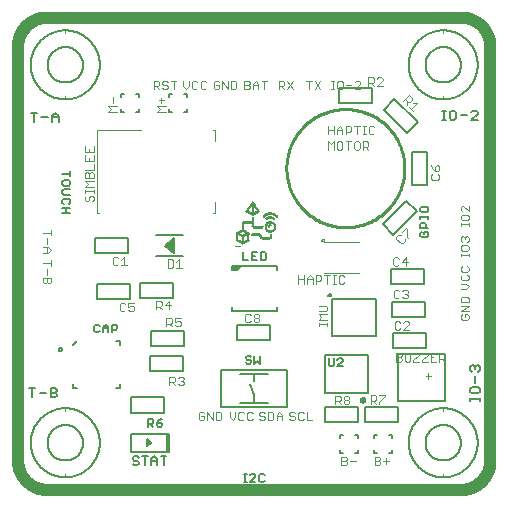
<source format=gto>
G75*
%MOIN*%
%OFA0B0*%
%FSLAX25Y25*%
%IPPOS*%
%LPD*%
%AMOC8*
5,1,8,0,0,1.08239X$1,22.5*
%
%ADD10C,0.00000*%
%ADD11C,0.01000*%
%ADD12C,0.00400*%
%ADD13C,0.00800*%
%ADD14R,0.00193X0.00028*%
%ADD15R,0.00303X0.00028*%
%ADD16R,0.00413X0.00028*%
%ADD17R,0.00524X0.00028*%
%ADD18R,0.00634X0.00028*%
%ADD19R,0.00744X0.00028*%
%ADD20R,0.00854X0.00028*%
%ADD21R,0.00965X0.00028*%
%ADD22R,0.01075X0.00028*%
%ADD23R,0.01185X0.00028*%
%ADD24R,0.01295X0.00028*%
%ADD25R,0.01406X0.00028*%
%ADD26R,0.01516X0.00028*%
%ADD27R,0.01626X0.00028*%
%ADD28R,0.01736X0.00028*%
%ADD29R,0.01846X0.00028*%
%ADD30R,0.01957X0.00028*%
%ADD31R,0.02067X0.00028*%
%ADD32R,0.02177X0.00028*%
%ADD33R,0.02287X0.00028*%
%ADD34R,0.02398X0.00028*%
%ADD35R,0.02508X0.00028*%
%ADD36R,0.02618X0.00028*%
%ADD37R,0.02728X0.00028*%
%ADD38R,0.02839X0.00028*%
%ADD39R,0.02949X0.00028*%
%ADD40R,0.03059X0.00028*%
%ADD41R,0.03169X0.00028*%
%ADD42R,0.03280X0.00028*%
%ADD43R,0.03390X0.00028*%
%ADD44R,0.03500X0.00028*%
%ADD45R,0.03610X0.00028*%
%ADD46R,0.01488X0.00028*%
%ADD47R,0.00661X0.00028*%
%ADD48R,0.01461X0.00028*%
%ADD49R,0.01433X0.00028*%
%ADD50R,0.01378X0.00028*%
%ADD51R,0.01323X0.00028*%
%ADD52R,0.01268X0.00028*%
%ADD53R,0.01240X0.00028*%
%ADD54R,0.01130X0.00028*%
%ADD55R,0.01020X0.00028*%
%ADD56R,0.00909X0.00028*%
%ADD57R,0.00799X0.00028*%
%ADD58R,0.00689X0.00028*%
%ADD59R,0.02756X0.00028*%
%ADD60R,0.03087X0.00028*%
%ADD61R,0.03197X0.00028*%
%ADD62R,0.03307X0.00028*%
%ADD63R,0.03362X0.00028*%
%ADD64R,0.03445X0.00028*%
%ADD65R,0.03528X0.00028*%
%ADD66R,0.03583X0.00028*%
%ADD67R,0.03638X0.00028*%
%ADD68R,0.03693X0.00028*%
%ADD69R,0.03720X0.00028*%
%ADD70R,0.03748X0.00028*%
%ADD71R,0.03803X0.00028*%
%ADD72R,0.03858X0.00028*%
%ADD73R,0.03913X0.00028*%
%ADD74R,0.03941X0.00028*%
%ADD75R,0.03969X0.00028*%
%ADD76R,0.04024X0.00028*%
%ADD77R,0.04079X0.00028*%
%ADD78R,0.00772X0.00028*%
%ADD79R,0.00717X0.00028*%
%ADD80R,0.00882X0.00028*%
%ADD81R,0.00992X0.00028*%
%ADD82R,0.01102X0.00028*%
%ADD83R,0.01213X0.00028*%
%ADD84R,0.01543X0.00028*%
%ADD85R,0.01654X0.00028*%
%ADD86R,0.01764X0.00028*%
%ADD87R,0.01874X0.00028*%
%ADD88R,0.01984X0.00028*%
%ADD89R,0.02094X0.00028*%
%ADD90R,0.03142X0.00028*%
%ADD91R,0.02205X0.00028*%
%ADD92R,0.02315X0.00028*%
%ADD93R,0.02425X0.00028*%
%ADD94R,0.03224X0.00028*%
%ADD95R,0.02535X0.00028*%
%ADD96R,0.00606X0.00028*%
%ADD97R,0.02646X0.00028*%
%ADD98R,0.00579X0.00028*%
%ADD99R,0.00551X0.00028*%
%ADD100R,0.02866X0.00028*%
%ADD101R,0.00496X0.00028*%
%ADD102R,0.02122X0.00028*%
%ADD103R,0.00441X0.00028*%
%ADD104R,0.00386X0.00028*%
%ADD105R,0.02012X0.00028*%
%ADD106R,0.00276X0.00028*%
%ADD107R,0.03114X0.00028*%
%ADD108R,0.00083X0.00028*%
%ADD109R,0.01902X0.00028*%
%ADD110R,0.01791X0.00028*%
%ADD111R,0.03031X0.00028*%
%ADD112R,0.03004X0.00028*%
%ADD113R,0.01681X0.00028*%
%ADD114R,0.02894X0.00028*%
%ADD115R,0.01571X0.00028*%
%ADD116R,0.02811X0.00028*%
%ADD117R,0.02563X0.00028*%
%ADD118R,0.01350X0.00028*%
%ADD119R,0.01157X0.00028*%
%ADD120R,0.00331X0.00028*%
%ADD121R,0.00937X0.00028*%
%ADD122R,0.02976X0.00028*%
%ADD123R,0.02039X0.00028*%
%ADD124R,0.02150X0.00028*%
%ADD125R,0.02260X0.00028*%
%ADD126R,0.02370X0.00028*%
%ADD127R,0.02480X0.00028*%
%ADD128R,0.02591X0.00028*%
%ADD129R,0.02701X0.00028*%
%ADD130R,0.00827X0.00028*%
%ADD131R,0.00165X0.00028*%
%ADD132R,0.03252X0.00028*%
%ADD133R,0.00469X0.00028*%
%ADD134R,0.03417X0.00028*%
%ADD135R,0.03555X0.00028*%
%ADD136R,0.03665X0.00028*%
%ADD137R,0.01047X0.00028*%
%ADD138R,0.03886X0.00028*%
%ADD139R,0.03831X0.00028*%
%ADD140R,0.03776X0.00028*%
%ADD141R,0.00220X0.00028*%
%ADD142R,0.00248X0.00028*%
%ADD143R,0.00358X0.00028*%
%ADD144R,0.02453X0.00028*%
%ADD145R,0.02343X0.00028*%
%ADD146R,0.03335X0.00028*%
%ADD147R,0.02232X0.00028*%
%ADD148R,0.02921X0.00028*%
%ADD149R,0.02673X0.00028*%
%ADD150R,0.02783X0.00028*%
%ADD151R,0.01929X0.00028*%
%ADD152R,0.01819X0.00028*%
%ADD153R,0.00110X0.00028*%
%ADD154C,0.03937*%
%ADD155C,0.00600*%
%ADD156C,0.00300*%
%ADD157C,0.00500*%
%ADD158C,0.00394*%
%ADD159C,0.00200*%
%ADD160C,0.00700*%
D10*
X0002969Y0012811D02*
X0002969Y0150606D01*
X0002968Y0150606D02*
X0002971Y0150844D01*
X0002979Y0151082D01*
X0002994Y0151319D01*
X0003014Y0151556D01*
X0003040Y0151792D01*
X0003071Y0152028D01*
X0003108Y0152263D01*
X0003151Y0152497D01*
X0003200Y0152730D01*
X0003254Y0152962D01*
X0003314Y0153192D01*
X0003379Y0153421D01*
X0003450Y0153648D01*
X0003526Y0153873D01*
X0003608Y0154096D01*
X0003695Y0154318D01*
X0003787Y0154537D01*
X0003885Y0154754D01*
X0003987Y0154968D01*
X0004095Y0155180D01*
X0004209Y0155390D01*
X0004327Y0155596D01*
X0004450Y0155800D01*
X0004578Y0156000D01*
X0004710Y0156197D01*
X0004848Y0156392D01*
X0004990Y0156582D01*
X0005137Y0156770D01*
X0005288Y0156953D01*
X0005443Y0157133D01*
X0005603Y0157309D01*
X0005767Y0157481D01*
X0005936Y0157650D01*
X0006108Y0157814D01*
X0006284Y0157974D01*
X0006464Y0158129D01*
X0006647Y0158280D01*
X0006835Y0158427D01*
X0007025Y0158569D01*
X0007220Y0158707D01*
X0007417Y0158839D01*
X0007617Y0158967D01*
X0007821Y0159090D01*
X0008027Y0159208D01*
X0008237Y0159322D01*
X0008449Y0159430D01*
X0008663Y0159532D01*
X0008880Y0159630D01*
X0009099Y0159722D01*
X0009321Y0159809D01*
X0009544Y0159891D01*
X0009769Y0159967D01*
X0009996Y0160038D01*
X0010225Y0160103D01*
X0010455Y0160163D01*
X0010687Y0160217D01*
X0010920Y0160266D01*
X0011154Y0160309D01*
X0011389Y0160346D01*
X0011625Y0160377D01*
X0011861Y0160403D01*
X0012098Y0160423D01*
X0012335Y0160438D01*
X0012573Y0160446D01*
X0012811Y0160449D01*
X0150606Y0160449D01*
X0150844Y0160446D01*
X0151082Y0160438D01*
X0151319Y0160423D01*
X0151556Y0160403D01*
X0151792Y0160377D01*
X0152028Y0160346D01*
X0152263Y0160309D01*
X0152497Y0160266D01*
X0152730Y0160217D01*
X0152962Y0160163D01*
X0153192Y0160103D01*
X0153421Y0160038D01*
X0153648Y0159967D01*
X0153873Y0159891D01*
X0154096Y0159809D01*
X0154318Y0159722D01*
X0154537Y0159630D01*
X0154754Y0159532D01*
X0154968Y0159430D01*
X0155180Y0159322D01*
X0155390Y0159208D01*
X0155596Y0159090D01*
X0155800Y0158967D01*
X0156000Y0158839D01*
X0156197Y0158707D01*
X0156392Y0158569D01*
X0156582Y0158427D01*
X0156770Y0158280D01*
X0156953Y0158129D01*
X0157133Y0157974D01*
X0157309Y0157814D01*
X0157481Y0157650D01*
X0157650Y0157481D01*
X0157814Y0157309D01*
X0157974Y0157133D01*
X0158129Y0156953D01*
X0158280Y0156770D01*
X0158427Y0156582D01*
X0158569Y0156392D01*
X0158707Y0156197D01*
X0158839Y0156000D01*
X0158967Y0155800D01*
X0159090Y0155596D01*
X0159208Y0155390D01*
X0159322Y0155180D01*
X0159430Y0154968D01*
X0159532Y0154754D01*
X0159630Y0154537D01*
X0159722Y0154318D01*
X0159809Y0154096D01*
X0159891Y0153873D01*
X0159967Y0153648D01*
X0160038Y0153421D01*
X0160103Y0153192D01*
X0160163Y0152962D01*
X0160217Y0152730D01*
X0160266Y0152497D01*
X0160309Y0152263D01*
X0160346Y0152028D01*
X0160377Y0151792D01*
X0160403Y0151556D01*
X0160423Y0151319D01*
X0160438Y0151082D01*
X0160446Y0150844D01*
X0160449Y0150606D01*
X0160449Y0012811D01*
X0160446Y0012573D01*
X0160438Y0012335D01*
X0160423Y0012098D01*
X0160403Y0011861D01*
X0160377Y0011625D01*
X0160346Y0011389D01*
X0160309Y0011154D01*
X0160266Y0010920D01*
X0160217Y0010687D01*
X0160163Y0010455D01*
X0160103Y0010225D01*
X0160038Y0009996D01*
X0159967Y0009769D01*
X0159891Y0009544D01*
X0159809Y0009321D01*
X0159722Y0009099D01*
X0159630Y0008880D01*
X0159532Y0008663D01*
X0159430Y0008449D01*
X0159322Y0008237D01*
X0159208Y0008027D01*
X0159090Y0007821D01*
X0158967Y0007617D01*
X0158839Y0007417D01*
X0158707Y0007220D01*
X0158569Y0007025D01*
X0158427Y0006835D01*
X0158280Y0006647D01*
X0158129Y0006464D01*
X0157974Y0006284D01*
X0157814Y0006108D01*
X0157650Y0005936D01*
X0157481Y0005767D01*
X0157309Y0005603D01*
X0157133Y0005443D01*
X0156953Y0005288D01*
X0156770Y0005137D01*
X0156582Y0004990D01*
X0156392Y0004848D01*
X0156197Y0004710D01*
X0156000Y0004578D01*
X0155800Y0004450D01*
X0155596Y0004327D01*
X0155390Y0004209D01*
X0155180Y0004095D01*
X0154968Y0003987D01*
X0154754Y0003885D01*
X0154537Y0003787D01*
X0154318Y0003695D01*
X0154096Y0003608D01*
X0153873Y0003526D01*
X0153648Y0003450D01*
X0153421Y0003379D01*
X0153192Y0003314D01*
X0152962Y0003254D01*
X0152730Y0003200D01*
X0152497Y0003151D01*
X0152263Y0003108D01*
X0152028Y0003071D01*
X0151792Y0003040D01*
X0151556Y0003014D01*
X0151319Y0002994D01*
X0151082Y0002979D01*
X0150844Y0002971D01*
X0150606Y0002968D01*
X0150606Y0002969D02*
X0012811Y0002969D01*
X0012811Y0002968D02*
X0012573Y0002971D01*
X0012335Y0002979D01*
X0012098Y0002994D01*
X0011861Y0003014D01*
X0011625Y0003040D01*
X0011389Y0003071D01*
X0011154Y0003108D01*
X0010920Y0003151D01*
X0010687Y0003200D01*
X0010455Y0003254D01*
X0010225Y0003314D01*
X0009996Y0003379D01*
X0009769Y0003450D01*
X0009544Y0003526D01*
X0009321Y0003608D01*
X0009099Y0003695D01*
X0008880Y0003787D01*
X0008663Y0003885D01*
X0008449Y0003987D01*
X0008237Y0004095D01*
X0008027Y0004209D01*
X0007821Y0004327D01*
X0007617Y0004450D01*
X0007417Y0004578D01*
X0007220Y0004710D01*
X0007025Y0004848D01*
X0006835Y0004990D01*
X0006647Y0005137D01*
X0006464Y0005288D01*
X0006284Y0005443D01*
X0006108Y0005603D01*
X0005936Y0005767D01*
X0005767Y0005936D01*
X0005603Y0006108D01*
X0005443Y0006284D01*
X0005288Y0006464D01*
X0005137Y0006647D01*
X0004990Y0006835D01*
X0004848Y0007025D01*
X0004710Y0007220D01*
X0004578Y0007417D01*
X0004450Y0007617D01*
X0004327Y0007821D01*
X0004209Y0008027D01*
X0004095Y0008237D01*
X0003987Y0008449D01*
X0003885Y0008663D01*
X0003787Y0008880D01*
X0003695Y0009099D01*
X0003608Y0009321D01*
X0003526Y0009544D01*
X0003450Y0009769D01*
X0003379Y0009996D01*
X0003314Y0010225D01*
X0003254Y0010455D01*
X0003200Y0010687D01*
X0003151Y0010920D01*
X0003108Y0011154D01*
X0003071Y0011389D01*
X0003040Y0011625D01*
X0003014Y0011861D01*
X0002994Y0012098D01*
X0002979Y0012335D01*
X0002971Y0012573D01*
X0002968Y0012811D01*
X0075148Y0084280D02*
X0075185Y0084335D01*
X0075199Y0084335D02*
X0075199Y0084290D01*
X0075208Y0084280D01*
X0075226Y0084280D01*
X0075236Y0084290D01*
X0075236Y0084335D01*
X0075259Y0084317D02*
X0075286Y0084317D01*
X0075300Y0084308D02*
X0075309Y0084317D01*
X0075328Y0084317D01*
X0075337Y0084308D01*
X0075337Y0084299D01*
X0075300Y0084299D01*
X0075300Y0084290D02*
X0075300Y0084308D01*
X0075300Y0084290D02*
X0075309Y0084280D01*
X0075328Y0084280D01*
X0075351Y0084280D02*
X0075351Y0084317D01*
X0075351Y0084299D02*
X0075369Y0084317D01*
X0075379Y0084317D01*
X0075393Y0084308D02*
X0075403Y0084317D01*
X0075430Y0084317D01*
X0075421Y0084299D02*
X0075403Y0084299D01*
X0075393Y0084308D01*
X0075393Y0084280D02*
X0075421Y0084280D01*
X0075430Y0084290D01*
X0075421Y0084299D01*
X0075444Y0084280D02*
X0075481Y0084335D01*
X0075495Y0084326D02*
X0075495Y0084317D01*
X0075504Y0084308D01*
X0075522Y0084308D01*
X0075532Y0084299D01*
X0075532Y0084290D01*
X0075522Y0084280D01*
X0075504Y0084280D01*
X0075495Y0084290D01*
X0075495Y0084326D02*
X0075504Y0084335D01*
X0075522Y0084335D01*
X0075532Y0084326D01*
X0075546Y0084317D02*
X0075555Y0084317D01*
X0075555Y0084280D01*
X0075546Y0084280D02*
X0075564Y0084280D01*
X0075579Y0084280D02*
X0075579Y0084317D01*
X0075589Y0084317D01*
X0075598Y0084308D01*
X0075607Y0084317D01*
X0075616Y0084308D01*
X0075616Y0084280D01*
X0075630Y0084290D02*
X0075639Y0084280D01*
X0075658Y0084280D01*
X0075667Y0084290D01*
X0075667Y0084308D01*
X0075658Y0084317D01*
X0075639Y0084317D01*
X0075630Y0084308D01*
X0075630Y0084290D01*
X0075598Y0084280D02*
X0075598Y0084308D01*
X0075555Y0084335D02*
X0075555Y0084345D01*
X0075681Y0084317D02*
X0075708Y0084317D01*
X0075718Y0084308D01*
X0075718Y0084280D01*
X0075732Y0084290D02*
X0075732Y0084308D01*
X0075741Y0084317D01*
X0075759Y0084317D01*
X0075768Y0084308D01*
X0075768Y0084299D01*
X0075732Y0084299D01*
X0075732Y0084290D02*
X0075741Y0084280D01*
X0075759Y0084280D01*
X0075782Y0084280D02*
X0075819Y0084335D01*
X0075833Y0084335D02*
X0075861Y0084335D01*
X0075870Y0084326D01*
X0075870Y0084290D01*
X0075861Y0084280D01*
X0075833Y0084280D01*
X0075833Y0084335D01*
X0075884Y0084308D02*
X0075893Y0084317D01*
X0075911Y0084317D01*
X0075921Y0084308D01*
X0075921Y0084299D01*
X0075884Y0084299D01*
X0075884Y0084290D02*
X0075884Y0084308D01*
X0075884Y0084290D02*
X0075893Y0084280D01*
X0075911Y0084280D01*
X0075935Y0084280D02*
X0075962Y0084280D01*
X0075971Y0084290D01*
X0075962Y0084299D01*
X0075944Y0084299D01*
X0075935Y0084308D01*
X0075944Y0084317D01*
X0075971Y0084317D01*
X0075985Y0084299D02*
X0076013Y0084317D01*
X0076028Y0084317D02*
X0076046Y0084317D01*
X0076037Y0084326D02*
X0076037Y0084290D01*
X0076046Y0084280D01*
X0076062Y0084290D02*
X0076071Y0084280D01*
X0076089Y0084280D01*
X0076098Y0084290D01*
X0076098Y0084308D01*
X0076089Y0084317D01*
X0076071Y0084317D01*
X0076062Y0084308D01*
X0076062Y0084290D01*
X0076013Y0084280D02*
X0075985Y0084299D01*
X0075985Y0084280D02*
X0075985Y0084335D01*
X0076112Y0084317D02*
X0076140Y0084317D01*
X0076149Y0084308D01*
X0076149Y0084290D01*
X0076140Y0084280D01*
X0076112Y0084280D01*
X0076112Y0084262D02*
X0076112Y0084317D01*
X0076163Y0084280D02*
X0076200Y0084335D01*
X0076214Y0084317D02*
X0076241Y0084317D01*
X0076251Y0084308D01*
X0076251Y0084280D01*
X0076265Y0084290D02*
X0076274Y0084280D01*
X0076292Y0084280D01*
X0076301Y0084290D01*
X0076301Y0084308D01*
X0076292Y0084317D01*
X0076274Y0084317D01*
X0076265Y0084308D01*
X0076265Y0084290D01*
X0076315Y0084290D02*
X0076324Y0084280D01*
X0076352Y0084280D01*
X0076352Y0084317D01*
X0076366Y0084317D02*
X0076394Y0084317D01*
X0076403Y0084308D01*
X0076403Y0084280D01*
X0076417Y0084271D02*
X0076454Y0084271D01*
X0076468Y0084280D02*
X0076504Y0084280D01*
X0076486Y0084280D02*
X0076486Y0084335D01*
X0076468Y0084317D01*
X0076518Y0084308D02*
X0076555Y0084308D01*
X0076569Y0084326D02*
X0076578Y0084335D01*
X0076597Y0084335D01*
X0076606Y0084326D01*
X0076606Y0084317D01*
X0076597Y0084308D01*
X0076606Y0084299D01*
X0076606Y0084290D01*
X0076597Y0084280D01*
X0076578Y0084280D01*
X0076569Y0084290D01*
X0076546Y0084280D02*
X0076546Y0084335D01*
X0076518Y0084308D01*
X0076587Y0084308D02*
X0076597Y0084308D01*
X0076620Y0084317D02*
X0076629Y0084308D01*
X0076657Y0084308D01*
X0076671Y0084317D02*
X0076689Y0084335D01*
X0076689Y0084280D01*
X0076671Y0084280D02*
X0076707Y0084280D01*
X0076721Y0084290D02*
X0076730Y0084280D01*
X0076749Y0084280D01*
X0076758Y0084290D01*
X0076758Y0084299D01*
X0076749Y0084308D01*
X0076721Y0084308D01*
X0076721Y0084290D01*
X0076721Y0084308D02*
X0076740Y0084326D01*
X0076758Y0084335D01*
X0076772Y0084271D02*
X0076809Y0084271D01*
X0076823Y0084290D02*
X0076832Y0084280D01*
X0076860Y0084280D01*
X0076874Y0084290D02*
X0076883Y0084280D01*
X0076910Y0084280D01*
X0076924Y0084280D02*
X0076933Y0084280D01*
X0076933Y0084290D01*
X0076924Y0084290D01*
X0076924Y0084280D01*
X0076950Y0084280D02*
X0076977Y0084280D01*
X0076986Y0084290D01*
X0076986Y0084308D01*
X0076977Y0084317D01*
X0076950Y0084317D01*
X0076950Y0084335D02*
X0076950Y0084280D01*
X0077000Y0084280D02*
X0077000Y0084317D01*
X0077010Y0084317D01*
X0077019Y0084308D01*
X0077028Y0084317D01*
X0077037Y0084308D01*
X0077037Y0084280D01*
X0077051Y0084280D02*
X0077079Y0084280D01*
X0077088Y0084290D01*
X0077088Y0084308D01*
X0077079Y0084317D01*
X0077051Y0084317D01*
X0077051Y0084262D01*
X0077019Y0084280D02*
X0077019Y0084308D01*
X0076910Y0084317D02*
X0076883Y0084317D01*
X0076874Y0084308D01*
X0076874Y0084290D01*
X0076860Y0084317D02*
X0076832Y0084317D01*
X0076823Y0084308D01*
X0076823Y0084290D01*
X0076657Y0084290D02*
X0076657Y0084326D01*
X0076647Y0084335D01*
X0076629Y0084335D01*
X0076620Y0084326D01*
X0076620Y0084317D01*
X0076620Y0084290D02*
X0076629Y0084280D01*
X0076647Y0084280D01*
X0076657Y0084290D01*
X0076366Y0084280D02*
X0076366Y0084317D01*
X0076315Y0084317D02*
X0076315Y0084290D01*
X0076214Y0084280D02*
X0076214Y0084317D01*
X0075681Y0084317D02*
X0075681Y0084280D01*
X0075286Y0084290D02*
X0075277Y0084299D01*
X0075259Y0084299D01*
X0075250Y0084308D01*
X0075259Y0084317D01*
X0075250Y0084280D02*
X0075277Y0084280D01*
X0075286Y0084290D01*
D11*
X0092417Y0110252D02*
X0092423Y0110735D01*
X0092441Y0111218D01*
X0092470Y0111700D01*
X0092512Y0112181D01*
X0092565Y0112662D01*
X0092630Y0113140D01*
X0092707Y0113617D01*
X0092795Y0114092D01*
X0092895Y0114565D01*
X0093007Y0115035D01*
X0093130Y0115502D01*
X0093265Y0115966D01*
X0093411Y0116427D01*
X0093568Y0116884D01*
X0093736Y0117337D01*
X0093915Y0117785D01*
X0094106Y0118229D01*
X0094307Y0118668D01*
X0094519Y0119103D01*
X0094741Y0119531D01*
X0094974Y0119955D01*
X0095218Y0120372D01*
X0095471Y0120783D01*
X0095735Y0121188D01*
X0096008Y0121587D01*
X0096291Y0121978D01*
X0096583Y0122363D01*
X0096885Y0122740D01*
X0097196Y0123110D01*
X0097516Y0123472D01*
X0097845Y0123826D01*
X0098183Y0124171D01*
X0098528Y0124509D01*
X0098882Y0124838D01*
X0099244Y0125158D01*
X0099614Y0125469D01*
X0099991Y0125771D01*
X0100376Y0126063D01*
X0100767Y0126346D01*
X0101166Y0126619D01*
X0101571Y0126883D01*
X0101982Y0127136D01*
X0102399Y0127380D01*
X0102823Y0127613D01*
X0103251Y0127835D01*
X0103686Y0128047D01*
X0104125Y0128248D01*
X0104569Y0128439D01*
X0105017Y0128618D01*
X0105470Y0128786D01*
X0105927Y0128943D01*
X0106388Y0129089D01*
X0106852Y0129224D01*
X0107319Y0129347D01*
X0107789Y0129459D01*
X0108262Y0129559D01*
X0108737Y0129647D01*
X0109214Y0129724D01*
X0109692Y0129789D01*
X0110173Y0129842D01*
X0110654Y0129884D01*
X0111136Y0129913D01*
X0111619Y0129931D01*
X0112102Y0129937D01*
X0112585Y0129931D01*
X0113068Y0129913D01*
X0113550Y0129884D01*
X0114031Y0129842D01*
X0114512Y0129789D01*
X0114990Y0129724D01*
X0115467Y0129647D01*
X0115942Y0129559D01*
X0116415Y0129459D01*
X0116885Y0129347D01*
X0117352Y0129224D01*
X0117816Y0129089D01*
X0118277Y0128943D01*
X0118734Y0128786D01*
X0119187Y0128618D01*
X0119635Y0128439D01*
X0120079Y0128248D01*
X0120518Y0128047D01*
X0120953Y0127835D01*
X0121381Y0127613D01*
X0121805Y0127380D01*
X0122222Y0127136D01*
X0122633Y0126883D01*
X0123038Y0126619D01*
X0123437Y0126346D01*
X0123828Y0126063D01*
X0124213Y0125771D01*
X0124590Y0125469D01*
X0124960Y0125158D01*
X0125322Y0124838D01*
X0125676Y0124509D01*
X0126021Y0124171D01*
X0126359Y0123826D01*
X0126688Y0123472D01*
X0127008Y0123110D01*
X0127319Y0122740D01*
X0127621Y0122363D01*
X0127913Y0121978D01*
X0128196Y0121587D01*
X0128469Y0121188D01*
X0128733Y0120783D01*
X0128986Y0120372D01*
X0129230Y0119955D01*
X0129463Y0119531D01*
X0129685Y0119103D01*
X0129897Y0118668D01*
X0130098Y0118229D01*
X0130289Y0117785D01*
X0130468Y0117337D01*
X0130636Y0116884D01*
X0130793Y0116427D01*
X0130939Y0115966D01*
X0131074Y0115502D01*
X0131197Y0115035D01*
X0131309Y0114565D01*
X0131409Y0114092D01*
X0131497Y0113617D01*
X0131574Y0113140D01*
X0131639Y0112662D01*
X0131692Y0112181D01*
X0131734Y0111700D01*
X0131763Y0111218D01*
X0131781Y0110735D01*
X0131787Y0110252D01*
X0131781Y0109769D01*
X0131763Y0109286D01*
X0131734Y0108804D01*
X0131692Y0108323D01*
X0131639Y0107842D01*
X0131574Y0107364D01*
X0131497Y0106887D01*
X0131409Y0106412D01*
X0131309Y0105939D01*
X0131197Y0105469D01*
X0131074Y0105002D01*
X0130939Y0104538D01*
X0130793Y0104077D01*
X0130636Y0103620D01*
X0130468Y0103167D01*
X0130289Y0102719D01*
X0130098Y0102275D01*
X0129897Y0101836D01*
X0129685Y0101401D01*
X0129463Y0100973D01*
X0129230Y0100549D01*
X0128986Y0100132D01*
X0128733Y0099721D01*
X0128469Y0099316D01*
X0128196Y0098917D01*
X0127913Y0098526D01*
X0127621Y0098141D01*
X0127319Y0097764D01*
X0127008Y0097394D01*
X0126688Y0097032D01*
X0126359Y0096678D01*
X0126021Y0096333D01*
X0125676Y0095995D01*
X0125322Y0095666D01*
X0124960Y0095346D01*
X0124590Y0095035D01*
X0124213Y0094733D01*
X0123828Y0094441D01*
X0123437Y0094158D01*
X0123038Y0093885D01*
X0122633Y0093621D01*
X0122222Y0093368D01*
X0121805Y0093124D01*
X0121381Y0092891D01*
X0120953Y0092669D01*
X0120518Y0092457D01*
X0120079Y0092256D01*
X0119635Y0092065D01*
X0119187Y0091886D01*
X0118734Y0091718D01*
X0118277Y0091561D01*
X0117816Y0091415D01*
X0117352Y0091280D01*
X0116885Y0091157D01*
X0116415Y0091045D01*
X0115942Y0090945D01*
X0115467Y0090857D01*
X0114990Y0090780D01*
X0114512Y0090715D01*
X0114031Y0090662D01*
X0113550Y0090620D01*
X0113068Y0090591D01*
X0112585Y0090573D01*
X0112102Y0090567D01*
X0111619Y0090573D01*
X0111136Y0090591D01*
X0110654Y0090620D01*
X0110173Y0090662D01*
X0109692Y0090715D01*
X0109214Y0090780D01*
X0108737Y0090857D01*
X0108262Y0090945D01*
X0107789Y0091045D01*
X0107319Y0091157D01*
X0106852Y0091280D01*
X0106388Y0091415D01*
X0105927Y0091561D01*
X0105470Y0091718D01*
X0105017Y0091886D01*
X0104569Y0092065D01*
X0104125Y0092256D01*
X0103686Y0092457D01*
X0103251Y0092669D01*
X0102823Y0092891D01*
X0102399Y0093124D01*
X0101982Y0093368D01*
X0101571Y0093621D01*
X0101166Y0093885D01*
X0100767Y0094158D01*
X0100376Y0094441D01*
X0099991Y0094733D01*
X0099614Y0095035D01*
X0099244Y0095346D01*
X0098882Y0095666D01*
X0098528Y0095995D01*
X0098183Y0096333D01*
X0097845Y0096678D01*
X0097516Y0097032D01*
X0097196Y0097394D01*
X0096885Y0097764D01*
X0096583Y0098141D01*
X0096291Y0098526D01*
X0096008Y0098917D01*
X0095735Y0099316D01*
X0095471Y0099721D01*
X0095218Y0100132D01*
X0094974Y0100549D01*
X0094741Y0100973D01*
X0094519Y0101401D01*
X0094307Y0101836D01*
X0094106Y0102275D01*
X0093915Y0102719D01*
X0093736Y0103167D01*
X0093568Y0103620D01*
X0093411Y0104077D01*
X0093265Y0104538D01*
X0093130Y0105002D01*
X0093007Y0105469D01*
X0092895Y0105939D01*
X0092795Y0106412D01*
X0092707Y0106887D01*
X0092630Y0107364D01*
X0092565Y0107842D01*
X0092512Y0108323D01*
X0092470Y0108804D01*
X0092441Y0109286D01*
X0092423Y0109769D01*
X0092417Y0110252D01*
D12*
X0106348Y0116418D02*
X0106348Y0119170D01*
X0107265Y0118253D01*
X0108183Y0119170D01*
X0108183Y0116418D01*
X0109248Y0116877D02*
X0109707Y0116418D01*
X0110624Y0116418D01*
X0111083Y0116877D01*
X0111083Y0118711D01*
X0110624Y0119170D01*
X0109707Y0119170D01*
X0109248Y0118711D01*
X0109248Y0116877D01*
X0112148Y0119170D02*
X0113983Y0119170D01*
X0113066Y0119170D02*
X0113066Y0116418D01*
X0115048Y0116877D02*
X0115048Y0118711D01*
X0115507Y0119170D01*
X0116424Y0119170D01*
X0116883Y0118711D01*
X0116883Y0116877D01*
X0116424Y0116418D01*
X0115507Y0116418D01*
X0115048Y0116877D01*
X0117948Y0117335D02*
X0119324Y0117335D01*
X0119783Y0117794D01*
X0119783Y0118711D01*
X0119324Y0119170D01*
X0117948Y0119170D01*
X0117948Y0116418D01*
X0118866Y0117335D02*
X0119783Y0116418D01*
X0120341Y0121518D02*
X0121258Y0121518D01*
X0121717Y0121977D01*
X0120341Y0121518D02*
X0119882Y0121977D01*
X0119882Y0123811D01*
X0120341Y0124270D01*
X0121258Y0124270D01*
X0121717Y0123811D01*
X0118866Y0124270D02*
X0117948Y0124270D01*
X0118407Y0124270D02*
X0118407Y0121518D01*
X0117948Y0121518D02*
X0118866Y0121518D01*
X0115966Y0121518D02*
X0115966Y0124270D01*
X0116883Y0124270D02*
X0115048Y0124270D01*
X0113983Y0123811D02*
X0113983Y0122894D01*
X0113524Y0122435D01*
X0112148Y0122435D01*
X0112148Y0121518D02*
X0112148Y0124270D01*
X0113524Y0124270D01*
X0113983Y0123811D01*
X0111083Y0123353D02*
X0111083Y0121518D01*
X0111083Y0122894D02*
X0109248Y0122894D01*
X0109248Y0123353D02*
X0110165Y0124270D01*
X0111083Y0123353D01*
X0109248Y0123353D02*
X0109248Y0121518D01*
X0108183Y0121518D02*
X0108183Y0124270D01*
X0108183Y0122894D02*
X0106348Y0122894D01*
X0106348Y0121518D02*
X0106348Y0124270D01*
X0107448Y0136618D02*
X0108365Y0136618D01*
X0107907Y0136618D02*
X0107907Y0139370D01*
X0108365Y0139370D02*
X0107448Y0139370D01*
X0109381Y0138911D02*
X0109381Y0137077D01*
X0109840Y0136618D01*
X0110757Y0136618D01*
X0111216Y0137077D01*
X0111216Y0138911D01*
X0110757Y0139370D01*
X0109840Y0139370D01*
X0109381Y0138911D01*
X0112282Y0137994D02*
X0114116Y0137994D01*
X0115182Y0138911D02*
X0115640Y0139370D01*
X0116558Y0139370D01*
X0117016Y0138911D01*
X0117016Y0138453D01*
X0115182Y0136618D01*
X0117016Y0136618D01*
X0103783Y0136618D02*
X0101948Y0139370D01*
X0100883Y0139370D02*
X0099048Y0139370D01*
X0099965Y0139370D02*
X0099965Y0136618D01*
X0101948Y0136618D02*
X0103783Y0139370D01*
X0094583Y0139370D02*
X0092748Y0136618D01*
X0091683Y0136618D02*
X0090765Y0137535D01*
X0091224Y0137535D02*
X0089848Y0137535D01*
X0089848Y0136618D02*
X0089848Y0139370D01*
X0091224Y0139370D01*
X0091683Y0138911D01*
X0091683Y0137994D01*
X0091224Y0137535D01*
X0092748Y0139370D02*
X0094583Y0136618D01*
X0085983Y0139370D02*
X0084148Y0139370D01*
X0085066Y0139370D02*
X0085066Y0136618D01*
X0083083Y0136618D02*
X0083083Y0138453D01*
X0082165Y0139370D01*
X0081248Y0138453D01*
X0081248Y0136618D01*
X0080183Y0137077D02*
X0079724Y0136618D01*
X0078348Y0136618D01*
X0078348Y0139370D01*
X0079724Y0139370D01*
X0080183Y0138911D01*
X0080183Y0138453D01*
X0079724Y0137994D01*
X0078348Y0137994D01*
X0079724Y0137994D02*
X0080183Y0137535D01*
X0080183Y0137077D01*
X0081248Y0137994D02*
X0083083Y0137994D01*
X0075783Y0137077D02*
X0075783Y0138911D01*
X0075324Y0139370D01*
X0073948Y0139370D01*
X0073948Y0136618D01*
X0075324Y0136618D01*
X0075783Y0137077D01*
X0072883Y0136618D02*
X0072883Y0139370D01*
X0071048Y0139370D02*
X0072883Y0136618D01*
X0071048Y0136618D02*
X0071048Y0139370D01*
X0069983Y0138911D02*
X0069524Y0139370D01*
X0068607Y0139370D01*
X0068148Y0138911D01*
X0068148Y0137077D01*
X0068607Y0136618D01*
X0069524Y0136618D01*
X0069983Y0137077D01*
X0069983Y0137994D01*
X0069065Y0137994D01*
X0065683Y0137077D02*
X0065224Y0136618D01*
X0064307Y0136618D01*
X0063848Y0137077D01*
X0063848Y0138911D01*
X0064307Y0139370D01*
X0065224Y0139370D01*
X0065683Y0138911D01*
X0062783Y0138911D02*
X0062324Y0139370D01*
X0061407Y0139370D01*
X0060948Y0138911D01*
X0060948Y0137077D01*
X0061407Y0136618D01*
X0062324Y0136618D01*
X0062783Y0137077D01*
X0059883Y0137535D02*
X0059883Y0139370D01*
X0059883Y0137535D02*
X0058965Y0136618D01*
X0058048Y0137535D01*
X0058048Y0139370D01*
X0055783Y0139370D02*
X0053948Y0139370D01*
X0054866Y0139370D02*
X0054866Y0136618D01*
X0052883Y0137077D02*
X0052883Y0137535D01*
X0052424Y0137994D01*
X0051507Y0137994D01*
X0051048Y0138453D01*
X0051048Y0138911D01*
X0051507Y0139370D01*
X0052424Y0139370D01*
X0052883Y0138911D01*
X0052883Y0137077D02*
X0052424Y0136618D01*
X0051507Y0136618D01*
X0051048Y0137077D01*
X0049983Y0136618D02*
X0049065Y0137535D01*
X0049524Y0137535D02*
X0048148Y0137535D01*
X0048148Y0136618D02*
X0048148Y0139370D01*
X0049524Y0139370D01*
X0049983Y0138911D01*
X0049983Y0137994D01*
X0049524Y0137535D01*
X0014000Y0089709D02*
X0014000Y0087874D01*
X0014000Y0088791D02*
X0011248Y0088791D01*
X0012624Y0086809D02*
X0012624Y0084974D01*
X0012624Y0083908D02*
X0012624Y0082074D01*
X0013083Y0082074D02*
X0011248Y0082074D01*
X0011248Y0083908D02*
X0013083Y0083908D01*
X0014000Y0082991D01*
X0013083Y0082074D01*
X0014000Y0079518D02*
X0014000Y0077683D01*
X0014000Y0078601D02*
X0011248Y0078601D01*
X0012624Y0076618D02*
X0012624Y0074783D01*
X0012624Y0073718D02*
X0012624Y0072342D01*
X0012165Y0071883D01*
X0011707Y0071883D01*
X0011248Y0072342D01*
X0011248Y0073718D01*
X0014000Y0073718D01*
X0014000Y0072342D01*
X0013541Y0071883D01*
X0013083Y0071883D01*
X0012624Y0072342D01*
X0063148Y0028511D02*
X0063148Y0026677D01*
X0063607Y0026218D01*
X0064524Y0026218D01*
X0064983Y0026677D01*
X0064983Y0027594D01*
X0064065Y0027594D01*
X0063148Y0028511D02*
X0063607Y0028970D01*
X0064524Y0028970D01*
X0064983Y0028511D01*
X0066048Y0028970D02*
X0066048Y0026218D01*
X0067883Y0026218D02*
X0066048Y0028970D01*
X0067883Y0028970D02*
X0067883Y0026218D01*
X0068948Y0026218D02*
X0068948Y0028970D01*
X0070324Y0028970D01*
X0070783Y0028511D01*
X0070783Y0026677D01*
X0070324Y0026218D01*
X0068948Y0026218D01*
X0073548Y0027135D02*
X0074465Y0026218D01*
X0075383Y0027135D01*
X0075383Y0028970D01*
X0076448Y0028511D02*
X0076448Y0026677D01*
X0076907Y0026218D01*
X0077824Y0026218D01*
X0078283Y0026677D01*
X0079348Y0026677D02*
X0079348Y0028511D01*
X0079807Y0028970D01*
X0080724Y0028970D01*
X0081183Y0028511D01*
X0081183Y0026677D02*
X0080724Y0026218D01*
X0079807Y0026218D01*
X0079348Y0026677D01*
X0078283Y0028511D02*
X0077824Y0028970D01*
X0076907Y0028970D01*
X0076448Y0028511D01*
X0073548Y0028970D02*
X0073548Y0027135D01*
X0083348Y0026677D02*
X0083807Y0026218D01*
X0084724Y0026218D01*
X0085183Y0026677D01*
X0085183Y0027135D01*
X0084724Y0027594D01*
X0083807Y0027594D01*
X0083348Y0028053D01*
X0083348Y0028511D01*
X0083807Y0028970D01*
X0084724Y0028970D01*
X0085183Y0028511D01*
X0086248Y0028970D02*
X0087624Y0028970D01*
X0088083Y0028511D01*
X0088083Y0026677D01*
X0087624Y0026218D01*
X0086248Y0026218D01*
X0086248Y0028970D01*
X0089148Y0028053D02*
X0089148Y0026218D01*
X0089148Y0027594D02*
X0090983Y0027594D01*
X0090983Y0028053D02*
X0090983Y0026218D01*
X0090983Y0028053D02*
X0090066Y0028970D01*
X0089148Y0028053D01*
X0093448Y0028053D02*
X0093907Y0027594D01*
X0094824Y0027594D01*
X0095283Y0027135D01*
X0095283Y0026677D01*
X0094824Y0026218D01*
X0093907Y0026218D01*
X0093448Y0026677D01*
X0093448Y0028053D02*
X0093448Y0028511D01*
X0093907Y0028970D01*
X0094824Y0028970D01*
X0095283Y0028511D01*
X0096348Y0028511D02*
X0096348Y0026677D01*
X0096807Y0026218D01*
X0097724Y0026218D01*
X0098183Y0026677D01*
X0099248Y0026218D02*
X0101083Y0026218D01*
X0099248Y0026218D02*
X0099248Y0028970D01*
X0098183Y0028511D02*
X0097724Y0028970D01*
X0096807Y0028970D01*
X0096348Y0028511D01*
X0103179Y0057698D02*
X0103179Y0058615D01*
X0103179Y0058157D02*
X0105931Y0058157D01*
X0105931Y0058615D02*
X0105931Y0057698D01*
X0105931Y0059631D02*
X0103179Y0059631D01*
X0104096Y0060549D01*
X0103179Y0061466D01*
X0105931Y0061466D01*
X0105472Y0062531D02*
X0103179Y0062531D01*
X0103179Y0064366D02*
X0105472Y0064366D01*
X0105931Y0063907D01*
X0105931Y0062990D01*
X0105472Y0062531D01*
X0150496Y0062618D02*
X0153248Y0064453D01*
X0150496Y0064453D01*
X0150496Y0065518D02*
X0150496Y0066894D01*
X0150955Y0067353D01*
X0152789Y0067353D01*
X0153248Y0066894D01*
X0153248Y0065518D01*
X0150496Y0065518D01*
X0150496Y0062618D02*
X0153248Y0062618D01*
X0152789Y0061553D02*
X0151872Y0061553D01*
X0151872Y0060635D01*
X0150955Y0059718D02*
X0152789Y0059718D01*
X0153248Y0060177D01*
X0153248Y0061094D01*
X0152789Y0061553D01*
X0150955Y0061553D02*
X0150496Y0061094D01*
X0150496Y0060177D01*
X0150955Y0059718D01*
X0150496Y0069918D02*
X0152331Y0069918D01*
X0153248Y0070835D01*
X0152331Y0071753D01*
X0150496Y0071753D01*
X0150955Y0072818D02*
X0152789Y0072818D01*
X0153248Y0073277D01*
X0153248Y0074194D01*
X0152789Y0074653D01*
X0152789Y0075718D02*
X0150955Y0075718D01*
X0150496Y0076177D01*
X0150496Y0077094D01*
X0150955Y0077553D01*
X0152789Y0077553D02*
X0153248Y0077094D01*
X0153248Y0076177D01*
X0152789Y0075718D01*
X0150955Y0074653D02*
X0150496Y0074194D01*
X0150496Y0073277D01*
X0150955Y0072818D01*
X0150496Y0080818D02*
X0150496Y0081735D01*
X0150496Y0081277D02*
X0153248Y0081277D01*
X0153248Y0081735D02*
X0153248Y0080818D01*
X0152789Y0082752D02*
X0150955Y0082752D01*
X0150496Y0083210D01*
X0150496Y0084127D01*
X0150955Y0084586D01*
X0152789Y0084586D01*
X0153248Y0084127D01*
X0153248Y0083210D01*
X0152789Y0082752D01*
X0152789Y0085652D02*
X0153248Y0086110D01*
X0153248Y0087028D01*
X0152789Y0087486D01*
X0152331Y0087486D01*
X0151872Y0087028D01*
X0151872Y0086569D01*
X0151872Y0087028D02*
X0151413Y0087486D01*
X0150955Y0087486D01*
X0150496Y0087028D01*
X0150496Y0086110D01*
X0150955Y0085652D01*
X0150496Y0091018D02*
X0150496Y0091935D01*
X0150496Y0091477D02*
X0153248Y0091477D01*
X0153248Y0091935D02*
X0153248Y0091018D01*
X0152789Y0092952D02*
X0150955Y0092952D01*
X0150496Y0093410D01*
X0150496Y0094327D01*
X0150955Y0094786D01*
X0152789Y0094786D01*
X0153248Y0094327D01*
X0153248Y0093410D01*
X0152789Y0092952D01*
X0153248Y0095852D02*
X0151413Y0097686D01*
X0150955Y0097686D01*
X0150496Y0097228D01*
X0150496Y0096310D01*
X0150955Y0095852D01*
X0153248Y0095852D02*
X0153248Y0097686D01*
D13*
X0154115Y0126318D02*
X0156208Y0128411D01*
X0156208Y0128935D01*
X0155685Y0129458D01*
X0154638Y0129458D01*
X0154115Y0128935D01*
X0152583Y0127888D02*
X0150490Y0127888D01*
X0148958Y0126841D02*
X0148958Y0128935D01*
X0148435Y0129458D01*
X0147388Y0129458D01*
X0146865Y0128935D01*
X0146865Y0126841D01*
X0147388Y0126318D01*
X0148435Y0126318D01*
X0148958Y0126841D01*
X0145495Y0126318D02*
X0144448Y0126318D01*
X0144971Y0126318D02*
X0144971Y0129458D01*
X0144448Y0129458D02*
X0145495Y0129458D01*
X0154115Y0126318D02*
X0156208Y0126318D01*
X0138795Y0144701D02*
X0138797Y0144854D01*
X0138803Y0145008D01*
X0138813Y0145161D01*
X0138827Y0145313D01*
X0138845Y0145466D01*
X0138867Y0145617D01*
X0138892Y0145768D01*
X0138922Y0145919D01*
X0138956Y0146069D01*
X0138993Y0146217D01*
X0139034Y0146365D01*
X0139079Y0146511D01*
X0139128Y0146657D01*
X0139181Y0146801D01*
X0139237Y0146943D01*
X0139297Y0147084D01*
X0139361Y0147224D01*
X0139428Y0147362D01*
X0139499Y0147498D01*
X0139574Y0147632D01*
X0139651Y0147764D01*
X0139733Y0147894D01*
X0139817Y0148022D01*
X0139905Y0148148D01*
X0139996Y0148271D01*
X0140090Y0148392D01*
X0140188Y0148510D01*
X0140288Y0148626D01*
X0140392Y0148739D01*
X0140498Y0148850D01*
X0140607Y0148958D01*
X0140719Y0149063D01*
X0140833Y0149164D01*
X0140951Y0149263D01*
X0141070Y0149359D01*
X0141192Y0149452D01*
X0141317Y0149541D01*
X0141444Y0149628D01*
X0141573Y0149710D01*
X0141704Y0149790D01*
X0141837Y0149866D01*
X0141972Y0149939D01*
X0142109Y0150008D01*
X0142248Y0150073D01*
X0142388Y0150135D01*
X0142530Y0150193D01*
X0142673Y0150248D01*
X0142818Y0150299D01*
X0142964Y0150346D01*
X0143111Y0150389D01*
X0143259Y0150428D01*
X0143408Y0150464D01*
X0143558Y0150495D01*
X0143709Y0150523D01*
X0143860Y0150547D01*
X0144013Y0150567D01*
X0144165Y0150583D01*
X0144318Y0150595D01*
X0144471Y0150603D01*
X0144624Y0150607D01*
X0144778Y0150607D01*
X0144931Y0150603D01*
X0145084Y0150595D01*
X0145237Y0150583D01*
X0145389Y0150567D01*
X0145542Y0150547D01*
X0145693Y0150523D01*
X0145844Y0150495D01*
X0145994Y0150464D01*
X0146143Y0150428D01*
X0146291Y0150389D01*
X0146438Y0150346D01*
X0146584Y0150299D01*
X0146729Y0150248D01*
X0146872Y0150193D01*
X0147014Y0150135D01*
X0147154Y0150073D01*
X0147293Y0150008D01*
X0147430Y0149939D01*
X0147565Y0149866D01*
X0147698Y0149790D01*
X0147829Y0149710D01*
X0147958Y0149628D01*
X0148085Y0149541D01*
X0148210Y0149452D01*
X0148332Y0149359D01*
X0148451Y0149263D01*
X0148569Y0149164D01*
X0148683Y0149063D01*
X0148795Y0148958D01*
X0148904Y0148850D01*
X0149010Y0148739D01*
X0149114Y0148626D01*
X0149214Y0148510D01*
X0149312Y0148392D01*
X0149406Y0148271D01*
X0149497Y0148148D01*
X0149585Y0148022D01*
X0149669Y0147894D01*
X0149751Y0147764D01*
X0149828Y0147632D01*
X0149903Y0147498D01*
X0149974Y0147362D01*
X0150041Y0147224D01*
X0150105Y0147084D01*
X0150165Y0146943D01*
X0150221Y0146801D01*
X0150274Y0146657D01*
X0150323Y0146511D01*
X0150368Y0146365D01*
X0150409Y0146217D01*
X0150446Y0146069D01*
X0150480Y0145919D01*
X0150510Y0145768D01*
X0150535Y0145617D01*
X0150557Y0145466D01*
X0150575Y0145313D01*
X0150589Y0145161D01*
X0150599Y0145008D01*
X0150605Y0144854D01*
X0150607Y0144701D01*
X0150605Y0144548D01*
X0150599Y0144394D01*
X0150589Y0144241D01*
X0150575Y0144089D01*
X0150557Y0143936D01*
X0150535Y0143785D01*
X0150510Y0143634D01*
X0150480Y0143483D01*
X0150446Y0143333D01*
X0150409Y0143185D01*
X0150368Y0143037D01*
X0150323Y0142891D01*
X0150274Y0142745D01*
X0150221Y0142601D01*
X0150165Y0142459D01*
X0150105Y0142318D01*
X0150041Y0142178D01*
X0149974Y0142040D01*
X0149903Y0141904D01*
X0149828Y0141770D01*
X0149751Y0141638D01*
X0149669Y0141508D01*
X0149585Y0141380D01*
X0149497Y0141254D01*
X0149406Y0141131D01*
X0149312Y0141010D01*
X0149214Y0140892D01*
X0149114Y0140776D01*
X0149010Y0140663D01*
X0148904Y0140552D01*
X0148795Y0140444D01*
X0148683Y0140339D01*
X0148569Y0140238D01*
X0148451Y0140139D01*
X0148332Y0140043D01*
X0148210Y0139950D01*
X0148085Y0139861D01*
X0147958Y0139774D01*
X0147829Y0139692D01*
X0147698Y0139612D01*
X0147565Y0139536D01*
X0147430Y0139463D01*
X0147293Y0139394D01*
X0147154Y0139329D01*
X0147014Y0139267D01*
X0146872Y0139209D01*
X0146729Y0139154D01*
X0146584Y0139103D01*
X0146438Y0139056D01*
X0146291Y0139013D01*
X0146143Y0138974D01*
X0145994Y0138938D01*
X0145844Y0138907D01*
X0145693Y0138879D01*
X0145542Y0138855D01*
X0145389Y0138835D01*
X0145237Y0138819D01*
X0145084Y0138807D01*
X0144931Y0138799D01*
X0144778Y0138795D01*
X0144624Y0138795D01*
X0144471Y0138799D01*
X0144318Y0138807D01*
X0144165Y0138819D01*
X0144013Y0138835D01*
X0143860Y0138855D01*
X0143709Y0138879D01*
X0143558Y0138907D01*
X0143408Y0138938D01*
X0143259Y0138974D01*
X0143111Y0139013D01*
X0142964Y0139056D01*
X0142818Y0139103D01*
X0142673Y0139154D01*
X0142530Y0139209D01*
X0142388Y0139267D01*
X0142248Y0139329D01*
X0142109Y0139394D01*
X0141972Y0139463D01*
X0141837Y0139536D01*
X0141704Y0139612D01*
X0141573Y0139692D01*
X0141444Y0139774D01*
X0141317Y0139861D01*
X0141192Y0139950D01*
X0141070Y0140043D01*
X0140951Y0140139D01*
X0140833Y0140238D01*
X0140719Y0140339D01*
X0140607Y0140444D01*
X0140498Y0140552D01*
X0140392Y0140663D01*
X0140288Y0140776D01*
X0140188Y0140892D01*
X0140090Y0141010D01*
X0139996Y0141131D01*
X0139905Y0141254D01*
X0139817Y0141380D01*
X0139733Y0141508D01*
X0139651Y0141638D01*
X0139574Y0141770D01*
X0139499Y0141904D01*
X0139428Y0142040D01*
X0139361Y0142178D01*
X0139297Y0142318D01*
X0139237Y0142459D01*
X0139181Y0142601D01*
X0139128Y0142745D01*
X0139079Y0142891D01*
X0139034Y0143037D01*
X0138993Y0143185D01*
X0138956Y0143333D01*
X0138922Y0143483D01*
X0138892Y0143634D01*
X0138867Y0143785D01*
X0138845Y0143936D01*
X0138827Y0144089D01*
X0138813Y0144241D01*
X0138803Y0144394D01*
X0138797Y0144548D01*
X0138795Y0144701D01*
X0154232Y0044478D02*
X0154755Y0044478D01*
X0155278Y0043955D01*
X0155801Y0044478D01*
X0156325Y0044478D01*
X0156848Y0043955D01*
X0156848Y0042908D01*
X0156325Y0042385D01*
X0155278Y0043432D02*
X0155278Y0043955D01*
X0154232Y0044478D02*
X0153708Y0043955D01*
X0153708Y0042908D01*
X0154232Y0042385D01*
X0155278Y0040853D02*
X0155278Y0038760D01*
X0154232Y0037228D02*
X0153708Y0036705D01*
X0153708Y0035658D01*
X0154232Y0035135D01*
X0156325Y0035135D01*
X0156848Y0035658D01*
X0156848Y0036705D01*
X0156325Y0037228D01*
X0154232Y0037228D01*
X0153708Y0033765D02*
X0153708Y0032718D01*
X0153708Y0033241D02*
X0156848Y0033241D01*
X0156848Y0032718D02*
X0156848Y0033765D01*
X0138795Y0018717D02*
X0138797Y0018870D01*
X0138803Y0019024D01*
X0138813Y0019177D01*
X0138827Y0019329D01*
X0138845Y0019482D01*
X0138867Y0019633D01*
X0138892Y0019784D01*
X0138922Y0019935D01*
X0138956Y0020085D01*
X0138993Y0020233D01*
X0139034Y0020381D01*
X0139079Y0020527D01*
X0139128Y0020673D01*
X0139181Y0020817D01*
X0139237Y0020959D01*
X0139297Y0021100D01*
X0139361Y0021240D01*
X0139428Y0021378D01*
X0139499Y0021514D01*
X0139574Y0021648D01*
X0139651Y0021780D01*
X0139733Y0021910D01*
X0139817Y0022038D01*
X0139905Y0022164D01*
X0139996Y0022287D01*
X0140090Y0022408D01*
X0140188Y0022526D01*
X0140288Y0022642D01*
X0140392Y0022755D01*
X0140498Y0022866D01*
X0140607Y0022974D01*
X0140719Y0023079D01*
X0140833Y0023180D01*
X0140951Y0023279D01*
X0141070Y0023375D01*
X0141192Y0023468D01*
X0141317Y0023557D01*
X0141444Y0023644D01*
X0141573Y0023726D01*
X0141704Y0023806D01*
X0141837Y0023882D01*
X0141972Y0023955D01*
X0142109Y0024024D01*
X0142248Y0024089D01*
X0142388Y0024151D01*
X0142530Y0024209D01*
X0142673Y0024264D01*
X0142818Y0024315D01*
X0142964Y0024362D01*
X0143111Y0024405D01*
X0143259Y0024444D01*
X0143408Y0024480D01*
X0143558Y0024511D01*
X0143709Y0024539D01*
X0143860Y0024563D01*
X0144013Y0024583D01*
X0144165Y0024599D01*
X0144318Y0024611D01*
X0144471Y0024619D01*
X0144624Y0024623D01*
X0144778Y0024623D01*
X0144931Y0024619D01*
X0145084Y0024611D01*
X0145237Y0024599D01*
X0145389Y0024583D01*
X0145542Y0024563D01*
X0145693Y0024539D01*
X0145844Y0024511D01*
X0145994Y0024480D01*
X0146143Y0024444D01*
X0146291Y0024405D01*
X0146438Y0024362D01*
X0146584Y0024315D01*
X0146729Y0024264D01*
X0146872Y0024209D01*
X0147014Y0024151D01*
X0147154Y0024089D01*
X0147293Y0024024D01*
X0147430Y0023955D01*
X0147565Y0023882D01*
X0147698Y0023806D01*
X0147829Y0023726D01*
X0147958Y0023644D01*
X0148085Y0023557D01*
X0148210Y0023468D01*
X0148332Y0023375D01*
X0148451Y0023279D01*
X0148569Y0023180D01*
X0148683Y0023079D01*
X0148795Y0022974D01*
X0148904Y0022866D01*
X0149010Y0022755D01*
X0149114Y0022642D01*
X0149214Y0022526D01*
X0149312Y0022408D01*
X0149406Y0022287D01*
X0149497Y0022164D01*
X0149585Y0022038D01*
X0149669Y0021910D01*
X0149751Y0021780D01*
X0149828Y0021648D01*
X0149903Y0021514D01*
X0149974Y0021378D01*
X0150041Y0021240D01*
X0150105Y0021100D01*
X0150165Y0020959D01*
X0150221Y0020817D01*
X0150274Y0020673D01*
X0150323Y0020527D01*
X0150368Y0020381D01*
X0150409Y0020233D01*
X0150446Y0020085D01*
X0150480Y0019935D01*
X0150510Y0019784D01*
X0150535Y0019633D01*
X0150557Y0019482D01*
X0150575Y0019329D01*
X0150589Y0019177D01*
X0150599Y0019024D01*
X0150605Y0018870D01*
X0150607Y0018717D01*
X0150605Y0018564D01*
X0150599Y0018410D01*
X0150589Y0018257D01*
X0150575Y0018105D01*
X0150557Y0017952D01*
X0150535Y0017801D01*
X0150510Y0017650D01*
X0150480Y0017499D01*
X0150446Y0017349D01*
X0150409Y0017201D01*
X0150368Y0017053D01*
X0150323Y0016907D01*
X0150274Y0016761D01*
X0150221Y0016617D01*
X0150165Y0016475D01*
X0150105Y0016334D01*
X0150041Y0016194D01*
X0149974Y0016056D01*
X0149903Y0015920D01*
X0149828Y0015786D01*
X0149751Y0015654D01*
X0149669Y0015524D01*
X0149585Y0015396D01*
X0149497Y0015270D01*
X0149406Y0015147D01*
X0149312Y0015026D01*
X0149214Y0014908D01*
X0149114Y0014792D01*
X0149010Y0014679D01*
X0148904Y0014568D01*
X0148795Y0014460D01*
X0148683Y0014355D01*
X0148569Y0014254D01*
X0148451Y0014155D01*
X0148332Y0014059D01*
X0148210Y0013966D01*
X0148085Y0013877D01*
X0147958Y0013790D01*
X0147829Y0013708D01*
X0147698Y0013628D01*
X0147565Y0013552D01*
X0147430Y0013479D01*
X0147293Y0013410D01*
X0147154Y0013345D01*
X0147014Y0013283D01*
X0146872Y0013225D01*
X0146729Y0013170D01*
X0146584Y0013119D01*
X0146438Y0013072D01*
X0146291Y0013029D01*
X0146143Y0012990D01*
X0145994Y0012954D01*
X0145844Y0012923D01*
X0145693Y0012895D01*
X0145542Y0012871D01*
X0145389Y0012851D01*
X0145237Y0012835D01*
X0145084Y0012823D01*
X0144931Y0012815D01*
X0144778Y0012811D01*
X0144624Y0012811D01*
X0144471Y0012815D01*
X0144318Y0012823D01*
X0144165Y0012835D01*
X0144013Y0012851D01*
X0143860Y0012871D01*
X0143709Y0012895D01*
X0143558Y0012923D01*
X0143408Y0012954D01*
X0143259Y0012990D01*
X0143111Y0013029D01*
X0142964Y0013072D01*
X0142818Y0013119D01*
X0142673Y0013170D01*
X0142530Y0013225D01*
X0142388Y0013283D01*
X0142248Y0013345D01*
X0142109Y0013410D01*
X0141972Y0013479D01*
X0141837Y0013552D01*
X0141704Y0013628D01*
X0141573Y0013708D01*
X0141444Y0013790D01*
X0141317Y0013877D01*
X0141192Y0013966D01*
X0141070Y0014059D01*
X0140951Y0014155D01*
X0140833Y0014254D01*
X0140719Y0014355D01*
X0140607Y0014460D01*
X0140498Y0014568D01*
X0140392Y0014679D01*
X0140288Y0014792D01*
X0140188Y0014908D01*
X0140090Y0015026D01*
X0139996Y0015147D01*
X0139905Y0015270D01*
X0139817Y0015396D01*
X0139733Y0015524D01*
X0139651Y0015654D01*
X0139574Y0015786D01*
X0139499Y0015920D01*
X0139428Y0016056D01*
X0139361Y0016194D01*
X0139297Y0016334D01*
X0139237Y0016475D01*
X0139181Y0016617D01*
X0139128Y0016761D01*
X0139079Y0016907D01*
X0139034Y0017053D01*
X0138993Y0017201D01*
X0138956Y0017349D01*
X0138922Y0017499D01*
X0138892Y0017650D01*
X0138867Y0017801D01*
X0138845Y0017952D01*
X0138827Y0018105D01*
X0138813Y0018257D01*
X0138803Y0018410D01*
X0138797Y0018564D01*
X0138795Y0018717D01*
X0036961Y0036937D02*
X0036961Y0038315D01*
X0036961Y0036937D02*
X0035583Y0036937D01*
X0022591Y0036937D02*
X0021213Y0036937D01*
X0021213Y0038315D01*
X0015891Y0036435D02*
X0015891Y0035911D01*
X0015368Y0035388D01*
X0013798Y0035388D01*
X0012266Y0035388D02*
X0010173Y0035388D01*
X0008641Y0036958D02*
X0006548Y0036958D01*
X0007595Y0036958D02*
X0007595Y0033818D01*
X0013798Y0033818D02*
X0015368Y0033818D01*
X0015891Y0034341D01*
X0015891Y0034865D01*
X0015368Y0035388D01*
X0015891Y0036435D02*
X0015368Y0036958D01*
X0013798Y0036958D01*
X0013798Y0033818D01*
X0012811Y0018717D02*
X0012813Y0018870D01*
X0012819Y0019024D01*
X0012829Y0019177D01*
X0012843Y0019329D01*
X0012861Y0019482D01*
X0012883Y0019633D01*
X0012908Y0019784D01*
X0012938Y0019935D01*
X0012972Y0020085D01*
X0013009Y0020233D01*
X0013050Y0020381D01*
X0013095Y0020527D01*
X0013144Y0020673D01*
X0013197Y0020817D01*
X0013253Y0020959D01*
X0013313Y0021100D01*
X0013377Y0021240D01*
X0013444Y0021378D01*
X0013515Y0021514D01*
X0013590Y0021648D01*
X0013667Y0021780D01*
X0013749Y0021910D01*
X0013833Y0022038D01*
X0013921Y0022164D01*
X0014012Y0022287D01*
X0014106Y0022408D01*
X0014204Y0022526D01*
X0014304Y0022642D01*
X0014408Y0022755D01*
X0014514Y0022866D01*
X0014623Y0022974D01*
X0014735Y0023079D01*
X0014849Y0023180D01*
X0014967Y0023279D01*
X0015086Y0023375D01*
X0015208Y0023468D01*
X0015333Y0023557D01*
X0015460Y0023644D01*
X0015589Y0023726D01*
X0015720Y0023806D01*
X0015853Y0023882D01*
X0015988Y0023955D01*
X0016125Y0024024D01*
X0016264Y0024089D01*
X0016404Y0024151D01*
X0016546Y0024209D01*
X0016689Y0024264D01*
X0016834Y0024315D01*
X0016980Y0024362D01*
X0017127Y0024405D01*
X0017275Y0024444D01*
X0017424Y0024480D01*
X0017574Y0024511D01*
X0017725Y0024539D01*
X0017876Y0024563D01*
X0018029Y0024583D01*
X0018181Y0024599D01*
X0018334Y0024611D01*
X0018487Y0024619D01*
X0018640Y0024623D01*
X0018794Y0024623D01*
X0018947Y0024619D01*
X0019100Y0024611D01*
X0019253Y0024599D01*
X0019405Y0024583D01*
X0019558Y0024563D01*
X0019709Y0024539D01*
X0019860Y0024511D01*
X0020010Y0024480D01*
X0020159Y0024444D01*
X0020307Y0024405D01*
X0020454Y0024362D01*
X0020600Y0024315D01*
X0020745Y0024264D01*
X0020888Y0024209D01*
X0021030Y0024151D01*
X0021170Y0024089D01*
X0021309Y0024024D01*
X0021446Y0023955D01*
X0021581Y0023882D01*
X0021714Y0023806D01*
X0021845Y0023726D01*
X0021974Y0023644D01*
X0022101Y0023557D01*
X0022226Y0023468D01*
X0022348Y0023375D01*
X0022467Y0023279D01*
X0022585Y0023180D01*
X0022699Y0023079D01*
X0022811Y0022974D01*
X0022920Y0022866D01*
X0023026Y0022755D01*
X0023130Y0022642D01*
X0023230Y0022526D01*
X0023328Y0022408D01*
X0023422Y0022287D01*
X0023513Y0022164D01*
X0023601Y0022038D01*
X0023685Y0021910D01*
X0023767Y0021780D01*
X0023844Y0021648D01*
X0023919Y0021514D01*
X0023990Y0021378D01*
X0024057Y0021240D01*
X0024121Y0021100D01*
X0024181Y0020959D01*
X0024237Y0020817D01*
X0024290Y0020673D01*
X0024339Y0020527D01*
X0024384Y0020381D01*
X0024425Y0020233D01*
X0024462Y0020085D01*
X0024496Y0019935D01*
X0024526Y0019784D01*
X0024551Y0019633D01*
X0024573Y0019482D01*
X0024591Y0019329D01*
X0024605Y0019177D01*
X0024615Y0019024D01*
X0024621Y0018870D01*
X0024623Y0018717D01*
X0024621Y0018564D01*
X0024615Y0018410D01*
X0024605Y0018257D01*
X0024591Y0018105D01*
X0024573Y0017952D01*
X0024551Y0017801D01*
X0024526Y0017650D01*
X0024496Y0017499D01*
X0024462Y0017349D01*
X0024425Y0017201D01*
X0024384Y0017053D01*
X0024339Y0016907D01*
X0024290Y0016761D01*
X0024237Y0016617D01*
X0024181Y0016475D01*
X0024121Y0016334D01*
X0024057Y0016194D01*
X0023990Y0016056D01*
X0023919Y0015920D01*
X0023844Y0015786D01*
X0023767Y0015654D01*
X0023685Y0015524D01*
X0023601Y0015396D01*
X0023513Y0015270D01*
X0023422Y0015147D01*
X0023328Y0015026D01*
X0023230Y0014908D01*
X0023130Y0014792D01*
X0023026Y0014679D01*
X0022920Y0014568D01*
X0022811Y0014460D01*
X0022699Y0014355D01*
X0022585Y0014254D01*
X0022467Y0014155D01*
X0022348Y0014059D01*
X0022226Y0013966D01*
X0022101Y0013877D01*
X0021974Y0013790D01*
X0021845Y0013708D01*
X0021714Y0013628D01*
X0021581Y0013552D01*
X0021446Y0013479D01*
X0021309Y0013410D01*
X0021170Y0013345D01*
X0021030Y0013283D01*
X0020888Y0013225D01*
X0020745Y0013170D01*
X0020600Y0013119D01*
X0020454Y0013072D01*
X0020307Y0013029D01*
X0020159Y0012990D01*
X0020010Y0012954D01*
X0019860Y0012923D01*
X0019709Y0012895D01*
X0019558Y0012871D01*
X0019405Y0012851D01*
X0019253Y0012835D01*
X0019100Y0012823D01*
X0018947Y0012815D01*
X0018794Y0012811D01*
X0018640Y0012811D01*
X0018487Y0012815D01*
X0018334Y0012823D01*
X0018181Y0012835D01*
X0018029Y0012851D01*
X0017876Y0012871D01*
X0017725Y0012895D01*
X0017574Y0012923D01*
X0017424Y0012954D01*
X0017275Y0012990D01*
X0017127Y0013029D01*
X0016980Y0013072D01*
X0016834Y0013119D01*
X0016689Y0013170D01*
X0016546Y0013225D01*
X0016404Y0013283D01*
X0016264Y0013345D01*
X0016125Y0013410D01*
X0015988Y0013479D01*
X0015853Y0013552D01*
X0015720Y0013628D01*
X0015589Y0013708D01*
X0015460Y0013790D01*
X0015333Y0013877D01*
X0015208Y0013966D01*
X0015086Y0014059D01*
X0014967Y0014155D01*
X0014849Y0014254D01*
X0014735Y0014355D01*
X0014623Y0014460D01*
X0014514Y0014568D01*
X0014408Y0014679D01*
X0014304Y0014792D01*
X0014204Y0014908D01*
X0014106Y0015026D01*
X0014012Y0015147D01*
X0013921Y0015270D01*
X0013833Y0015396D01*
X0013749Y0015524D01*
X0013667Y0015654D01*
X0013590Y0015786D01*
X0013515Y0015920D01*
X0013444Y0016056D01*
X0013377Y0016194D01*
X0013313Y0016334D01*
X0013253Y0016475D01*
X0013197Y0016617D01*
X0013144Y0016761D01*
X0013095Y0016907D01*
X0013050Y0017053D01*
X0013009Y0017201D01*
X0012972Y0017349D01*
X0012938Y0017499D01*
X0012908Y0017650D01*
X0012883Y0017801D01*
X0012861Y0017952D01*
X0012843Y0018105D01*
X0012829Y0018257D01*
X0012819Y0018410D01*
X0012813Y0018564D01*
X0012811Y0018717D01*
X0016587Y0049811D02*
X0016589Y0049855D01*
X0016595Y0049899D01*
X0016605Y0049942D01*
X0016618Y0049984D01*
X0016635Y0050025D01*
X0016656Y0050064D01*
X0016680Y0050101D01*
X0016707Y0050136D01*
X0016737Y0050168D01*
X0016770Y0050198D01*
X0016806Y0050224D01*
X0016843Y0050248D01*
X0016883Y0050267D01*
X0016924Y0050284D01*
X0016967Y0050296D01*
X0017010Y0050305D01*
X0017054Y0050310D01*
X0017098Y0050311D01*
X0017142Y0050308D01*
X0017186Y0050301D01*
X0017229Y0050290D01*
X0017271Y0050276D01*
X0017311Y0050258D01*
X0017350Y0050236D01*
X0017386Y0050212D01*
X0017420Y0050184D01*
X0017452Y0050153D01*
X0017481Y0050119D01*
X0017507Y0050083D01*
X0017529Y0050045D01*
X0017548Y0050005D01*
X0017563Y0049963D01*
X0017575Y0049921D01*
X0017583Y0049877D01*
X0017587Y0049833D01*
X0017587Y0049789D01*
X0017583Y0049745D01*
X0017575Y0049701D01*
X0017563Y0049659D01*
X0017548Y0049617D01*
X0017529Y0049577D01*
X0017507Y0049539D01*
X0017481Y0049503D01*
X0017452Y0049469D01*
X0017420Y0049438D01*
X0017386Y0049410D01*
X0017350Y0049386D01*
X0017311Y0049364D01*
X0017271Y0049346D01*
X0017229Y0049332D01*
X0017186Y0049321D01*
X0017142Y0049314D01*
X0017098Y0049311D01*
X0017054Y0049312D01*
X0017010Y0049317D01*
X0016967Y0049326D01*
X0016924Y0049338D01*
X0016883Y0049355D01*
X0016843Y0049374D01*
X0016806Y0049398D01*
X0016770Y0049424D01*
X0016737Y0049454D01*
X0016707Y0049486D01*
X0016680Y0049521D01*
X0016656Y0049558D01*
X0016635Y0049597D01*
X0016618Y0049638D01*
X0016605Y0049680D01*
X0016595Y0049723D01*
X0016589Y0049767D01*
X0016587Y0049811D01*
X0021213Y0051307D02*
X0022591Y0052685D01*
X0035583Y0052685D02*
X0036961Y0052685D01*
X0036961Y0051307D01*
X0016491Y0125618D02*
X0016491Y0127711D01*
X0015445Y0128758D01*
X0014398Y0127711D01*
X0014398Y0125618D01*
X0014398Y0127188D02*
X0016491Y0127188D01*
X0012866Y0127188D02*
X0010773Y0127188D01*
X0009241Y0128758D02*
X0007148Y0128758D01*
X0008195Y0128758D02*
X0008195Y0125618D01*
X0012811Y0144701D02*
X0012813Y0144854D01*
X0012819Y0145008D01*
X0012829Y0145161D01*
X0012843Y0145313D01*
X0012861Y0145466D01*
X0012883Y0145617D01*
X0012908Y0145768D01*
X0012938Y0145919D01*
X0012972Y0146069D01*
X0013009Y0146217D01*
X0013050Y0146365D01*
X0013095Y0146511D01*
X0013144Y0146657D01*
X0013197Y0146801D01*
X0013253Y0146943D01*
X0013313Y0147084D01*
X0013377Y0147224D01*
X0013444Y0147362D01*
X0013515Y0147498D01*
X0013590Y0147632D01*
X0013667Y0147764D01*
X0013749Y0147894D01*
X0013833Y0148022D01*
X0013921Y0148148D01*
X0014012Y0148271D01*
X0014106Y0148392D01*
X0014204Y0148510D01*
X0014304Y0148626D01*
X0014408Y0148739D01*
X0014514Y0148850D01*
X0014623Y0148958D01*
X0014735Y0149063D01*
X0014849Y0149164D01*
X0014967Y0149263D01*
X0015086Y0149359D01*
X0015208Y0149452D01*
X0015333Y0149541D01*
X0015460Y0149628D01*
X0015589Y0149710D01*
X0015720Y0149790D01*
X0015853Y0149866D01*
X0015988Y0149939D01*
X0016125Y0150008D01*
X0016264Y0150073D01*
X0016404Y0150135D01*
X0016546Y0150193D01*
X0016689Y0150248D01*
X0016834Y0150299D01*
X0016980Y0150346D01*
X0017127Y0150389D01*
X0017275Y0150428D01*
X0017424Y0150464D01*
X0017574Y0150495D01*
X0017725Y0150523D01*
X0017876Y0150547D01*
X0018029Y0150567D01*
X0018181Y0150583D01*
X0018334Y0150595D01*
X0018487Y0150603D01*
X0018640Y0150607D01*
X0018794Y0150607D01*
X0018947Y0150603D01*
X0019100Y0150595D01*
X0019253Y0150583D01*
X0019405Y0150567D01*
X0019558Y0150547D01*
X0019709Y0150523D01*
X0019860Y0150495D01*
X0020010Y0150464D01*
X0020159Y0150428D01*
X0020307Y0150389D01*
X0020454Y0150346D01*
X0020600Y0150299D01*
X0020745Y0150248D01*
X0020888Y0150193D01*
X0021030Y0150135D01*
X0021170Y0150073D01*
X0021309Y0150008D01*
X0021446Y0149939D01*
X0021581Y0149866D01*
X0021714Y0149790D01*
X0021845Y0149710D01*
X0021974Y0149628D01*
X0022101Y0149541D01*
X0022226Y0149452D01*
X0022348Y0149359D01*
X0022467Y0149263D01*
X0022585Y0149164D01*
X0022699Y0149063D01*
X0022811Y0148958D01*
X0022920Y0148850D01*
X0023026Y0148739D01*
X0023130Y0148626D01*
X0023230Y0148510D01*
X0023328Y0148392D01*
X0023422Y0148271D01*
X0023513Y0148148D01*
X0023601Y0148022D01*
X0023685Y0147894D01*
X0023767Y0147764D01*
X0023844Y0147632D01*
X0023919Y0147498D01*
X0023990Y0147362D01*
X0024057Y0147224D01*
X0024121Y0147084D01*
X0024181Y0146943D01*
X0024237Y0146801D01*
X0024290Y0146657D01*
X0024339Y0146511D01*
X0024384Y0146365D01*
X0024425Y0146217D01*
X0024462Y0146069D01*
X0024496Y0145919D01*
X0024526Y0145768D01*
X0024551Y0145617D01*
X0024573Y0145466D01*
X0024591Y0145313D01*
X0024605Y0145161D01*
X0024615Y0145008D01*
X0024621Y0144854D01*
X0024623Y0144701D01*
X0024621Y0144548D01*
X0024615Y0144394D01*
X0024605Y0144241D01*
X0024591Y0144089D01*
X0024573Y0143936D01*
X0024551Y0143785D01*
X0024526Y0143634D01*
X0024496Y0143483D01*
X0024462Y0143333D01*
X0024425Y0143185D01*
X0024384Y0143037D01*
X0024339Y0142891D01*
X0024290Y0142745D01*
X0024237Y0142601D01*
X0024181Y0142459D01*
X0024121Y0142318D01*
X0024057Y0142178D01*
X0023990Y0142040D01*
X0023919Y0141904D01*
X0023844Y0141770D01*
X0023767Y0141638D01*
X0023685Y0141508D01*
X0023601Y0141380D01*
X0023513Y0141254D01*
X0023422Y0141131D01*
X0023328Y0141010D01*
X0023230Y0140892D01*
X0023130Y0140776D01*
X0023026Y0140663D01*
X0022920Y0140552D01*
X0022811Y0140444D01*
X0022699Y0140339D01*
X0022585Y0140238D01*
X0022467Y0140139D01*
X0022348Y0140043D01*
X0022226Y0139950D01*
X0022101Y0139861D01*
X0021974Y0139774D01*
X0021845Y0139692D01*
X0021714Y0139612D01*
X0021581Y0139536D01*
X0021446Y0139463D01*
X0021309Y0139394D01*
X0021170Y0139329D01*
X0021030Y0139267D01*
X0020888Y0139209D01*
X0020745Y0139154D01*
X0020600Y0139103D01*
X0020454Y0139056D01*
X0020307Y0139013D01*
X0020159Y0138974D01*
X0020010Y0138938D01*
X0019860Y0138907D01*
X0019709Y0138879D01*
X0019558Y0138855D01*
X0019405Y0138835D01*
X0019253Y0138819D01*
X0019100Y0138807D01*
X0018947Y0138799D01*
X0018794Y0138795D01*
X0018640Y0138795D01*
X0018487Y0138799D01*
X0018334Y0138807D01*
X0018181Y0138819D01*
X0018029Y0138835D01*
X0017876Y0138855D01*
X0017725Y0138879D01*
X0017574Y0138907D01*
X0017424Y0138938D01*
X0017275Y0138974D01*
X0017127Y0139013D01*
X0016980Y0139056D01*
X0016834Y0139103D01*
X0016689Y0139154D01*
X0016546Y0139209D01*
X0016404Y0139267D01*
X0016264Y0139329D01*
X0016125Y0139394D01*
X0015988Y0139463D01*
X0015853Y0139536D01*
X0015720Y0139612D01*
X0015589Y0139692D01*
X0015460Y0139774D01*
X0015333Y0139861D01*
X0015208Y0139950D01*
X0015086Y0140043D01*
X0014967Y0140139D01*
X0014849Y0140238D01*
X0014735Y0140339D01*
X0014623Y0140444D01*
X0014514Y0140552D01*
X0014408Y0140663D01*
X0014304Y0140776D01*
X0014204Y0140892D01*
X0014106Y0141010D01*
X0014012Y0141131D01*
X0013921Y0141254D01*
X0013833Y0141380D01*
X0013749Y0141508D01*
X0013667Y0141638D01*
X0013590Y0141770D01*
X0013515Y0141904D01*
X0013444Y0142040D01*
X0013377Y0142178D01*
X0013313Y0142318D01*
X0013253Y0142459D01*
X0013197Y0142601D01*
X0013144Y0142745D01*
X0013095Y0142891D01*
X0013050Y0143037D01*
X0013009Y0143185D01*
X0012972Y0143333D01*
X0012938Y0143483D01*
X0012908Y0143634D01*
X0012883Y0143785D01*
X0012861Y0143936D01*
X0012843Y0144089D01*
X0012829Y0144241D01*
X0012819Y0144394D01*
X0012813Y0144548D01*
X0012811Y0144701D01*
D14*
X0077876Y0084749D03*
X0086502Y0090288D03*
X0081183Y0094339D03*
D15*
X0077849Y0090095D03*
X0077876Y0084776D03*
X0086998Y0091391D03*
D16*
X0086502Y0090343D03*
X0088294Y0092851D03*
X0084987Y0093761D03*
X0081183Y0098721D03*
X0077876Y0084804D03*
D17*
X0077876Y0084831D03*
X0086502Y0090398D03*
X0086971Y0091335D03*
X0085924Y0092906D03*
X0084987Y0093816D03*
X0088294Y0092906D03*
X0081183Y0098666D03*
D18*
X0085924Y0092961D03*
X0086502Y0090509D03*
X0086502Y0090481D03*
X0087246Y0087670D03*
X0087246Y0087643D03*
X0089176Y0093871D03*
X0077849Y0090288D03*
X0077876Y0084859D03*
D19*
X0077876Y0084887D03*
X0079640Y0086154D03*
X0076085Y0086154D03*
X0083746Y0087450D03*
X0085786Y0089709D03*
X0085758Y0089765D03*
X0085731Y0089792D03*
X0085731Y0089820D03*
X0086557Y0090702D03*
X0085758Y0091115D03*
X0085758Y0091143D03*
X0085786Y0091170D03*
X0085731Y0091087D03*
X0088239Y0093044D03*
X0089148Y0093954D03*
X0088459Y0091170D03*
X0088487Y0091115D03*
X0088514Y0091087D03*
X0088514Y0091060D03*
X0088514Y0089820D03*
X0088514Y0089792D03*
X0088487Y0089765D03*
X0088459Y0089709D03*
X0085042Y0093954D03*
D20*
X0085097Y0094036D03*
X0083057Y0095745D03*
X0081183Y0098446D03*
X0085951Y0091391D03*
X0085924Y0091363D03*
X0086916Y0091198D03*
X0088294Y0091391D03*
X0088321Y0091363D03*
X0088321Y0089517D03*
X0088294Y0089489D03*
X0085951Y0089489D03*
X0085924Y0089517D03*
X0083664Y0087532D03*
X0079585Y0086099D03*
X0077876Y0084914D03*
X0076140Y0086099D03*
X0089093Y0094036D03*
D21*
X0088128Y0093154D03*
X0087109Y0093871D03*
X0085152Y0094119D03*
X0083002Y0095690D03*
X0081183Y0098363D03*
X0086061Y0091501D03*
X0086888Y0091115D03*
X0086695Y0090784D03*
X0086061Y0089379D03*
X0088183Y0089379D03*
X0088183Y0091501D03*
X0079530Y0086044D03*
X0077876Y0084942D03*
X0076195Y0086044D03*
D22*
X0076250Y0085989D03*
X0077876Y0084969D03*
X0079475Y0085989D03*
X0079475Y0088331D03*
X0076250Y0088331D03*
X0079392Y0095662D03*
X0081183Y0098280D03*
X0082947Y0095635D03*
X0085290Y0094229D03*
X0085317Y0094257D03*
X0086199Y0091583D03*
X0086806Y0090950D03*
X0086778Y0090894D03*
X0088046Y0091583D03*
X0088900Y0094229D03*
X0088046Y0089296D03*
X0086199Y0089296D03*
D23*
X0086254Y0089269D03*
X0087991Y0089269D03*
X0087991Y0093237D03*
X0088735Y0094339D03*
X0085455Y0094339D03*
X0082892Y0095580D03*
X0081183Y0098198D03*
X0079447Y0095607D03*
X0079420Y0088276D03*
X0079420Y0085934D03*
X0077876Y0084997D03*
X0076306Y0085934D03*
X0076306Y0088276D03*
D24*
X0076361Y0088221D03*
X0076388Y0088469D03*
X0079365Y0088221D03*
X0079365Y0085879D03*
X0077876Y0085024D03*
X0086337Y0089241D03*
X0087908Y0089241D03*
X0087908Y0091639D03*
X0086337Y0091639D03*
X0085593Y0094422D03*
X0082837Y0095524D03*
X0081183Y0098115D03*
X0088569Y0094422D03*
D25*
X0085731Y0094477D03*
X0082727Y0095442D03*
X0079613Y0095469D03*
X0079282Y0088524D03*
X0079309Y0088166D03*
X0079254Y0085796D03*
X0077876Y0085052D03*
X0076471Y0085796D03*
X0076416Y0088166D03*
D26*
X0076471Y0088111D03*
X0077876Y0085080D03*
X0078979Y0085631D03*
X0079034Y0085658D03*
X0079089Y0085686D03*
X0079254Y0088111D03*
X0085813Y0094505D03*
X0088376Y0094505D03*
X0081183Y0097977D03*
X0079833Y0095331D03*
X0079888Y0095304D03*
X0079943Y0095276D03*
X0079998Y0095249D03*
X0080054Y0095221D03*
X0079778Y0095359D03*
D27*
X0081183Y0097894D03*
X0087109Y0093761D03*
X0088266Y0094532D03*
X0079199Y0088056D03*
X0077876Y0085107D03*
X0076526Y0088056D03*
D28*
X0076581Y0088001D03*
X0077876Y0085135D03*
X0079144Y0088001D03*
X0087109Y0093733D03*
X0081183Y0097812D03*
D29*
X0081183Y0097729D03*
X0087109Y0093706D03*
X0079089Y0087946D03*
X0077876Y0085162D03*
X0076636Y0087946D03*
D30*
X0076691Y0087891D03*
X0077876Y0085190D03*
X0079034Y0087891D03*
X0087109Y0093678D03*
X0087109Y0095056D03*
X0081183Y0097646D03*
D31*
X0081183Y0097564D03*
X0078979Y0087835D03*
X0077876Y0085217D03*
X0076746Y0087835D03*
D32*
X0077876Y0085245D03*
X0082093Y0088221D03*
D33*
X0077876Y0085272D03*
X0087109Y0093568D03*
X0081183Y0097426D03*
D34*
X0077876Y0085300D03*
D35*
X0077876Y0085328D03*
X0087109Y0093485D03*
D36*
X0087109Y0093430D03*
X0077876Y0085355D03*
D37*
X0077876Y0085383D03*
D38*
X0077876Y0085410D03*
D39*
X0077876Y0085438D03*
X0082231Y0088028D03*
X0085538Y0086457D03*
D40*
X0082258Y0087946D03*
X0077876Y0085465D03*
D41*
X0077876Y0085493D03*
X0082313Y0087835D03*
D42*
X0077876Y0085520D03*
D43*
X0077876Y0085548D03*
X0082920Y0090178D03*
X0079806Y0092272D03*
D44*
X0079750Y0092217D03*
X0082892Y0090233D03*
X0077876Y0085576D03*
D45*
X0077876Y0085603D03*
X0082672Y0090646D03*
X0079695Y0092162D03*
D46*
X0079737Y0095387D03*
X0081583Y0097398D03*
X0082548Y0095331D03*
X0082493Y0095304D03*
X0082437Y0095276D03*
X0082382Y0095249D03*
X0082327Y0095221D03*
X0082272Y0095194D03*
X0078993Y0088690D03*
X0079048Y0088662D03*
X0079103Y0088635D03*
X0078937Y0088717D03*
X0078882Y0088745D03*
X0078827Y0088772D03*
X0078772Y0088800D03*
X0078717Y0088828D03*
X0078662Y0088855D03*
X0077063Y0088855D03*
X0077008Y0088828D03*
X0076953Y0088800D03*
X0076898Y0088772D03*
X0076843Y0088745D03*
X0076788Y0088717D03*
X0076733Y0088690D03*
X0076678Y0088662D03*
X0076595Y0085713D03*
X0076650Y0085686D03*
X0076705Y0085658D03*
X0076760Y0085631D03*
X0079130Y0085713D03*
D47*
X0079681Y0086209D03*
X0079681Y0086237D03*
X0079681Y0086265D03*
X0079681Y0086292D03*
X0079681Y0086320D03*
X0079681Y0086347D03*
X0079681Y0086375D03*
X0079681Y0086402D03*
X0079681Y0086430D03*
X0079681Y0086457D03*
X0079681Y0086485D03*
X0079681Y0086513D03*
X0079681Y0086540D03*
X0079681Y0086568D03*
X0079681Y0086595D03*
X0079681Y0086623D03*
X0079681Y0086650D03*
X0079681Y0086678D03*
X0079681Y0086706D03*
X0079681Y0086733D03*
X0079681Y0086761D03*
X0079681Y0086788D03*
X0079681Y0086816D03*
X0079681Y0086843D03*
X0079681Y0086871D03*
X0079681Y0086898D03*
X0079681Y0086926D03*
X0079681Y0086954D03*
X0079681Y0086981D03*
X0079681Y0087009D03*
X0079681Y0087036D03*
X0079681Y0087064D03*
X0079681Y0087091D03*
X0079681Y0087119D03*
X0079681Y0087146D03*
X0079681Y0087174D03*
X0079681Y0087202D03*
X0079681Y0087229D03*
X0079681Y0087257D03*
X0079681Y0087284D03*
X0079681Y0087312D03*
X0079681Y0087339D03*
X0079681Y0087367D03*
X0079681Y0087394D03*
X0079681Y0087422D03*
X0079681Y0087450D03*
X0079681Y0087477D03*
X0079681Y0087505D03*
X0079681Y0087532D03*
X0079681Y0087560D03*
X0079681Y0087587D03*
X0079681Y0087615D03*
X0079681Y0087643D03*
X0079681Y0087670D03*
X0079681Y0087698D03*
X0079681Y0087725D03*
X0079681Y0087753D03*
X0079681Y0087780D03*
X0077863Y0087229D03*
X0077863Y0087202D03*
X0077863Y0087174D03*
X0077863Y0087146D03*
X0077863Y0087119D03*
X0077863Y0087091D03*
X0077863Y0087064D03*
X0077863Y0087036D03*
X0077863Y0087009D03*
X0077863Y0086981D03*
X0077863Y0086954D03*
X0077863Y0086926D03*
X0077863Y0086898D03*
X0077863Y0086871D03*
X0077863Y0086843D03*
X0077863Y0086816D03*
X0077863Y0086788D03*
X0077863Y0086761D03*
X0077863Y0086733D03*
X0077863Y0086706D03*
X0077863Y0086678D03*
X0077863Y0086650D03*
X0077863Y0086623D03*
X0077863Y0086595D03*
X0077863Y0086568D03*
X0077863Y0086540D03*
X0077863Y0086513D03*
X0077863Y0086485D03*
X0077863Y0086457D03*
X0077863Y0086430D03*
X0077863Y0086402D03*
X0077863Y0086375D03*
X0077863Y0086347D03*
X0077863Y0086320D03*
X0077863Y0086292D03*
X0077863Y0086265D03*
X0077863Y0086237D03*
X0077863Y0086209D03*
X0077863Y0086182D03*
X0077863Y0086154D03*
X0077863Y0086127D03*
X0077863Y0086099D03*
X0077863Y0086072D03*
X0077863Y0086044D03*
X0077863Y0086017D03*
X0077863Y0085989D03*
X0077863Y0085961D03*
X0077863Y0085934D03*
X0077863Y0085906D03*
X0077863Y0085879D03*
X0077863Y0085851D03*
X0077863Y0085824D03*
X0077863Y0085796D03*
X0077863Y0085769D03*
X0077863Y0085741D03*
X0077863Y0085713D03*
X0077863Y0085686D03*
X0077863Y0085658D03*
X0077863Y0085631D03*
X0076044Y0086209D03*
X0076044Y0086237D03*
X0076044Y0086265D03*
X0076044Y0086292D03*
X0076044Y0086320D03*
X0076044Y0086347D03*
X0076044Y0086375D03*
X0076044Y0086402D03*
X0076044Y0086430D03*
X0076044Y0086457D03*
X0076044Y0086485D03*
X0076044Y0086513D03*
X0076044Y0086540D03*
X0076044Y0086568D03*
X0076044Y0086595D03*
X0076044Y0086623D03*
X0076044Y0086650D03*
X0076044Y0086678D03*
X0076044Y0086706D03*
X0076044Y0086733D03*
X0076044Y0086761D03*
X0076044Y0086788D03*
X0076044Y0086816D03*
X0076044Y0086843D03*
X0076044Y0086871D03*
X0076044Y0086898D03*
X0076044Y0086926D03*
X0076044Y0086954D03*
X0076044Y0086981D03*
X0076044Y0087009D03*
X0076044Y0087036D03*
X0076044Y0087064D03*
X0076044Y0087091D03*
X0076044Y0087119D03*
X0076044Y0087146D03*
X0076044Y0087174D03*
X0076044Y0087202D03*
X0076044Y0087229D03*
X0076044Y0087257D03*
X0076044Y0087284D03*
X0076044Y0087312D03*
X0076044Y0087339D03*
X0076044Y0087367D03*
X0076044Y0087394D03*
X0076044Y0087422D03*
X0076044Y0087450D03*
X0076044Y0087477D03*
X0076044Y0087505D03*
X0076044Y0087532D03*
X0076044Y0087560D03*
X0076044Y0087587D03*
X0076044Y0087615D03*
X0076044Y0087643D03*
X0076044Y0087670D03*
X0076044Y0087698D03*
X0076044Y0087725D03*
X0076044Y0087753D03*
X0076044Y0087780D03*
X0077863Y0089461D03*
X0077863Y0090316D03*
X0077863Y0090343D03*
X0077863Y0090371D03*
X0077863Y0090398D03*
X0077863Y0090426D03*
X0077863Y0090454D03*
X0077863Y0090481D03*
X0077863Y0090509D03*
X0077863Y0090536D03*
X0077863Y0090564D03*
X0077863Y0090591D03*
X0077863Y0090619D03*
X0077863Y0090646D03*
X0077863Y0090674D03*
X0077863Y0090702D03*
X0077863Y0090729D03*
X0077863Y0090757D03*
X0077863Y0090784D03*
X0077863Y0090812D03*
X0077863Y0090839D03*
X0077863Y0090867D03*
X0077863Y0090894D03*
X0077863Y0090922D03*
X0077863Y0090950D03*
X0077863Y0090977D03*
X0077863Y0091005D03*
X0077863Y0091032D03*
X0077863Y0091060D03*
X0077863Y0091087D03*
X0077863Y0091115D03*
X0077863Y0091143D03*
X0077863Y0091170D03*
X0077863Y0091198D03*
X0077863Y0091225D03*
X0077863Y0091253D03*
X0077863Y0091280D03*
X0077863Y0091308D03*
X0077863Y0091335D03*
X0077863Y0091363D03*
X0077863Y0091391D03*
X0077863Y0091418D03*
X0077863Y0091446D03*
X0077863Y0091473D03*
X0077863Y0091501D03*
X0077863Y0091528D03*
X0081170Y0091528D03*
X0081170Y0091501D03*
X0081170Y0091473D03*
X0081170Y0091446D03*
X0081170Y0091418D03*
X0081170Y0091391D03*
X0081170Y0091363D03*
X0081170Y0091335D03*
X0081170Y0091308D03*
X0081170Y0091280D03*
X0081170Y0091253D03*
X0081170Y0091225D03*
X0081170Y0091198D03*
X0081170Y0091170D03*
X0081170Y0091143D03*
X0081170Y0091115D03*
X0081170Y0091087D03*
X0081170Y0091060D03*
X0081170Y0091032D03*
X0081170Y0091005D03*
X0081170Y0090977D03*
X0081170Y0090950D03*
X0081170Y0090922D03*
X0081170Y0090894D03*
X0081170Y0090867D03*
X0081170Y0090839D03*
X0081170Y0091556D03*
X0081170Y0091583D03*
X0081170Y0091611D03*
X0081170Y0091639D03*
X0081170Y0091666D03*
X0081170Y0092328D03*
X0081170Y0092355D03*
X0081170Y0092383D03*
X0081170Y0092410D03*
X0081170Y0092438D03*
X0081170Y0092465D03*
X0081170Y0092493D03*
X0081170Y0092520D03*
X0081170Y0092548D03*
X0081170Y0092576D03*
X0081170Y0092603D03*
X0081170Y0092631D03*
X0081170Y0092658D03*
X0081170Y0092686D03*
X0081170Y0092713D03*
X0081170Y0092741D03*
X0081170Y0092769D03*
X0081170Y0092796D03*
X0081170Y0092824D03*
X0081170Y0092851D03*
X0081170Y0092879D03*
X0081170Y0092906D03*
X0081170Y0092934D03*
X0081170Y0092961D03*
X0081170Y0092989D03*
X0081170Y0093017D03*
X0081170Y0093044D03*
X0081170Y0093072D03*
X0081170Y0093099D03*
X0081170Y0093127D03*
X0081170Y0093154D03*
X0081170Y0093182D03*
X0081170Y0093209D03*
X0081170Y0093237D03*
X0081170Y0093265D03*
X0081170Y0093292D03*
X0081170Y0093320D03*
X0081170Y0093347D03*
X0081170Y0093375D03*
X0081170Y0093402D03*
X0081170Y0095221D03*
X0081170Y0095249D03*
X0081170Y0095276D03*
X0081170Y0095304D03*
X0081170Y0095331D03*
X0081170Y0095359D03*
X0081170Y0095387D03*
X0081170Y0095414D03*
X0081170Y0095442D03*
X0081170Y0095469D03*
X0081170Y0095497D03*
X0081170Y0095524D03*
X0081170Y0095552D03*
X0081170Y0095580D03*
X0081170Y0095607D03*
X0081170Y0095635D03*
X0081170Y0095662D03*
X0081170Y0095690D03*
X0081170Y0095717D03*
X0081170Y0095745D03*
X0081170Y0095772D03*
X0081170Y0095800D03*
X0081170Y0095828D03*
X0081170Y0095855D03*
X0081170Y0095883D03*
X0081170Y0095910D03*
X0081170Y0095938D03*
X0081170Y0095965D03*
X0081170Y0095993D03*
X0081170Y0096020D03*
X0081170Y0096048D03*
X0081170Y0096076D03*
X0081170Y0096103D03*
X0081170Y0096131D03*
X0081170Y0096158D03*
X0081170Y0096186D03*
X0081170Y0096213D03*
X0081170Y0096241D03*
X0081170Y0096269D03*
X0081170Y0096296D03*
X0081170Y0096324D03*
X0081170Y0096351D03*
X0081170Y0096379D03*
X0081170Y0096406D03*
X0081170Y0096434D03*
X0081170Y0096461D03*
X0081170Y0096489D03*
X0081170Y0096517D03*
X0081170Y0096544D03*
X0081170Y0096572D03*
X0081170Y0096599D03*
X0081170Y0096627D03*
X0081170Y0096654D03*
X0081170Y0096682D03*
X0081170Y0096709D03*
X0081170Y0096737D03*
X0081170Y0096765D03*
X0081170Y0096792D03*
X0081170Y0096820D03*
X0081170Y0096847D03*
X0081170Y0096875D03*
X0081170Y0096902D03*
X0081170Y0096930D03*
X0081170Y0096957D03*
X0081170Y0096985D03*
X0081170Y0097013D03*
X0081170Y0097040D03*
X0081170Y0097068D03*
X0081170Y0097095D03*
X0081170Y0097123D03*
X0081170Y0097150D03*
X0081170Y0097178D03*
X0081170Y0097206D03*
X0081170Y0097233D03*
X0081170Y0097261D03*
X0081170Y0097288D03*
X0081170Y0097316D03*
X0081170Y0097343D03*
X0081170Y0097371D03*
X0081170Y0098583D03*
X0085634Y0090812D03*
X0085607Y0090729D03*
X0085607Y0090702D03*
X0085607Y0090674D03*
X0085607Y0090646D03*
X0085607Y0090619D03*
X0085579Y0090564D03*
X0085579Y0090536D03*
X0085579Y0090509D03*
X0085579Y0090481D03*
X0085579Y0090454D03*
X0085579Y0090426D03*
X0085579Y0090398D03*
X0085579Y0090371D03*
X0085579Y0090343D03*
X0085579Y0090316D03*
X0085607Y0090261D03*
X0085607Y0090233D03*
X0085607Y0090206D03*
X0085607Y0090178D03*
X0085607Y0090150D03*
X0085634Y0090068D03*
X0086516Y0090536D03*
X0086516Y0090564D03*
X0086516Y0090591D03*
X0088611Y0090812D03*
X0088638Y0090702D03*
X0088638Y0090674D03*
X0088638Y0090646D03*
X0088638Y0090619D03*
X0088666Y0090564D03*
X0088666Y0090536D03*
X0088666Y0090509D03*
X0088666Y0090481D03*
X0088666Y0090454D03*
X0088666Y0090426D03*
X0088666Y0090398D03*
X0088666Y0090371D03*
X0088666Y0090343D03*
X0088666Y0090316D03*
X0088638Y0090261D03*
X0088638Y0090233D03*
X0088638Y0090206D03*
X0088638Y0090178D03*
X0088611Y0090068D03*
X0087260Y0087615D03*
X0087260Y0087587D03*
X0087260Y0087560D03*
X0087260Y0087532D03*
X0087260Y0087505D03*
X0087260Y0087477D03*
X0087260Y0087450D03*
X0087260Y0087422D03*
X0087260Y0087394D03*
X0087260Y0087367D03*
X0087260Y0087339D03*
X0087260Y0087312D03*
X0087260Y0087284D03*
X0087260Y0087257D03*
X0087260Y0087229D03*
X0083815Y0087202D03*
X0083815Y0087174D03*
X0083788Y0087257D03*
X0083788Y0087284D03*
X0083788Y0087312D03*
X0083788Y0087339D03*
X0089162Y0093898D03*
D48*
X0087109Y0093788D03*
X0082644Y0095387D03*
X0082589Y0095359D03*
X0081183Y0094643D03*
X0079695Y0095414D03*
X0081183Y0098005D03*
X0079144Y0088607D03*
X0079199Y0088580D03*
X0079282Y0088139D03*
X0079172Y0085741D03*
X0076554Y0085741D03*
X0076443Y0088139D03*
X0076526Y0088580D03*
X0076581Y0088607D03*
X0076636Y0088635D03*
D49*
X0076485Y0088552D03*
X0077863Y0089269D03*
X0079241Y0088552D03*
X0077863Y0087422D03*
X0079213Y0085769D03*
X0076512Y0085769D03*
X0079654Y0095442D03*
X0081170Y0098032D03*
X0082685Y0095414D03*
X0087122Y0092162D03*
X0088445Y0094477D03*
X0087122Y0088717D03*
D50*
X0087894Y0093265D03*
X0086323Y0093265D03*
X0082768Y0095469D03*
X0081170Y0098060D03*
X0079571Y0095497D03*
X0076457Y0088524D03*
X0076430Y0085824D03*
X0079296Y0085824D03*
D51*
X0079323Y0085851D03*
X0077863Y0087394D03*
X0079351Y0088469D03*
X0077863Y0089296D03*
X0076402Y0085851D03*
X0079544Y0095524D03*
X0082796Y0095497D03*
X0087095Y0095139D03*
X0087122Y0092190D03*
X0087122Y0088690D03*
D52*
X0088638Y0094394D03*
X0085552Y0094394D03*
X0081170Y0098143D03*
X0079516Y0095552D03*
X0079378Y0088442D03*
X0076347Y0088442D03*
X0076374Y0085879D03*
D53*
X0076333Y0085906D03*
X0076333Y0088249D03*
X0079392Y0088249D03*
X0079392Y0085906D03*
X0081183Y0094587D03*
X0082865Y0095552D03*
X0081183Y0098170D03*
D54*
X0081183Y0098253D03*
X0079420Y0095635D03*
X0081183Y0094560D03*
X0082920Y0095607D03*
X0085400Y0094312D03*
X0087109Y0093843D03*
X0088817Y0094284D03*
X0079447Y0088304D03*
X0079447Y0085961D03*
X0076278Y0085961D03*
X0076278Y0088304D03*
D55*
X0076223Y0086017D03*
X0079502Y0086017D03*
X0086144Y0089324D03*
X0086723Y0090812D03*
X0086750Y0090839D03*
X0086861Y0091060D03*
X0086144Y0091556D03*
X0086117Y0093182D03*
X0085207Y0094174D03*
X0088101Y0093182D03*
X0088955Y0094174D03*
X0088101Y0091556D03*
X0088101Y0089324D03*
X0082975Y0095662D03*
X0081183Y0094532D03*
X0079365Y0095690D03*
D56*
X0081183Y0094505D03*
X0083030Y0095717D03*
X0081183Y0098391D03*
X0086034Y0091473D03*
X0086006Y0091446D03*
X0085979Y0089461D03*
X0086006Y0089434D03*
X0088239Y0089434D03*
X0088266Y0089461D03*
X0088266Y0091418D03*
X0088239Y0091446D03*
X0089065Y0094064D03*
X0083609Y0087560D03*
X0079557Y0086072D03*
X0076168Y0086072D03*
D57*
X0076113Y0086127D03*
X0079613Y0086127D03*
X0083691Y0087505D03*
X0085841Y0089627D03*
X0085869Y0089599D03*
X0086585Y0090729D03*
X0085869Y0091280D03*
X0085841Y0091253D03*
X0088376Y0091280D03*
X0088404Y0091253D03*
X0088404Y0089627D03*
X0088376Y0089599D03*
X0089120Y0093981D03*
X0085069Y0094009D03*
X0083057Y0095772D03*
X0082947Y0095938D03*
X0082754Y0096213D03*
X0082561Y0096489D03*
X0082369Y0096765D03*
X0082231Y0096957D03*
X0082176Y0097040D03*
X0082038Y0097233D03*
X0081983Y0097316D03*
X0081183Y0098473D03*
X0080412Y0097398D03*
X0080384Y0097343D03*
X0080357Y0097316D03*
X0080329Y0097261D03*
X0080302Y0097233D03*
X0080274Y0097206D03*
X0080246Y0097150D03*
X0080219Y0097123D03*
X0080191Y0097068D03*
X0080164Y0097040D03*
X0080136Y0097013D03*
X0080136Y0096985D03*
X0080109Y0096957D03*
X0080081Y0096930D03*
X0080054Y0096875D03*
X0080026Y0096847D03*
X0079998Y0096792D03*
X0079971Y0096765D03*
X0079943Y0096737D03*
X0079943Y0096709D03*
X0079916Y0096682D03*
X0079888Y0096654D03*
X0079861Y0096599D03*
X0079833Y0096572D03*
X0079806Y0096517D03*
X0079778Y0096489D03*
X0079750Y0096461D03*
X0079750Y0096434D03*
X0079723Y0096406D03*
X0079695Y0096379D03*
X0079668Y0096324D03*
X0079640Y0096296D03*
X0079613Y0096241D03*
X0079585Y0096213D03*
X0079557Y0096186D03*
X0079557Y0096158D03*
X0079530Y0096131D03*
X0079502Y0096103D03*
X0079475Y0096048D03*
X0079447Y0096020D03*
X0079420Y0095965D03*
X0079392Y0095938D03*
X0079365Y0095910D03*
X0079365Y0095883D03*
X0079337Y0095855D03*
X0079309Y0095828D03*
X0081183Y0094477D03*
D58*
X0081183Y0094450D03*
X0081183Y0090812D03*
X0081183Y0090784D03*
X0077904Y0091611D03*
X0077876Y0091583D03*
X0077876Y0091556D03*
X0079668Y0086182D03*
X0076057Y0086182D03*
X0083774Y0087367D03*
X0083802Y0087229D03*
X0083829Y0087146D03*
X0085676Y0089930D03*
X0085676Y0089957D03*
X0085648Y0089985D03*
X0085648Y0090013D03*
X0085648Y0090040D03*
X0085620Y0090095D03*
X0085620Y0090123D03*
X0085593Y0090288D03*
X0085593Y0090591D03*
X0085620Y0090757D03*
X0085620Y0090784D03*
X0085648Y0090839D03*
X0085648Y0090867D03*
X0085648Y0090894D03*
X0085676Y0090922D03*
X0085676Y0090950D03*
X0086530Y0090646D03*
X0086530Y0090619D03*
X0086943Y0091280D03*
X0088569Y0090950D03*
X0088569Y0090922D03*
X0088597Y0090894D03*
X0088597Y0090867D03*
X0088597Y0090839D03*
X0088624Y0090784D03*
X0088624Y0090757D03*
X0088624Y0090729D03*
X0088652Y0090591D03*
X0088652Y0090288D03*
X0088624Y0090150D03*
X0088624Y0090123D03*
X0088624Y0090095D03*
X0088597Y0090040D03*
X0088597Y0090013D03*
X0088597Y0089985D03*
X0088569Y0089957D03*
X0088569Y0089930D03*
X0088266Y0092989D03*
X0087109Y0093898D03*
X0085951Y0092989D03*
X0085014Y0093898D03*
X0081183Y0098556D03*
X0087246Y0087202D03*
X0087246Y0087174D03*
X0087219Y0087146D03*
D59*
X0085524Y0086430D03*
X0087122Y0089186D03*
X0087122Y0091694D03*
X0087095Y0093375D03*
X0082189Y0088111D03*
X0077863Y0087753D03*
X0077863Y0088938D03*
D60*
X0082272Y0087918D03*
X0085524Y0086485D03*
D61*
X0085524Y0086513D03*
X0082465Y0087615D03*
X0082437Y0087643D03*
X0082355Y0087780D03*
X0082327Y0087808D03*
D62*
X0082933Y0090150D03*
X0079847Y0092300D03*
X0085524Y0086540D03*
D63*
X0085524Y0086568D03*
D64*
X0085538Y0086595D03*
X0079778Y0092245D03*
X0081183Y0095139D03*
D65*
X0082878Y0090261D03*
X0085524Y0086623D03*
X0087095Y0094698D03*
D66*
X0087095Y0094670D03*
X0082851Y0090316D03*
X0085524Y0086650D03*
D67*
X0085524Y0086678D03*
X0082851Y0090343D03*
X0082851Y0090371D03*
X0082823Y0090398D03*
X0082713Y0090619D03*
X0079681Y0092135D03*
D68*
X0079654Y0092080D03*
X0082768Y0090536D03*
X0082768Y0090509D03*
X0082796Y0090481D03*
X0085524Y0086706D03*
X0087095Y0094643D03*
D69*
X0085538Y0086733D03*
X0079640Y0092052D03*
D70*
X0079626Y0092024D03*
X0085524Y0086761D03*
X0087095Y0094615D03*
D71*
X0085524Y0086788D03*
X0079599Y0091942D03*
X0079599Y0091969D03*
D72*
X0079571Y0091887D03*
X0079571Y0091859D03*
X0085524Y0086843D03*
X0085524Y0086816D03*
X0087095Y0094587D03*
D73*
X0087095Y0094560D03*
X0085524Y0086871D03*
X0079544Y0091721D03*
X0079544Y0091749D03*
X0079544Y0091776D03*
D74*
X0079530Y0091694D03*
X0085538Y0086898D03*
D75*
X0085524Y0086926D03*
X0085524Y0086954D03*
D76*
X0085524Y0086981D03*
X0085524Y0087009D03*
X0085524Y0087036D03*
D77*
X0085524Y0087064D03*
D78*
X0083870Y0087091D03*
X0083705Y0087477D03*
X0085827Y0089654D03*
X0085800Y0089682D03*
X0085772Y0089737D03*
X0085800Y0091198D03*
X0085827Y0091225D03*
X0086930Y0091253D03*
X0088418Y0091225D03*
X0088445Y0091198D03*
X0088473Y0091143D03*
X0088473Y0089737D03*
X0088445Y0089682D03*
X0088418Y0089654D03*
X0087178Y0087091D03*
X0085965Y0093044D03*
X0085056Y0093981D03*
X0081252Y0090702D03*
X0077945Y0091666D03*
X0077863Y0089434D03*
X0077863Y0087257D03*
X0079296Y0095800D03*
X0079433Y0095993D03*
X0079489Y0096076D03*
X0079626Y0096269D03*
X0079681Y0096351D03*
X0079819Y0096544D03*
X0079874Y0096627D03*
X0080012Y0096820D03*
X0080067Y0096902D03*
X0080205Y0097095D03*
X0080260Y0097178D03*
X0080343Y0097288D03*
X0080398Y0097371D03*
X0081170Y0098501D03*
D79*
X0081170Y0098528D03*
X0085028Y0093926D03*
X0085965Y0093017D03*
X0087122Y0092272D03*
X0088252Y0093017D03*
X0089162Y0093926D03*
X0088528Y0091032D03*
X0088556Y0091005D03*
X0088556Y0090977D03*
X0088556Y0089902D03*
X0088556Y0089875D03*
X0088528Y0089847D03*
X0087122Y0088607D03*
X0087205Y0087119D03*
X0085717Y0089847D03*
X0085689Y0089875D03*
X0085689Y0089902D03*
X0085689Y0090977D03*
X0085689Y0091005D03*
X0085717Y0091032D03*
X0085717Y0091060D03*
X0086544Y0090674D03*
X0083760Y0087422D03*
X0083760Y0087394D03*
X0083843Y0087119D03*
X0081225Y0090729D03*
X0081197Y0090757D03*
X0077918Y0091639D03*
D80*
X0077863Y0089406D03*
X0077863Y0087284D03*
X0079323Y0095745D03*
X0081170Y0098418D03*
X0085111Y0094064D03*
X0086020Y0093099D03*
X0085965Y0091418D03*
X0086654Y0090757D03*
X0086902Y0091170D03*
X0088197Y0093099D03*
D81*
X0088996Y0094146D03*
X0087095Y0095166D03*
X0085193Y0094146D03*
X0086075Y0093154D03*
X0086103Y0091528D03*
X0086874Y0091087D03*
X0088142Y0091528D03*
X0088142Y0089351D03*
X0086103Y0089351D03*
X0077863Y0089379D03*
X0077863Y0087312D03*
X0081170Y0098335D03*
D82*
X0085359Y0094284D03*
X0086158Y0093209D03*
X0088059Y0093209D03*
X0088859Y0094257D03*
X0079461Y0088359D03*
X0077863Y0089351D03*
X0076264Y0088359D03*
X0077863Y0087339D03*
D83*
X0077863Y0087367D03*
X0079406Y0088414D03*
X0077863Y0089324D03*
X0076319Y0088414D03*
X0079489Y0095580D03*
X0085496Y0094367D03*
X0086213Y0093237D03*
X0088693Y0094367D03*
D84*
X0087095Y0095111D03*
X0087122Y0092135D03*
X0087122Y0088745D03*
X0081170Y0097950D03*
X0077863Y0089241D03*
X0077863Y0087450D03*
D85*
X0077863Y0087477D03*
X0077863Y0089213D03*
X0081170Y0097867D03*
X0085910Y0094532D03*
X0087122Y0092107D03*
X0087122Y0088772D03*
D86*
X0087122Y0088800D03*
X0087122Y0092080D03*
X0087095Y0095083D03*
X0081170Y0097784D03*
X0077863Y0089186D03*
X0077863Y0087505D03*
D87*
X0077863Y0087532D03*
X0077863Y0089158D03*
X0087122Y0088828D03*
X0087122Y0092052D03*
D88*
X0087122Y0092024D03*
X0087122Y0088855D03*
X0077863Y0089131D03*
X0077863Y0087560D03*
D89*
X0077863Y0087587D03*
X0077863Y0089103D03*
D90*
X0082300Y0087863D03*
X0082493Y0087587D03*
X0082961Y0090095D03*
X0087095Y0094808D03*
D91*
X0087095Y0093595D03*
X0087122Y0091942D03*
X0087122Y0088938D03*
X0081170Y0097481D03*
X0077863Y0089076D03*
X0077863Y0087615D03*
D92*
X0077863Y0087643D03*
X0077863Y0089048D03*
D93*
X0077863Y0089020D03*
X0077863Y0087670D03*
X0082134Y0088194D03*
X0087122Y0089020D03*
X0087122Y0091859D03*
X0087095Y0094973D03*
D94*
X0081183Y0095083D03*
X0082369Y0087753D03*
X0082369Y0087725D03*
X0082396Y0087698D03*
X0082424Y0087670D03*
D95*
X0077863Y0087698D03*
X0077863Y0088993D03*
X0087122Y0089076D03*
X0087122Y0091804D03*
D96*
X0086957Y0091308D03*
X0086516Y0090454D03*
X0087260Y0087698D03*
X0088280Y0092961D03*
X0085000Y0093871D03*
X0081170Y0093485D03*
X0081170Y0093457D03*
X0081170Y0093430D03*
X0077863Y0090261D03*
X0077863Y0090233D03*
X0081170Y0098611D03*
D97*
X0087122Y0091749D03*
X0087122Y0089131D03*
X0082162Y0088139D03*
X0077863Y0087725D03*
X0077863Y0088965D03*
D98*
X0081183Y0094422D03*
X0084987Y0093843D03*
X0085924Y0092934D03*
X0086502Y0090426D03*
X0087246Y0087725D03*
X0088294Y0092934D03*
X0089176Y0093843D03*
X0081183Y0098639D03*
D99*
X0081170Y0093513D03*
X0077863Y0090206D03*
X0077863Y0089489D03*
X0087260Y0087753D03*
X0089189Y0093816D03*
D100*
X0087095Y0093320D03*
X0082989Y0090040D03*
X0077863Y0088910D03*
X0077863Y0087780D03*
D101*
X0077863Y0090178D03*
X0081170Y0093540D03*
X0087095Y0095194D03*
X0089189Y0093788D03*
X0087260Y0087780D03*
D102*
X0087109Y0093623D03*
X0081183Y0094808D03*
X0081183Y0097536D03*
X0078951Y0087808D03*
X0076774Y0087808D03*
D103*
X0077863Y0089517D03*
X0081170Y0093568D03*
X0085910Y0092851D03*
X0086985Y0091363D03*
X0089189Y0093761D03*
X0087260Y0087808D03*
D104*
X0087260Y0087835D03*
X0081170Y0093595D03*
X0077863Y0090123D03*
D105*
X0079006Y0087863D03*
X0076719Y0087863D03*
X0081183Y0094780D03*
X0081183Y0097619D03*
X0087109Y0093650D03*
D106*
X0087260Y0087863D03*
X0081170Y0098776D03*
D107*
X0081183Y0095056D03*
X0082286Y0087891D03*
D108*
X0087246Y0087891D03*
D109*
X0081183Y0094753D03*
X0081183Y0097702D03*
X0079061Y0087918D03*
X0076664Y0087918D03*
D110*
X0076609Y0087973D03*
X0079117Y0087973D03*
X0081183Y0094725D03*
D111*
X0082961Y0090068D03*
X0082244Y0087973D03*
X0087095Y0094835D03*
D112*
X0081183Y0095028D03*
X0082231Y0088001D03*
D113*
X0079172Y0088028D03*
X0076554Y0088028D03*
X0081183Y0094698D03*
X0081183Y0097839D03*
D114*
X0081183Y0095001D03*
X0087109Y0093292D03*
X0082203Y0088056D03*
D115*
X0079227Y0088083D03*
X0076498Y0088083D03*
X0081183Y0094670D03*
X0081183Y0097922D03*
D116*
X0087095Y0094891D03*
X0087095Y0093347D03*
X0087122Y0091666D03*
X0087122Y0089213D03*
X0082189Y0088083D03*
D117*
X0082148Y0088166D03*
X0087109Y0093457D03*
X0087109Y0094946D03*
X0081183Y0094918D03*
D118*
X0081183Y0094615D03*
X0081183Y0098087D03*
X0085676Y0094450D03*
X0087109Y0093816D03*
X0088514Y0094450D03*
X0079309Y0088497D03*
X0079337Y0088194D03*
X0076416Y0088497D03*
X0076388Y0088194D03*
D119*
X0076292Y0088387D03*
X0079433Y0088387D03*
X0086241Y0091611D03*
X0087122Y0092217D03*
X0088004Y0091611D03*
X0088776Y0094312D03*
X0087122Y0088662D03*
X0081170Y0098225D03*
D120*
X0081170Y0093623D03*
X0085910Y0092824D03*
X0087122Y0092300D03*
X0086489Y0090316D03*
X0087122Y0088580D03*
X0089189Y0093733D03*
X0077863Y0089544D03*
D121*
X0079351Y0095717D03*
X0085138Y0094091D03*
X0086048Y0093127D03*
X0087122Y0092245D03*
X0086902Y0091143D03*
X0088197Y0091473D03*
X0088170Y0093127D03*
X0089052Y0094091D03*
X0089024Y0094119D03*
X0088197Y0089406D03*
X0087122Y0088635D03*
X0086048Y0089406D03*
D122*
X0077863Y0088883D03*
D123*
X0081170Y0097591D03*
X0087122Y0091997D03*
X0087122Y0088883D03*
D124*
X0087122Y0088910D03*
X0087122Y0091969D03*
X0087095Y0095028D03*
X0081170Y0097509D03*
X0080426Y0095194D03*
D125*
X0087095Y0095001D03*
X0087122Y0091914D03*
X0087122Y0088965D03*
D126*
X0087122Y0088993D03*
X0087122Y0091887D03*
D127*
X0087122Y0091831D03*
X0087122Y0089048D03*
D128*
X0087122Y0089103D03*
X0087122Y0091776D03*
D129*
X0087122Y0091721D03*
X0087095Y0093402D03*
X0087095Y0094918D03*
X0087122Y0089158D03*
D130*
X0085910Y0089544D03*
X0085882Y0089572D03*
X0085882Y0091308D03*
X0085910Y0091335D03*
X0086930Y0091225D03*
X0088335Y0091335D03*
X0088363Y0091308D03*
X0088363Y0089572D03*
X0088335Y0089544D03*
X0088225Y0093072D03*
X0089107Y0094009D03*
X0085993Y0093072D03*
X0083044Y0095800D03*
X0083016Y0095828D03*
X0083016Y0095855D03*
X0082989Y0095883D03*
X0082961Y0095910D03*
X0082933Y0095965D03*
X0082906Y0095993D03*
X0082878Y0096020D03*
X0082878Y0096048D03*
X0082851Y0096076D03*
X0082823Y0096103D03*
X0082823Y0096131D03*
X0082796Y0096158D03*
X0082768Y0096186D03*
X0082741Y0096241D03*
X0082713Y0096269D03*
X0082685Y0096296D03*
X0082685Y0096324D03*
X0082658Y0096351D03*
X0082630Y0096379D03*
X0082630Y0096406D03*
X0082603Y0096434D03*
X0082575Y0096461D03*
X0082548Y0096517D03*
X0082520Y0096544D03*
X0082493Y0096572D03*
X0082493Y0096599D03*
X0082465Y0096627D03*
X0082437Y0096654D03*
X0082437Y0096682D03*
X0082410Y0096709D03*
X0082382Y0096737D03*
X0082355Y0096792D03*
X0082327Y0096820D03*
X0082300Y0096847D03*
X0082300Y0096875D03*
X0082272Y0096902D03*
X0082244Y0096930D03*
X0082217Y0096985D03*
X0082189Y0097013D03*
X0082162Y0097068D03*
X0082134Y0097095D03*
X0082107Y0097123D03*
X0082107Y0097150D03*
X0082079Y0097178D03*
X0082052Y0097206D03*
X0082024Y0097261D03*
X0081996Y0097288D03*
X0081969Y0097343D03*
X0081941Y0097371D03*
X0079296Y0095772D03*
D131*
X0081170Y0093650D03*
X0077863Y0090068D03*
X0077863Y0089572D03*
D132*
X0082933Y0090123D03*
X0087095Y0094780D03*
D133*
X0085924Y0092879D03*
X0084987Y0093788D03*
X0088294Y0092879D03*
X0086502Y0090371D03*
X0081183Y0094394D03*
X0077849Y0090150D03*
X0081183Y0098694D03*
D134*
X0087095Y0094725D03*
X0082906Y0090206D03*
D135*
X0082865Y0090288D03*
X0082644Y0090674D03*
X0079723Y0092190D03*
X0081183Y0095166D03*
D136*
X0079668Y0092107D03*
X0082727Y0090591D03*
X0082754Y0090564D03*
X0082809Y0090454D03*
X0082809Y0090426D03*
D137*
X0085248Y0094202D03*
X0086847Y0091032D03*
X0086847Y0091005D03*
X0086819Y0090977D03*
X0086792Y0090922D03*
X0086764Y0090867D03*
X0088941Y0094202D03*
X0081170Y0098308D03*
D138*
X0079557Y0091831D03*
X0079557Y0091804D03*
D139*
X0079585Y0091914D03*
D140*
X0079613Y0091997D03*
D141*
X0085910Y0092796D03*
X0087095Y0093926D03*
X0089189Y0093706D03*
D142*
X0088294Y0092796D03*
X0084987Y0093706D03*
D143*
X0084987Y0093733D03*
X0088294Y0092824D03*
X0081183Y0094367D03*
X0081183Y0098749D03*
D144*
X0081183Y0094891D03*
X0087109Y0093513D03*
D145*
X0087109Y0093540D03*
X0081183Y0094863D03*
D146*
X0081183Y0095111D03*
X0087109Y0094753D03*
D147*
X0081183Y0094835D03*
X0081183Y0097454D03*
D148*
X0087095Y0094863D03*
D149*
X0081183Y0094946D03*
D150*
X0081183Y0094973D03*
D151*
X0081170Y0097674D03*
D152*
X0081170Y0097757D03*
D153*
X0081170Y0098804D03*
D154*
X0002969Y0150606D02*
X0002969Y0012811D01*
X0002968Y0012811D02*
X0002971Y0012573D01*
X0002979Y0012335D01*
X0002994Y0012098D01*
X0003014Y0011861D01*
X0003040Y0011625D01*
X0003071Y0011389D01*
X0003108Y0011154D01*
X0003151Y0010920D01*
X0003200Y0010687D01*
X0003254Y0010455D01*
X0003314Y0010225D01*
X0003379Y0009996D01*
X0003450Y0009769D01*
X0003526Y0009544D01*
X0003608Y0009321D01*
X0003695Y0009099D01*
X0003787Y0008880D01*
X0003885Y0008663D01*
X0003987Y0008449D01*
X0004095Y0008237D01*
X0004209Y0008027D01*
X0004327Y0007821D01*
X0004450Y0007617D01*
X0004578Y0007417D01*
X0004710Y0007220D01*
X0004848Y0007025D01*
X0004990Y0006835D01*
X0005137Y0006647D01*
X0005288Y0006464D01*
X0005443Y0006284D01*
X0005603Y0006108D01*
X0005767Y0005936D01*
X0005936Y0005767D01*
X0006108Y0005603D01*
X0006284Y0005443D01*
X0006464Y0005288D01*
X0006647Y0005137D01*
X0006835Y0004990D01*
X0007025Y0004848D01*
X0007220Y0004710D01*
X0007417Y0004578D01*
X0007617Y0004450D01*
X0007821Y0004327D01*
X0008027Y0004209D01*
X0008237Y0004095D01*
X0008449Y0003987D01*
X0008663Y0003885D01*
X0008880Y0003787D01*
X0009099Y0003695D01*
X0009321Y0003608D01*
X0009544Y0003526D01*
X0009769Y0003450D01*
X0009996Y0003379D01*
X0010225Y0003314D01*
X0010455Y0003254D01*
X0010687Y0003200D01*
X0010920Y0003151D01*
X0011154Y0003108D01*
X0011389Y0003071D01*
X0011625Y0003040D01*
X0011861Y0003014D01*
X0012098Y0002994D01*
X0012335Y0002979D01*
X0012573Y0002971D01*
X0012811Y0002968D01*
X0012811Y0002969D02*
X0150606Y0002969D01*
X0150606Y0002968D02*
X0150844Y0002971D01*
X0151082Y0002979D01*
X0151319Y0002994D01*
X0151556Y0003014D01*
X0151792Y0003040D01*
X0152028Y0003071D01*
X0152263Y0003108D01*
X0152497Y0003151D01*
X0152730Y0003200D01*
X0152962Y0003254D01*
X0153192Y0003314D01*
X0153421Y0003379D01*
X0153648Y0003450D01*
X0153873Y0003526D01*
X0154096Y0003608D01*
X0154318Y0003695D01*
X0154537Y0003787D01*
X0154754Y0003885D01*
X0154968Y0003987D01*
X0155180Y0004095D01*
X0155390Y0004209D01*
X0155596Y0004327D01*
X0155800Y0004450D01*
X0156000Y0004578D01*
X0156197Y0004710D01*
X0156392Y0004848D01*
X0156582Y0004990D01*
X0156770Y0005137D01*
X0156953Y0005288D01*
X0157133Y0005443D01*
X0157309Y0005603D01*
X0157481Y0005767D01*
X0157650Y0005936D01*
X0157814Y0006108D01*
X0157974Y0006284D01*
X0158129Y0006464D01*
X0158280Y0006647D01*
X0158427Y0006835D01*
X0158569Y0007025D01*
X0158707Y0007220D01*
X0158839Y0007417D01*
X0158967Y0007617D01*
X0159090Y0007821D01*
X0159208Y0008027D01*
X0159322Y0008237D01*
X0159430Y0008449D01*
X0159532Y0008663D01*
X0159630Y0008880D01*
X0159722Y0009099D01*
X0159809Y0009321D01*
X0159891Y0009544D01*
X0159967Y0009769D01*
X0160038Y0009996D01*
X0160103Y0010225D01*
X0160163Y0010455D01*
X0160217Y0010687D01*
X0160266Y0010920D01*
X0160309Y0011154D01*
X0160346Y0011389D01*
X0160377Y0011625D01*
X0160403Y0011861D01*
X0160423Y0012098D01*
X0160438Y0012335D01*
X0160446Y0012573D01*
X0160449Y0012811D01*
X0160449Y0150606D01*
X0160446Y0150844D01*
X0160438Y0151082D01*
X0160423Y0151319D01*
X0160403Y0151556D01*
X0160377Y0151792D01*
X0160346Y0152028D01*
X0160309Y0152263D01*
X0160266Y0152497D01*
X0160217Y0152730D01*
X0160163Y0152962D01*
X0160103Y0153192D01*
X0160038Y0153421D01*
X0159967Y0153648D01*
X0159891Y0153873D01*
X0159809Y0154096D01*
X0159722Y0154318D01*
X0159630Y0154537D01*
X0159532Y0154754D01*
X0159430Y0154968D01*
X0159322Y0155180D01*
X0159208Y0155390D01*
X0159090Y0155596D01*
X0158967Y0155800D01*
X0158839Y0156000D01*
X0158707Y0156197D01*
X0158569Y0156392D01*
X0158427Y0156582D01*
X0158280Y0156770D01*
X0158129Y0156953D01*
X0157974Y0157133D01*
X0157814Y0157309D01*
X0157650Y0157481D01*
X0157481Y0157650D01*
X0157309Y0157814D01*
X0157133Y0157974D01*
X0156953Y0158129D01*
X0156770Y0158280D01*
X0156582Y0158427D01*
X0156392Y0158569D01*
X0156197Y0158707D01*
X0156000Y0158839D01*
X0155800Y0158967D01*
X0155596Y0159090D01*
X0155390Y0159208D01*
X0155180Y0159322D01*
X0154968Y0159430D01*
X0154754Y0159532D01*
X0154537Y0159630D01*
X0154318Y0159722D01*
X0154096Y0159809D01*
X0153873Y0159891D01*
X0153648Y0159967D01*
X0153421Y0160038D01*
X0153192Y0160103D01*
X0152962Y0160163D01*
X0152730Y0160217D01*
X0152497Y0160266D01*
X0152263Y0160309D01*
X0152028Y0160346D01*
X0151792Y0160377D01*
X0151556Y0160403D01*
X0151319Y0160423D01*
X0151082Y0160438D01*
X0150844Y0160446D01*
X0150606Y0160449D01*
X0012811Y0160449D01*
X0012573Y0160446D01*
X0012335Y0160438D01*
X0012098Y0160423D01*
X0011861Y0160403D01*
X0011625Y0160377D01*
X0011389Y0160346D01*
X0011154Y0160309D01*
X0010920Y0160266D01*
X0010687Y0160217D01*
X0010455Y0160163D01*
X0010225Y0160103D01*
X0009996Y0160038D01*
X0009769Y0159967D01*
X0009544Y0159891D01*
X0009321Y0159809D01*
X0009099Y0159722D01*
X0008880Y0159630D01*
X0008663Y0159532D01*
X0008449Y0159430D01*
X0008237Y0159322D01*
X0008027Y0159208D01*
X0007821Y0159090D01*
X0007617Y0158967D01*
X0007417Y0158839D01*
X0007220Y0158707D01*
X0007025Y0158569D01*
X0006835Y0158427D01*
X0006647Y0158280D01*
X0006464Y0158129D01*
X0006284Y0157974D01*
X0006108Y0157814D01*
X0005936Y0157650D01*
X0005767Y0157481D01*
X0005603Y0157309D01*
X0005443Y0157133D01*
X0005288Y0156953D01*
X0005137Y0156770D01*
X0004990Y0156582D01*
X0004848Y0156392D01*
X0004710Y0156197D01*
X0004578Y0156000D01*
X0004450Y0155800D01*
X0004327Y0155596D01*
X0004209Y0155390D01*
X0004095Y0155180D01*
X0003987Y0154968D01*
X0003885Y0154754D01*
X0003787Y0154537D01*
X0003695Y0154318D01*
X0003608Y0154096D01*
X0003526Y0153873D01*
X0003450Y0153648D01*
X0003379Y0153421D01*
X0003314Y0153192D01*
X0003254Y0152962D01*
X0003200Y0152730D01*
X0003151Y0152497D01*
X0003108Y0152263D01*
X0003071Y0152028D01*
X0003040Y0151792D01*
X0003014Y0151556D01*
X0002994Y0151319D01*
X0002979Y0151082D01*
X0002971Y0150844D01*
X0002968Y0150606D01*
D155*
X0007217Y0144701D02*
X0007220Y0144983D01*
X0007231Y0145265D01*
X0007248Y0145547D01*
X0007272Y0145828D01*
X0007303Y0146109D01*
X0007341Y0146388D01*
X0007386Y0146667D01*
X0007438Y0146945D01*
X0007496Y0147221D01*
X0007562Y0147495D01*
X0007634Y0147768D01*
X0007712Y0148039D01*
X0007797Y0148308D01*
X0007889Y0148575D01*
X0007988Y0148840D01*
X0008092Y0149102D01*
X0008204Y0149361D01*
X0008321Y0149618D01*
X0008445Y0149872D01*
X0008575Y0150122D01*
X0008711Y0150369D01*
X0008853Y0150613D01*
X0009001Y0150853D01*
X0009155Y0151090D01*
X0009315Y0151323D01*
X0009480Y0151552D01*
X0009651Y0151776D01*
X0009827Y0151997D01*
X0010009Y0152212D01*
X0010196Y0152424D01*
X0010388Y0152631D01*
X0010585Y0152833D01*
X0010787Y0153030D01*
X0010994Y0153222D01*
X0011206Y0153409D01*
X0011421Y0153591D01*
X0011642Y0153767D01*
X0011866Y0153938D01*
X0012095Y0154103D01*
X0012328Y0154263D01*
X0012565Y0154417D01*
X0012805Y0154565D01*
X0013049Y0154707D01*
X0013296Y0154843D01*
X0013546Y0154973D01*
X0013800Y0155097D01*
X0014057Y0155214D01*
X0014316Y0155326D01*
X0014578Y0155430D01*
X0014843Y0155529D01*
X0015110Y0155621D01*
X0015379Y0155706D01*
X0015650Y0155784D01*
X0015923Y0155856D01*
X0016197Y0155922D01*
X0016473Y0155980D01*
X0016751Y0156032D01*
X0017030Y0156077D01*
X0017309Y0156115D01*
X0017590Y0156146D01*
X0017871Y0156170D01*
X0018153Y0156187D01*
X0018435Y0156198D01*
X0018717Y0156201D01*
X0018999Y0156198D01*
X0019281Y0156187D01*
X0019563Y0156170D01*
X0019844Y0156146D01*
X0020125Y0156115D01*
X0020404Y0156077D01*
X0020683Y0156032D01*
X0020961Y0155980D01*
X0021237Y0155922D01*
X0021511Y0155856D01*
X0021784Y0155784D01*
X0022055Y0155706D01*
X0022324Y0155621D01*
X0022591Y0155529D01*
X0022856Y0155430D01*
X0023118Y0155326D01*
X0023377Y0155214D01*
X0023634Y0155097D01*
X0023888Y0154973D01*
X0024138Y0154843D01*
X0024385Y0154707D01*
X0024629Y0154565D01*
X0024869Y0154417D01*
X0025106Y0154263D01*
X0025339Y0154103D01*
X0025568Y0153938D01*
X0025792Y0153767D01*
X0026013Y0153591D01*
X0026228Y0153409D01*
X0026440Y0153222D01*
X0026647Y0153030D01*
X0026849Y0152833D01*
X0027046Y0152631D01*
X0027238Y0152424D01*
X0027425Y0152212D01*
X0027607Y0151997D01*
X0027783Y0151776D01*
X0027954Y0151552D01*
X0028119Y0151323D01*
X0028279Y0151090D01*
X0028433Y0150853D01*
X0028581Y0150613D01*
X0028723Y0150369D01*
X0028859Y0150122D01*
X0028989Y0149872D01*
X0029113Y0149618D01*
X0029230Y0149361D01*
X0029342Y0149102D01*
X0029446Y0148840D01*
X0029545Y0148575D01*
X0029637Y0148308D01*
X0029722Y0148039D01*
X0029800Y0147768D01*
X0029872Y0147495D01*
X0029938Y0147221D01*
X0029996Y0146945D01*
X0030048Y0146667D01*
X0030093Y0146388D01*
X0030131Y0146109D01*
X0030162Y0145828D01*
X0030186Y0145547D01*
X0030203Y0145265D01*
X0030214Y0144983D01*
X0030217Y0144701D01*
X0030214Y0144419D01*
X0030203Y0144137D01*
X0030186Y0143855D01*
X0030162Y0143574D01*
X0030131Y0143293D01*
X0030093Y0143014D01*
X0030048Y0142735D01*
X0029996Y0142457D01*
X0029938Y0142181D01*
X0029872Y0141907D01*
X0029800Y0141634D01*
X0029722Y0141363D01*
X0029637Y0141094D01*
X0029545Y0140827D01*
X0029446Y0140562D01*
X0029342Y0140300D01*
X0029230Y0140041D01*
X0029113Y0139784D01*
X0028989Y0139530D01*
X0028859Y0139280D01*
X0028723Y0139033D01*
X0028581Y0138789D01*
X0028433Y0138549D01*
X0028279Y0138312D01*
X0028119Y0138079D01*
X0027954Y0137850D01*
X0027783Y0137626D01*
X0027607Y0137405D01*
X0027425Y0137190D01*
X0027238Y0136978D01*
X0027046Y0136771D01*
X0026849Y0136569D01*
X0026647Y0136372D01*
X0026440Y0136180D01*
X0026228Y0135993D01*
X0026013Y0135811D01*
X0025792Y0135635D01*
X0025568Y0135464D01*
X0025339Y0135299D01*
X0025106Y0135139D01*
X0024869Y0134985D01*
X0024629Y0134837D01*
X0024385Y0134695D01*
X0024138Y0134559D01*
X0023888Y0134429D01*
X0023634Y0134305D01*
X0023377Y0134188D01*
X0023118Y0134076D01*
X0022856Y0133972D01*
X0022591Y0133873D01*
X0022324Y0133781D01*
X0022055Y0133696D01*
X0021784Y0133618D01*
X0021511Y0133546D01*
X0021237Y0133480D01*
X0020961Y0133422D01*
X0020683Y0133370D01*
X0020404Y0133325D01*
X0020125Y0133287D01*
X0019844Y0133256D01*
X0019563Y0133232D01*
X0019281Y0133215D01*
X0018999Y0133204D01*
X0018717Y0133201D01*
X0018435Y0133204D01*
X0018153Y0133215D01*
X0017871Y0133232D01*
X0017590Y0133256D01*
X0017309Y0133287D01*
X0017030Y0133325D01*
X0016751Y0133370D01*
X0016473Y0133422D01*
X0016197Y0133480D01*
X0015923Y0133546D01*
X0015650Y0133618D01*
X0015379Y0133696D01*
X0015110Y0133781D01*
X0014843Y0133873D01*
X0014578Y0133972D01*
X0014316Y0134076D01*
X0014057Y0134188D01*
X0013800Y0134305D01*
X0013546Y0134429D01*
X0013296Y0134559D01*
X0013049Y0134695D01*
X0012805Y0134837D01*
X0012565Y0134985D01*
X0012328Y0135139D01*
X0012095Y0135299D01*
X0011866Y0135464D01*
X0011642Y0135635D01*
X0011421Y0135811D01*
X0011206Y0135993D01*
X0010994Y0136180D01*
X0010787Y0136372D01*
X0010585Y0136569D01*
X0010388Y0136771D01*
X0010196Y0136978D01*
X0010009Y0137190D01*
X0009827Y0137405D01*
X0009651Y0137626D01*
X0009480Y0137850D01*
X0009315Y0138079D01*
X0009155Y0138312D01*
X0009001Y0138549D01*
X0008853Y0138789D01*
X0008711Y0139033D01*
X0008575Y0139280D01*
X0008445Y0139530D01*
X0008321Y0139784D01*
X0008204Y0140041D01*
X0008092Y0140300D01*
X0007988Y0140562D01*
X0007889Y0140827D01*
X0007797Y0141094D01*
X0007712Y0141363D01*
X0007634Y0141634D01*
X0007562Y0141907D01*
X0007496Y0142181D01*
X0007438Y0142457D01*
X0007386Y0142735D01*
X0007341Y0143014D01*
X0007303Y0143293D01*
X0007272Y0143574D01*
X0007248Y0143855D01*
X0007231Y0144137D01*
X0007220Y0144419D01*
X0007217Y0144701D01*
X0037173Y0134827D02*
X0037173Y0133827D01*
X0037173Y0134827D02*
X0038173Y0134827D01*
X0042173Y0134827D02*
X0043173Y0134827D01*
X0043173Y0133827D01*
X0043173Y0129827D02*
X0043173Y0128827D01*
X0042173Y0128827D01*
X0038173Y0128827D02*
X0037173Y0128827D01*
X0037173Y0129827D01*
X0053354Y0129827D02*
X0053354Y0128827D01*
X0054354Y0128827D01*
X0058354Y0128827D02*
X0059354Y0128827D01*
X0059354Y0129827D01*
X0059354Y0133827D02*
X0059354Y0134827D01*
X0058354Y0134827D01*
X0054354Y0134827D02*
X0053354Y0134827D01*
X0053354Y0133827D01*
X0077989Y0082141D02*
X0077989Y0079539D01*
X0079724Y0079539D01*
X0080935Y0079539D02*
X0082670Y0079539D01*
X0083882Y0079539D02*
X0085183Y0079539D01*
X0085617Y0079972D01*
X0085617Y0081707D01*
X0085183Y0082141D01*
X0083882Y0082141D01*
X0083882Y0079539D01*
X0081803Y0080840D02*
X0080935Y0080840D01*
X0080935Y0082141D02*
X0080935Y0079539D01*
X0080935Y0082141D02*
X0082670Y0082141D01*
X0035955Y0057678D02*
X0035955Y0056828D01*
X0035530Y0056403D01*
X0034254Y0056403D01*
X0034254Y0055552D02*
X0034254Y0058104D01*
X0035530Y0058104D01*
X0035955Y0057678D01*
X0033055Y0057253D02*
X0033055Y0055552D01*
X0033055Y0056828D02*
X0031354Y0056828D01*
X0031354Y0057253D02*
X0031354Y0055552D01*
X0030155Y0055977D02*
X0029730Y0055552D01*
X0028879Y0055552D01*
X0028454Y0055977D01*
X0028454Y0057678D01*
X0028879Y0058104D01*
X0029730Y0058104D01*
X0030155Y0057678D01*
X0031354Y0057253D02*
X0032205Y0058104D01*
X0033055Y0057253D01*
X0007217Y0018717D02*
X0007220Y0018999D01*
X0007231Y0019281D01*
X0007248Y0019563D01*
X0007272Y0019844D01*
X0007303Y0020125D01*
X0007341Y0020404D01*
X0007386Y0020683D01*
X0007438Y0020961D01*
X0007496Y0021237D01*
X0007562Y0021511D01*
X0007634Y0021784D01*
X0007712Y0022055D01*
X0007797Y0022324D01*
X0007889Y0022591D01*
X0007988Y0022856D01*
X0008092Y0023118D01*
X0008204Y0023377D01*
X0008321Y0023634D01*
X0008445Y0023888D01*
X0008575Y0024138D01*
X0008711Y0024385D01*
X0008853Y0024629D01*
X0009001Y0024869D01*
X0009155Y0025106D01*
X0009315Y0025339D01*
X0009480Y0025568D01*
X0009651Y0025792D01*
X0009827Y0026013D01*
X0010009Y0026228D01*
X0010196Y0026440D01*
X0010388Y0026647D01*
X0010585Y0026849D01*
X0010787Y0027046D01*
X0010994Y0027238D01*
X0011206Y0027425D01*
X0011421Y0027607D01*
X0011642Y0027783D01*
X0011866Y0027954D01*
X0012095Y0028119D01*
X0012328Y0028279D01*
X0012565Y0028433D01*
X0012805Y0028581D01*
X0013049Y0028723D01*
X0013296Y0028859D01*
X0013546Y0028989D01*
X0013800Y0029113D01*
X0014057Y0029230D01*
X0014316Y0029342D01*
X0014578Y0029446D01*
X0014843Y0029545D01*
X0015110Y0029637D01*
X0015379Y0029722D01*
X0015650Y0029800D01*
X0015923Y0029872D01*
X0016197Y0029938D01*
X0016473Y0029996D01*
X0016751Y0030048D01*
X0017030Y0030093D01*
X0017309Y0030131D01*
X0017590Y0030162D01*
X0017871Y0030186D01*
X0018153Y0030203D01*
X0018435Y0030214D01*
X0018717Y0030217D01*
X0018999Y0030214D01*
X0019281Y0030203D01*
X0019563Y0030186D01*
X0019844Y0030162D01*
X0020125Y0030131D01*
X0020404Y0030093D01*
X0020683Y0030048D01*
X0020961Y0029996D01*
X0021237Y0029938D01*
X0021511Y0029872D01*
X0021784Y0029800D01*
X0022055Y0029722D01*
X0022324Y0029637D01*
X0022591Y0029545D01*
X0022856Y0029446D01*
X0023118Y0029342D01*
X0023377Y0029230D01*
X0023634Y0029113D01*
X0023888Y0028989D01*
X0024138Y0028859D01*
X0024385Y0028723D01*
X0024629Y0028581D01*
X0024869Y0028433D01*
X0025106Y0028279D01*
X0025339Y0028119D01*
X0025568Y0027954D01*
X0025792Y0027783D01*
X0026013Y0027607D01*
X0026228Y0027425D01*
X0026440Y0027238D01*
X0026647Y0027046D01*
X0026849Y0026849D01*
X0027046Y0026647D01*
X0027238Y0026440D01*
X0027425Y0026228D01*
X0027607Y0026013D01*
X0027783Y0025792D01*
X0027954Y0025568D01*
X0028119Y0025339D01*
X0028279Y0025106D01*
X0028433Y0024869D01*
X0028581Y0024629D01*
X0028723Y0024385D01*
X0028859Y0024138D01*
X0028989Y0023888D01*
X0029113Y0023634D01*
X0029230Y0023377D01*
X0029342Y0023118D01*
X0029446Y0022856D01*
X0029545Y0022591D01*
X0029637Y0022324D01*
X0029722Y0022055D01*
X0029800Y0021784D01*
X0029872Y0021511D01*
X0029938Y0021237D01*
X0029996Y0020961D01*
X0030048Y0020683D01*
X0030093Y0020404D01*
X0030131Y0020125D01*
X0030162Y0019844D01*
X0030186Y0019563D01*
X0030203Y0019281D01*
X0030214Y0018999D01*
X0030217Y0018717D01*
X0030214Y0018435D01*
X0030203Y0018153D01*
X0030186Y0017871D01*
X0030162Y0017590D01*
X0030131Y0017309D01*
X0030093Y0017030D01*
X0030048Y0016751D01*
X0029996Y0016473D01*
X0029938Y0016197D01*
X0029872Y0015923D01*
X0029800Y0015650D01*
X0029722Y0015379D01*
X0029637Y0015110D01*
X0029545Y0014843D01*
X0029446Y0014578D01*
X0029342Y0014316D01*
X0029230Y0014057D01*
X0029113Y0013800D01*
X0028989Y0013546D01*
X0028859Y0013296D01*
X0028723Y0013049D01*
X0028581Y0012805D01*
X0028433Y0012565D01*
X0028279Y0012328D01*
X0028119Y0012095D01*
X0027954Y0011866D01*
X0027783Y0011642D01*
X0027607Y0011421D01*
X0027425Y0011206D01*
X0027238Y0010994D01*
X0027046Y0010787D01*
X0026849Y0010585D01*
X0026647Y0010388D01*
X0026440Y0010196D01*
X0026228Y0010009D01*
X0026013Y0009827D01*
X0025792Y0009651D01*
X0025568Y0009480D01*
X0025339Y0009315D01*
X0025106Y0009155D01*
X0024869Y0009001D01*
X0024629Y0008853D01*
X0024385Y0008711D01*
X0024138Y0008575D01*
X0023888Y0008445D01*
X0023634Y0008321D01*
X0023377Y0008204D01*
X0023118Y0008092D01*
X0022856Y0007988D01*
X0022591Y0007889D01*
X0022324Y0007797D01*
X0022055Y0007712D01*
X0021784Y0007634D01*
X0021511Y0007562D01*
X0021237Y0007496D01*
X0020961Y0007438D01*
X0020683Y0007386D01*
X0020404Y0007341D01*
X0020125Y0007303D01*
X0019844Y0007272D01*
X0019563Y0007248D01*
X0019281Y0007231D01*
X0018999Y0007220D01*
X0018717Y0007217D01*
X0018435Y0007220D01*
X0018153Y0007231D01*
X0017871Y0007248D01*
X0017590Y0007272D01*
X0017309Y0007303D01*
X0017030Y0007341D01*
X0016751Y0007386D01*
X0016473Y0007438D01*
X0016197Y0007496D01*
X0015923Y0007562D01*
X0015650Y0007634D01*
X0015379Y0007712D01*
X0015110Y0007797D01*
X0014843Y0007889D01*
X0014578Y0007988D01*
X0014316Y0008092D01*
X0014057Y0008204D01*
X0013800Y0008321D01*
X0013546Y0008445D01*
X0013296Y0008575D01*
X0013049Y0008711D01*
X0012805Y0008853D01*
X0012565Y0009001D01*
X0012328Y0009155D01*
X0012095Y0009315D01*
X0011866Y0009480D01*
X0011642Y0009651D01*
X0011421Y0009827D01*
X0011206Y0010009D01*
X0010994Y0010196D01*
X0010787Y0010388D01*
X0010585Y0010585D01*
X0010388Y0010787D01*
X0010196Y0010994D01*
X0010009Y0011206D01*
X0009827Y0011421D01*
X0009651Y0011642D01*
X0009480Y0011866D01*
X0009315Y0012095D01*
X0009155Y0012328D01*
X0009001Y0012565D01*
X0008853Y0012805D01*
X0008711Y0013049D01*
X0008575Y0013296D01*
X0008445Y0013546D01*
X0008321Y0013800D01*
X0008204Y0014057D01*
X0008092Y0014316D01*
X0007988Y0014578D01*
X0007889Y0014843D01*
X0007797Y0015110D01*
X0007712Y0015379D01*
X0007634Y0015650D01*
X0007562Y0015923D01*
X0007496Y0016197D01*
X0007438Y0016473D01*
X0007386Y0016751D01*
X0007341Y0017030D01*
X0007303Y0017309D01*
X0007272Y0017590D01*
X0007248Y0017871D01*
X0007231Y0018153D01*
X0007220Y0018435D01*
X0007217Y0018717D01*
X0110402Y0020244D02*
X0110402Y0021244D01*
X0111402Y0021244D01*
X0115402Y0021244D02*
X0116402Y0021244D01*
X0116402Y0020244D01*
X0116402Y0016244D02*
X0116402Y0015244D01*
X0115402Y0015244D01*
X0111402Y0015244D02*
X0110402Y0015244D01*
X0110402Y0016244D01*
X0121465Y0016244D02*
X0121465Y0015244D01*
X0122465Y0015244D01*
X0126465Y0015244D02*
X0127465Y0015244D01*
X0127465Y0016244D01*
X0127465Y0020244D02*
X0127465Y0021244D01*
X0126465Y0021244D01*
X0122465Y0021244D02*
X0121465Y0021244D01*
X0121465Y0020244D01*
X0133201Y0018717D02*
X0133204Y0018999D01*
X0133215Y0019281D01*
X0133232Y0019563D01*
X0133256Y0019844D01*
X0133287Y0020125D01*
X0133325Y0020404D01*
X0133370Y0020683D01*
X0133422Y0020961D01*
X0133480Y0021237D01*
X0133546Y0021511D01*
X0133618Y0021784D01*
X0133696Y0022055D01*
X0133781Y0022324D01*
X0133873Y0022591D01*
X0133972Y0022856D01*
X0134076Y0023118D01*
X0134188Y0023377D01*
X0134305Y0023634D01*
X0134429Y0023888D01*
X0134559Y0024138D01*
X0134695Y0024385D01*
X0134837Y0024629D01*
X0134985Y0024869D01*
X0135139Y0025106D01*
X0135299Y0025339D01*
X0135464Y0025568D01*
X0135635Y0025792D01*
X0135811Y0026013D01*
X0135993Y0026228D01*
X0136180Y0026440D01*
X0136372Y0026647D01*
X0136569Y0026849D01*
X0136771Y0027046D01*
X0136978Y0027238D01*
X0137190Y0027425D01*
X0137405Y0027607D01*
X0137626Y0027783D01*
X0137850Y0027954D01*
X0138079Y0028119D01*
X0138312Y0028279D01*
X0138549Y0028433D01*
X0138789Y0028581D01*
X0139033Y0028723D01*
X0139280Y0028859D01*
X0139530Y0028989D01*
X0139784Y0029113D01*
X0140041Y0029230D01*
X0140300Y0029342D01*
X0140562Y0029446D01*
X0140827Y0029545D01*
X0141094Y0029637D01*
X0141363Y0029722D01*
X0141634Y0029800D01*
X0141907Y0029872D01*
X0142181Y0029938D01*
X0142457Y0029996D01*
X0142735Y0030048D01*
X0143014Y0030093D01*
X0143293Y0030131D01*
X0143574Y0030162D01*
X0143855Y0030186D01*
X0144137Y0030203D01*
X0144419Y0030214D01*
X0144701Y0030217D01*
X0144983Y0030214D01*
X0145265Y0030203D01*
X0145547Y0030186D01*
X0145828Y0030162D01*
X0146109Y0030131D01*
X0146388Y0030093D01*
X0146667Y0030048D01*
X0146945Y0029996D01*
X0147221Y0029938D01*
X0147495Y0029872D01*
X0147768Y0029800D01*
X0148039Y0029722D01*
X0148308Y0029637D01*
X0148575Y0029545D01*
X0148840Y0029446D01*
X0149102Y0029342D01*
X0149361Y0029230D01*
X0149618Y0029113D01*
X0149872Y0028989D01*
X0150122Y0028859D01*
X0150369Y0028723D01*
X0150613Y0028581D01*
X0150853Y0028433D01*
X0151090Y0028279D01*
X0151323Y0028119D01*
X0151552Y0027954D01*
X0151776Y0027783D01*
X0151997Y0027607D01*
X0152212Y0027425D01*
X0152424Y0027238D01*
X0152631Y0027046D01*
X0152833Y0026849D01*
X0153030Y0026647D01*
X0153222Y0026440D01*
X0153409Y0026228D01*
X0153591Y0026013D01*
X0153767Y0025792D01*
X0153938Y0025568D01*
X0154103Y0025339D01*
X0154263Y0025106D01*
X0154417Y0024869D01*
X0154565Y0024629D01*
X0154707Y0024385D01*
X0154843Y0024138D01*
X0154973Y0023888D01*
X0155097Y0023634D01*
X0155214Y0023377D01*
X0155326Y0023118D01*
X0155430Y0022856D01*
X0155529Y0022591D01*
X0155621Y0022324D01*
X0155706Y0022055D01*
X0155784Y0021784D01*
X0155856Y0021511D01*
X0155922Y0021237D01*
X0155980Y0020961D01*
X0156032Y0020683D01*
X0156077Y0020404D01*
X0156115Y0020125D01*
X0156146Y0019844D01*
X0156170Y0019563D01*
X0156187Y0019281D01*
X0156198Y0018999D01*
X0156201Y0018717D01*
X0156198Y0018435D01*
X0156187Y0018153D01*
X0156170Y0017871D01*
X0156146Y0017590D01*
X0156115Y0017309D01*
X0156077Y0017030D01*
X0156032Y0016751D01*
X0155980Y0016473D01*
X0155922Y0016197D01*
X0155856Y0015923D01*
X0155784Y0015650D01*
X0155706Y0015379D01*
X0155621Y0015110D01*
X0155529Y0014843D01*
X0155430Y0014578D01*
X0155326Y0014316D01*
X0155214Y0014057D01*
X0155097Y0013800D01*
X0154973Y0013546D01*
X0154843Y0013296D01*
X0154707Y0013049D01*
X0154565Y0012805D01*
X0154417Y0012565D01*
X0154263Y0012328D01*
X0154103Y0012095D01*
X0153938Y0011866D01*
X0153767Y0011642D01*
X0153591Y0011421D01*
X0153409Y0011206D01*
X0153222Y0010994D01*
X0153030Y0010787D01*
X0152833Y0010585D01*
X0152631Y0010388D01*
X0152424Y0010196D01*
X0152212Y0010009D01*
X0151997Y0009827D01*
X0151776Y0009651D01*
X0151552Y0009480D01*
X0151323Y0009315D01*
X0151090Y0009155D01*
X0150853Y0009001D01*
X0150613Y0008853D01*
X0150369Y0008711D01*
X0150122Y0008575D01*
X0149872Y0008445D01*
X0149618Y0008321D01*
X0149361Y0008204D01*
X0149102Y0008092D01*
X0148840Y0007988D01*
X0148575Y0007889D01*
X0148308Y0007797D01*
X0148039Y0007712D01*
X0147768Y0007634D01*
X0147495Y0007562D01*
X0147221Y0007496D01*
X0146945Y0007438D01*
X0146667Y0007386D01*
X0146388Y0007341D01*
X0146109Y0007303D01*
X0145828Y0007272D01*
X0145547Y0007248D01*
X0145265Y0007231D01*
X0144983Y0007220D01*
X0144701Y0007217D01*
X0144419Y0007220D01*
X0144137Y0007231D01*
X0143855Y0007248D01*
X0143574Y0007272D01*
X0143293Y0007303D01*
X0143014Y0007341D01*
X0142735Y0007386D01*
X0142457Y0007438D01*
X0142181Y0007496D01*
X0141907Y0007562D01*
X0141634Y0007634D01*
X0141363Y0007712D01*
X0141094Y0007797D01*
X0140827Y0007889D01*
X0140562Y0007988D01*
X0140300Y0008092D01*
X0140041Y0008204D01*
X0139784Y0008321D01*
X0139530Y0008445D01*
X0139280Y0008575D01*
X0139033Y0008711D01*
X0138789Y0008853D01*
X0138549Y0009001D01*
X0138312Y0009155D01*
X0138079Y0009315D01*
X0137850Y0009480D01*
X0137626Y0009651D01*
X0137405Y0009827D01*
X0137190Y0010009D01*
X0136978Y0010196D01*
X0136771Y0010388D01*
X0136569Y0010585D01*
X0136372Y0010787D01*
X0136180Y0010994D01*
X0135993Y0011206D01*
X0135811Y0011421D01*
X0135635Y0011642D01*
X0135464Y0011866D01*
X0135299Y0012095D01*
X0135139Y0012328D01*
X0134985Y0012565D01*
X0134837Y0012805D01*
X0134695Y0013049D01*
X0134559Y0013296D01*
X0134429Y0013546D01*
X0134305Y0013800D01*
X0134188Y0014057D01*
X0134076Y0014316D01*
X0133972Y0014578D01*
X0133873Y0014843D01*
X0133781Y0015110D01*
X0133696Y0015379D01*
X0133618Y0015650D01*
X0133546Y0015923D01*
X0133480Y0016197D01*
X0133422Y0016473D01*
X0133370Y0016751D01*
X0133325Y0017030D01*
X0133287Y0017309D01*
X0133256Y0017590D01*
X0133232Y0017871D01*
X0133215Y0018153D01*
X0133204Y0018435D01*
X0133201Y0018717D01*
X0133201Y0144701D02*
X0133204Y0144983D01*
X0133215Y0145265D01*
X0133232Y0145547D01*
X0133256Y0145828D01*
X0133287Y0146109D01*
X0133325Y0146388D01*
X0133370Y0146667D01*
X0133422Y0146945D01*
X0133480Y0147221D01*
X0133546Y0147495D01*
X0133618Y0147768D01*
X0133696Y0148039D01*
X0133781Y0148308D01*
X0133873Y0148575D01*
X0133972Y0148840D01*
X0134076Y0149102D01*
X0134188Y0149361D01*
X0134305Y0149618D01*
X0134429Y0149872D01*
X0134559Y0150122D01*
X0134695Y0150369D01*
X0134837Y0150613D01*
X0134985Y0150853D01*
X0135139Y0151090D01*
X0135299Y0151323D01*
X0135464Y0151552D01*
X0135635Y0151776D01*
X0135811Y0151997D01*
X0135993Y0152212D01*
X0136180Y0152424D01*
X0136372Y0152631D01*
X0136569Y0152833D01*
X0136771Y0153030D01*
X0136978Y0153222D01*
X0137190Y0153409D01*
X0137405Y0153591D01*
X0137626Y0153767D01*
X0137850Y0153938D01*
X0138079Y0154103D01*
X0138312Y0154263D01*
X0138549Y0154417D01*
X0138789Y0154565D01*
X0139033Y0154707D01*
X0139280Y0154843D01*
X0139530Y0154973D01*
X0139784Y0155097D01*
X0140041Y0155214D01*
X0140300Y0155326D01*
X0140562Y0155430D01*
X0140827Y0155529D01*
X0141094Y0155621D01*
X0141363Y0155706D01*
X0141634Y0155784D01*
X0141907Y0155856D01*
X0142181Y0155922D01*
X0142457Y0155980D01*
X0142735Y0156032D01*
X0143014Y0156077D01*
X0143293Y0156115D01*
X0143574Y0156146D01*
X0143855Y0156170D01*
X0144137Y0156187D01*
X0144419Y0156198D01*
X0144701Y0156201D01*
X0144983Y0156198D01*
X0145265Y0156187D01*
X0145547Y0156170D01*
X0145828Y0156146D01*
X0146109Y0156115D01*
X0146388Y0156077D01*
X0146667Y0156032D01*
X0146945Y0155980D01*
X0147221Y0155922D01*
X0147495Y0155856D01*
X0147768Y0155784D01*
X0148039Y0155706D01*
X0148308Y0155621D01*
X0148575Y0155529D01*
X0148840Y0155430D01*
X0149102Y0155326D01*
X0149361Y0155214D01*
X0149618Y0155097D01*
X0149872Y0154973D01*
X0150122Y0154843D01*
X0150369Y0154707D01*
X0150613Y0154565D01*
X0150853Y0154417D01*
X0151090Y0154263D01*
X0151323Y0154103D01*
X0151552Y0153938D01*
X0151776Y0153767D01*
X0151997Y0153591D01*
X0152212Y0153409D01*
X0152424Y0153222D01*
X0152631Y0153030D01*
X0152833Y0152833D01*
X0153030Y0152631D01*
X0153222Y0152424D01*
X0153409Y0152212D01*
X0153591Y0151997D01*
X0153767Y0151776D01*
X0153938Y0151552D01*
X0154103Y0151323D01*
X0154263Y0151090D01*
X0154417Y0150853D01*
X0154565Y0150613D01*
X0154707Y0150369D01*
X0154843Y0150122D01*
X0154973Y0149872D01*
X0155097Y0149618D01*
X0155214Y0149361D01*
X0155326Y0149102D01*
X0155430Y0148840D01*
X0155529Y0148575D01*
X0155621Y0148308D01*
X0155706Y0148039D01*
X0155784Y0147768D01*
X0155856Y0147495D01*
X0155922Y0147221D01*
X0155980Y0146945D01*
X0156032Y0146667D01*
X0156077Y0146388D01*
X0156115Y0146109D01*
X0156146Y0145828D01*
X0156170Y0145547D01*
X0156187Y0145265D01*
X0156198Y0144983D01*
X0156201Y0144701D01*
X0156198Y0144419D01*
X0156187Y0144137D01*
X0156170Y0143855D01*
X0156146Y0143574D01*
X0156115Y0143293D01*
X0156077Y0143014D01*
X0156032Y0142735D01*
X0155980Y0142457D01*
X0155922Y0142181D01*
X0155856Y0141907D01*
X0155784Y0141634D01*
X0155706Y0141363D01*
X0155621Y0141094D01*
X0155529Y0140827D01*
X0155430Y0140562D01*
X0155326Y0140300D01*
X0155214Y0140041D01*
X0155097Y0139784D01*
X0154973Y0139530D01*
X0154843Y0139280D01*
X0154707Y0139033D01*
X0154565Y0138789D01*
X0154417Y0138549D01*
X0154263Y0138312D01*
X0154103Y0138079D01*
X0153938Y0137850D01*
X0153767Y0137626D01*
X0153591Y0137405D01*
X0153409Y0137190D01*
X0153222Y0136978D01*
X0153030Y0136771D01*
X0152833Y0136569D01*
X0152631Y0136372D01*
X0152424Y0136180D01*
X0152212Y0135993D01*
X0151997Y0135811D01*
X0151776Y0135635D01*
X0151552Y0135464D01*
X0151323Y0135299D01*
X0151090Y0135139D01*
X0150853Y0134985D01*
X0150613Y0134837D01*
X0150369Y0134695D01*
X0150122Y0134559D01*
X0149872Y0134429D01*
X0149618Y0134305D01*
X0149361Y0134188D01*
X0149102Y0134076D01*
X0148840Y0133972D01*
X0148575Y0133873D01*
X0148308Y0133781D01*
X0148039Y0133696D01*
X0147768Y0133618D01*
X0147495Y0133546D01*
X0147221Y0133480D01*
X0146945Y0133422D01*
X0146667Y0133370D01*
X0146388Y0133325D01*
X0146109Y0133287D01*
X0145828Y0133256D01*
X0145547Y0133232D01*
X0145265Y0133215D01*
X0144983Y0133204D01*
X0144701Y0133201D01*
X0144419Y0133204D01*
X0144137Y0133215D01*
X0143855Y0133232D01*
X0143574Y0133256D01*
X0143293Y0133287D01*
X0143014Y0133325D01*
X0142735Y0133370D01*
X0142457Y0133422D01*
X0142181Y0133480D01*
X0141907Y0133546D01*
X0141634Y0133618D01*
X0141363Y0133696D01*
X0141094Y0133781D01*
X0140827Y0133873D01*
X0140562Y0133972D01*
X0140300Y0134076D01*
X0140041Y0134188D01*
X0139784Y0134305D01*
X0139530Y0134429D01*
X0139280Y0134559D01*
X0139033Y0134695D01*
X0138789Y0134837D01*
X0138549Y0134985D01*
X0138312Y0135139D01*
X0138079Y0135299D01*
X0137850Y0135464D01*
X0137626Y0135635D01*
X0137405Y0135811D01*
X0137190Y0135993D01*
X0136978Y0136180D01*
X0136771Y0136372D01*
X0136569Y0136569D01*
X0136372Y0136771D01*
X0136180Y0136978D01*
X0135993Y0137190D01*
X0135811Y0137405D01*
X0135635Y0137626D01*
X0135464Y0137850D01*
X0135299Y0138079D01*
X0135139Y0138312D01*
X0134985Y0138549D01*
X0134837Y0138789D01*
X0134695Y0139033D01*
X0134559Y0139280D01*
X0134429Y0139530D01*
X0134305Y0139784D01*
X0134188Y0140041D01*
X0134076Y0140300D01*
X0133972Y0140562D01*
X0133873Y0140827D01*
X0133781Y0141094D01*
X0133696Y0141363D01*
X0133618Y0141634D01*
X0133546Y0141907D01*
X0133480Y0142181D01*
X0133422Y0142457D01*
X0133370Y0142735D01*
X0133325Y0143014D01*
X0133287Y0143293D01*
X0133256Y0143574D01*
X0133232Y0143855D01*
X0133215Y0144137D01*
X0133204Y0144419D01*
X0133201Y0144701D01*
D156*
X0124517Y0140025D02*
X0124042Y0140500D01*
X0123091Y0140500D01*
X0122615Y0140025D01*
X0121617Y0140025D02*
X0121617Y0139074D01*
X0121141Y0138599D01*
X0119715Y0138599D01*
X0119715Y0137648D02*
X0119715Y0140500D01*
X0121141Y0140500D01*
X0121617Y0140025D01*
X0120666Y0138599D02*
X0121617Y0137648D01*
X0122615Y0137648D02*
X0124517Y0139549D01*
X0124517Y0140025D01*
X0124517Y0137648D02*
X0122615Y0137648D01*
X0131294Y0132555D02*
X0133311Y0134572D01*
X0134319Y0133563D01*
X0134319Y0132891D01*
X0133647Y0132219D01*
X0132975Y0132219D01*
X0131966Y0133227D01*
X0132638Y0132555D02*
X0132638Y0131211D01*
X0133345Y0130504D02*
X0134689Y0129160D01*
X0134017Y0129832D02*
X0136034Y0131849D01*
X0134689Y0131849D01*
X0140577Y0111143D02*
X0141053Y0110192D01*
X0142004Y0109241D01*
X0142004Y0110667D01*
X0142479Y0111143D01*
X0142954Y0111143D01*
X0143430Y0110667D01*
X0143430Y0109717D01*
X0142954Y0109241D01*
X0142004Y0109241D01*
X0142954Y0108242D02*
X0143430Y0107767D01*
X0143430Y0106816D01*
X0142954Y0106341D01*
X0141053Y0106341D01*
X0140577Y0106816D01*
X0140577Y0107767D01*
X0141053Y0108242D01*
X0132180Y0090430D02*
X0132516Y0090094D01*
X0132516Y0087405D01*
X0132852Y0087069D01*
X0131810Y0086699D02*
X0131810Y0086027D01*
X0131138Y0085355D01*
X0130466Y0085355D01*
X0129121Y0086699D01*
X0129121Y0087371D01*
X0129793Y0088044D01*
X0130466Y0088044D01*
X0130836Y0089086D02*
X0132180Y0090430D01*
X0132327Y0080534D02*
X0130901Y0079108D01*
X0132802Y0079108D01*
X0132327Y0077681D02*
X0132327Y0080534D01*
X0129902Y0080058D02*
X0129426Y0080534D01*
X0128476Y0080534D01*
X0128000Y0080058D01*
X0128000Y0078157D01*
X0128476Y0077681D01*
X0129426Y0077681D01*
X0129902Y0078157D01*
X0129623Y0069667D02*
X0128673Y0069667D01*
X0128197Y0069192D01*
X0128197Y0067291D01*
X0128673Y0066815D01*
X0129623Y0066815D01*
X0130099Y0067291D01*
X0131097Y0067291D02*
X0131573Y0066815D01*
X0132523Y0066815D01*
X0132999Y0067291D01*
X0132999Y0067766D01*
X0132523Y0068241D01*
X0132048Y0068241D01*
X0132523Y0068241D02*
X0132999Y0068717D01*
X0132999Y0069192D01*
X0132523Y0069667D01*
X0131573Y0069667D01*
X0131097Y0069192D01*
X0130099Y0069192D02*
X0129623Y0069667D01*
X0129899Y0059195D02*
X0128948Y0059195D01*
X0128473Y0058720D01*
X0128473Y0056818D01*
X0128948Y0056343D01*
X0129899Y0056343D01*
X0130374Y0056818D01*
X0131373Y0056343D02*
X0133274Y0058244D01*
X0133274Y0058720D01*
X0132799Y0059195D01*
X0131848Y0059195D01*
X0131373Y0058720D01*
X0130374Y0058720D02*
X0129899Y0059195D01*
X0131373Y0056343D02*
X0133274Y0056343D01*
X0133711Y0048586D02*
X0133711Y0046209D01*
X0133235Y0045733D01*
X0132284Y0045733D01*
X0131809Y0046209D01*
X0131809Y0048586D01*
X0130810Y0048110D02*
X0130810Y0047635D01*
X0130335Y0047159D01*
X0128909Y0047159D01*
X0128909Y0045733D02*
X0130335Y0045733D01*
X0130810Y0046209D01*
X0130810Y0046684D01*
X0130335Y0047159D01*
X0130810Y0048110D02*
X0130335Y0048586D01*
X0128909Y0048586D01*
X0128909Y0045733D01*
X0134709Y0045733D02*
X0136611Y0045733D01*
X0137609Y0045733D02*
X0137609Y0046209D01*
X0139511Y0048110D01*
X0139511Y0048586D01*
X0137609Y0048586D01*
X0136611Y0048586D02*
X0136611Y0048110D01*
X0134709Y0046209D01*
X0134709Y0045733D01*
X0134709Y0048586D02*
X0136611Y0048586D01*
X0137609Y0045733D02*
X0139511Y0045733D01*
X0140509Y0045733D02*
X0142411Y0045733D01*
X0143410Y0045733D02*
X0143410Y0048586D01*
X0144836Y0048586D01*
X0145311Y0048110D01*
X0145311Y0047159D01*
X0144836Y0046684D01*
X0143410Y0046684D01*
X0144360Y0046684D02*
X0145311Y0045733D01*
X0142411Y0048586D02*
X0140509Y0048586D01*
X0140509Y0045733D01*
X0140509Y0047159D02*
X0141460Y0047159D01*
X0139767Y0042041D02*
X0139767Y0040106D01*
X0138800Y0041074D02*
X0140735Y0041074D01*
X0125280Y0034618D02*
X0125280Y0034142D01*
X0123378Y0032241D01*
X0123378Y0031766D01*
X0122379Y0031766D02*
X0121429Y0032716D01*
X0121904Y0032716D02*
X0120478Y0032716D01*
X0120478Y0031766D02*
X0120478Y0034618D01*
X0121904Y0034618D01*
X0122379Y0034142D01*
X0122379Y0033192D01*
X0121904Y0032716D01*
X0123378Y0034618D02*
X0125280Y0034618D01*
X0113394Y0033892D02*
X0113394Y0033417D01*
X0112919Y0032941D01*
X0111968Y0032941D01*
X0111493Y0033417D01*
X0111493Y0033892D01*
X0111968Y0034367D01*
X0112919Y0034367D01*
X0113394Y0033892D01*
X0112919Y0032941D02*
X0113394Y0032466D01*
X0113394Y0031991D01*
X0112919Y0031515D01*
X0111968Y0031515D01*
X0111493Y0031991D01*
X0111493Y0032466D01*
X0111968Y0032941D01*
X0110494Y0032941D02*
X0110019Y0032466D01*
X0108593Y0032466D01*
X0109543Y0032466D02*
X0110494Y0031515D01*
X0110494Y0032941D02*
X0110494Y0033892D01*
X0110019Y0034367D01*
X0108593Y0034367D01*
X0108593Y0031515D01*
X0110751Y0014097D02*
X0112177Y0014097D01*
X0112653Y0013621D01*
X0112653Y0013146D01*
X0112177Y0012671D01*
X0110751Y0012671D01*
X0110751Y0014097D02*
X0110751Y0011244D01*
X0112177Y0011244D01*
X0112653Y0011720D01*
X0112653Y0012195D01*
X0112177Y0012671D01*
X0113651Y0012671D02*
X0115553Y0012671D01*
X0121814Y0012671D02*
X0123240Y0012671D01*
X0123716Y0012195D01*
X0123716Y0011720D01*
X0123240Y0011244D01*
X0121814Y0011244D01*
X0121814Y0014097D01*
X0123240Y0014097D01*
X0123716Y0013621D01*
X0123716Y0013146D01*
X0123240Y0012671D01*
X0124714Y0012671D02*
X0126616Y0012671D01*
X0125665Y0013621D02*
X0125665Y0011720D01*
X0082926Y0058885D02*
X0081975Y0058885D01*
X0081499Y0059360D01*
X0081499Y0059835D01*
X0081975Y0060311D01*
X0082926Y0060311D01*
X0083401Y0059835D01*
X0083401Y0059360D01*
X0082926Y0058885D01*
X0082926Y0060311D02*
X0083401Y0060786D01*
X0083401Y0061261D01*
X0082926Y0061737D01*
X0081975Y0061737D01*
X0081499Y0061261D01*
X0081499Y0060786D01*
X0081975Y0060311D01*
X0080501Y0061261D02*
X0080025Y0061737D01*
X0079075Y0061737D01*
X0078599Y0061261D01*
X0078599Y0059360D01*
X0079075Y0058885D01*
X0080025Y0058885D01*
X0080501Y0059360D01*
X0096333Y0071713D02*
X0096333Y0074565D01*
X0096333Y0073139D02*
X0098235Y0073139D01*
X0099234Y0073139D02*
X0101135Y0073139D01*
X0101135Y0073614D02*
X0101135Y0071713D01*
X0102134Y0071713D02*
X0102134Y0074565D01*
X0103560Y0074565D01*
X0104035Y0074090D01*
X0104035Y0073139D01*
X0103560Y0072664D01*
X0102134Y0072664D01*
X0101135Y0073614D02*
X0100184Y0074565D01*
X0099234Y0073614D01*
X0099234Y0071713D01*
X0098235Y0071713D02*
X0098235Y0074565D01*
X0105034Y0074565D02*
X0106935Y0074565D01*
X0105984Y0074565D02*
X0105984Y0071713D01*
X0107934Y0071713D02*
X0108885Y0071713D01*
X0108409Y0071713D02*
X0108409Y0074565D01*
X0107934Y0074565D02*
X0108885Y0074565D01*
X0109867Y0074090D02*
X0109867Y0072188D01*
X0110343Y0071713D01*
X0111293Y0071713D01*
X0111769Y0072188D01*
X0111769Y0074090D02*
X0111293Y0074565D01*
X0110343Y0074565D01*
X0109867Y0074090D01*
X0057692Y0077047D02*
X0055791Y0077047D01*
X0056742Y0077047D02*
X0056742Y0079899D01*
X0055791Y0078948D01*
X0054792Y0079424D02*
X0054792Y0077522D01*
X0054317Y0077047D01*
X0052891Y0077047D01*
X0052891Y0079899D01*
X0054317Y0079899D01*
X0054792Y0079424D01*
X0053344Y0065999D02*
X0051918Y0064573D01*
X0053819Y0064573D01*
X0053344Y0063147D02*
X0053344Y0065999D01*
X0050919Y0065524D02*
X0050919Y0064573D01*
X0050444Y0064098D01*
X0049017Y0064098D01*
X0049017Y0063147D02*
X0049017Y0065999D01*
X0050444Y0065999D01*
X0050919Y0065524D01*
X0049968Y0064098D02*
X0050919Y0063147D01*
X0052371Y0060325D02*
X0053797Y0060325D01*
X0054273Y0059850D01*
X0054273Y0058899D01*
X0053797Y0058424D01*
X0052371Y0058424D01*
X0053322Y0058424D02*
X0054273Y0057473D01*
X0055271Y0057948D02*
X0055747Y0057473D01*
X0056697Y0057473D01*
X0057173Y0057948D01*
X0057173Y0058899D01*
X0056697Y0059374D01*
X0056222Y0059374D01*
X0055271Y0058899D01*
X0055271Y0060325D01*
X0057173Y0060325D01*
X0052371Y0060325D02*
X0052371Y0057473D01*
X0041610Y0062993D02*
X0041134Y0062518D01*
X0040184Y0062518D01*
X0039708Y0062993D01*
X0039708Y0063944D02*
X0040659Y0064419D01*
X0041134Y0064419D01*
X0041610Y0063944D01*
X0041610Y0062993D01*
X0039708Y0063944D02*
X0039708Y0065370D01*
X0041610Y0065370D01*
X0038710Y0064894D02*
X0038234Y0065370D01*
X0037284Y0065370D01*
X0036808Y0064894D01*
X0036808Y0062993D01*
X0037284Y0062518D01*
X0038234Y0062518D01*
X0038710Y0062993D01*
X0038329Y0077807D02*
X0038329Y0080660D01*
X0037378Y0079709D01*
X0036379Y0080184D02*
X0035904Y0080660D01*
X0034953Y0080660D01*
X0034478Y0080184D01*
X0034478Y0078283D01*
X0034953Y0077807D01*
X0035904Y0077807D01*
X0036379Y0078283D01*
X0037378Y0077807D02*
X0039280Y0077807D01*
X0027690Y0099160D02*
X0028165Y0099635D01*
X0028165Y0100586D01*
X0027690Y0101061D01*
X0027214Y0101061D01*
X0026739Y0100586D01*
X0026739Y0099635D01*
X0026264Y0099160D01*
X0025788Y0099160D01*
X0025313Y0099635D01*
X0025313Y0100586D01*
X0025788Y0101061D01*
X0025313Y0102060D02*
X0025313Y0103011D01*
X0025313Y0102536D02*
X0028165Y0102536D01*
X0028165Y0103011D02*
X0028165Y0102060D01*
X0028165Y0103994D02*
X0025313Y0103994D01*
X0026264Y0104944D01*
X0025313Y0105895D01*
X0028165Y0105895D01*
X0028165Y0106894D02*
X0028165Y0108320D01*
X0027690Y0108795D01*
X0027214Y0108795D01*
X0026739Y0108320D01*
X0026739Y0106894D01*
X0026739Y0108320D02*
X0026264Y0108795D01*
X0025788Y0108795D01*
X0025313Y0108320D01*
X0025313Y0106894D01*
X0028165Y0106894D01*
X0028165Y0109794D02*
X0025313Y0109794D01*
X0025313Y0112694D02*
X0028165Y0112694D01*
X0028165Y0114595D01*
X0028165Y0115594D02*
X0028165Y0117495D01*
X0026739Y0116545D02*
X0026739Y0115594D01*
X0025313Y0115594D02*
X0028165Y0115594D01*
X0026739Y0113645D02*
X0026739Y0112694D01*
X0025313Y0112694D02*
X0025313Y0114595D01*
X0025313Y0115594D02*
X0025313Y0117495D01*
X0028165Y0111695D02*
X0028165Y0109794D01*
X0033065Y0128977D02*
X0034051Y0129963D01*
X0033065Y0130949D01*
X0036023Y0130949D01*
X0034544Y0131975D02*
X0034544Y0133947D01*
X0036023Y0128977D02*
X0033065Y0128977D01*
X0049352Y0128977D02*
X0050303Y0129927D01*
X0049352Y0130878D01*
X0052204Y0130878D01*
X0050778Y0131877D02*
X0050778Y0133778D01*
X0049828Y0132828D02*
X0051729Y0132828D01*
X0052204Y0128977D02*
X0049352Y0128977D01*
X0053432Y0040747D02*
X0054858Y0040747D01*
X0055333Y0040272D01*
X0055333Y0039321D01*
X0054858Y0038846D01*
X0053432Y0038846D01*
X0054382Y0038846D02*
X0055333Y0037895D01*
X0056332Y0038370D02*
X0056807Y0037895D01*
X0057758Y0037895D01*
X0058233Y0038370D01*
X0058233Y0038846D01*
X0057758Y0039321D01*
X0057282Y0039321D01*
X0057758Y0039321D02*
X0058233Y0039796D01*
X0058233Y0040272D01*
X0057758Y0040747D01*
X0056807Y0040747D01*
X0056332Y0040272D01*
X0053432Y0040747D02*
X0053432Y0037895D01*
D157*
X0051787Y0034071D02*
X0040764Y0034071D01*
X0040764Y0028559D01*
X0051787Y0028559D01*
X0051787Y0034071D01*
X0050905Y0026737D02*
X0050021Y0026295D01*
X0049137Y0025411D01*
X0050463Y0025411D01*
X0050905Y0024969D01*
X0050905Y0024527D01*
X0050463Y0024085D01*
X0049579Y0024085D01*
X0049137Y0024527D01*
X0049137Y0025411D01*
X0048005Y0025411D02*
X0048005Y0026295D01*
X0047563Y0026737D01*
X0046237Y0026737D01*
X0046237Y0024085D01*
X0046237Y0024969D02*
X0047563Y0024969D01*
X0048005Y0025411D01*
X0047121Y0024969D02*
X0048005Y0024085D01*
X0046079Y0019898D02*
X0047260Y0018717D01*
X0046079Y0017535D01*
X0046079Y0019898D01*
X0046079Y0019869D02*
X0046108Y0019869D01*
X0046079Y0019370D02*
X0046606Y0019370D01*
X0047105Y0018872D02*
X0046079Y0018872D01*
X0046079Y0018373D02*
X0046916Y0018373D01*
X0046418Y0017875D02*
X0046079Y0017875D01*
X0046267Y0014138D02*
X0044368Y0014138D01*
X0045318Y0014138D02*
X0045318Y0011289D01*
X0043186Y0011764D02*
X0042711Y0011289D01*
X0041762Y0011289D01*
X0041287Y0011764D01*
X0041762Y0012714D02*
X0042711Y0012714D01*
X0043186Y0012239D01*
X0043186Y0011764D01*
X0041762Y0012714D02*
X0041287Y0013189D01*
X0041287Y0013663D01*
X0041762Y0014138D01*
X0042711Y0014138D01*
X0043186Y0013663D01*
X0040764Y0015764D02*
X0052575Y0015764D01*
X0052575Y0021669D01*
X0053362Y0021669D01*
X0053362Y0015764D01*
X0052575Y0015764D01*
X0052575Y0021669D01*
X0040764Y0021669D01*
X0040764Y0015764D01*
X0047449Y0013189D02*
X0047449Y0011289D01*
X0047449Y0012714D02*
X0049349Y0012714D01*
X0049349Y0013189D02*
X0048399Y0014138D01*
X0047449Y0013189D01*
X0049349Y0013189D02*
X0049349Y0011289D01*
X0051480Y0011289D02*
X0051480Y0014138D01*
X0050531Y0014138D02*
X0052430Y0014138D01*
X0052575Y0015881D02*
X0053362Y0015881D01*
X0053362Y0016379D02*
X0052575Y0016379D01*
X0052575Y0016878D02*
X0053362Y0016878D01*
X0053362Y0017376D02*
X0052575Y0017376D01*
X0052575Y0017875D02*
X0053362Y0017875D01*
X0053362Y0018373D02*
X0052575Y0018373D01*
X0052575Y0018872D02*
X0053362Y0018872D01*
X0053362Y0019370D02*
X0052575Y0019370D01*
X0052575Y0019869D02*
X0053362Y0019869D01*
X0053362Y0020367D02*
X0052575Y0020367D01*
X0052575Y0020866D02*
X0053362Y0020866D01*
X0053362Y0021364D02*
X0052575Y0021364D01*
X0070685Y0030528D02*
X0070685Y0043126D01*
X0092732Y0043126D01*
X0092732Y0030528D01*
X0070685Y0030528D01*
X0076984Y0032102D02*
X0081709Y0032102D01*
X0081709Y0034465D01*
X0080134Y0038402D01*
X0081709Y0039189D02*
X0081709Y0041551D01*
X0086433Y0041551D01*
X0083503Y0045051D02*
X0083503Y0047703D01*
X0081735Y0047703D02*
X0081735Y0045051D01*
X0082619Y0045935D01*
X0083503Y0045051D01*
X0080603Y0045493D02*
X0080161Y0045051D01*
X0079277Y0045051D01*
X0078835Y0045493D01*
X0079277Y0046377D02*
X0080161Y0046377D01*
X0080603Y0045935D01*
X0080603Y0045493D01*
X0079277Y0046377D02*
X0078835Y0046819D01*
X0078835Y0047261D01*
X0079277Y0047703D01*
X0080161Y0047703D01*
X0080603Y0047261D01*
X0081709Y0041551D02*
X0076984Y0041551D01*
X0081709Y0032102D02*
X0086433Y0032102D01*
X0105343Y0030665D02*
X0105343Y0025665D01*
X0116343Y0025665D01*
X0116343Y0030665D01*
X0105343Y0030665D01*
X0105331Y0035252D02*
X0119504Y0035252D01*
X0119504Y0047850D01*
X0105331Y0047850D01*
X0105331Y0035252D01*
X0106996Y0044190D02*
X0107880Y0044190D01*
X0108322Y0044632D01*
X0108322Y0046842D01*
X0109454Y0046400D02*
X0109896Y0046842D01*
X0110780Y0046842D01*
X0111222Y0046400D01*
X0111222Y0045958D01*
X0109454Y0044190D01*
X0111222Y0044190D01*
X0106996Y0044190D02*
X0106554Y0044632D01*
X0106554Y0046842D01*
X0107669Y0054157D02*
X0107669Y0066755D01*
X0122235Y0066755D01*
X0122235Y0054157D01*
X0107669Y0054157D01*
X0106448Y0067857D02*
X0106450Y0067896D01*
X0106456Y0067935D01*
X0106466Y0067973D01*
X0106479Y0068010D01*
X0106496Y0068045D01*
X0106516Y0068079D01*
X0106540Y0068110D01*
X0106567Y0068139D01*
X0106596Y0068165D01*
X0106628Y0068188D01*
X0106662Y0068208D01*
X0106698Y0068224D01*
X0106735Y0068236D01*
X0106774Y0068245D01*
X0106813Y0068250D01*
X0106852Y0068251D01*
X0106891Y0068248D01*
X0106930Y0068241D01*
X0106967Y0068230D01*
X0107004Y0068216D01*
X0107039Y0068198D01*
X0107072Y0068177D01*
X0107103Y0068152D01*
X0107131Y0068125D01*
X0107156Y0068095D01*
X0107178Y0068062D01*
X0107197Y0068028D01*
X0107212Y0067992D01*
X0107224Y0067954D01*
X0107232Y0067916D01*
X0107236Y0067877D01*
X0107236Y0067837D01*
X0107232Y0067798D01*
X0107224Y0067760D01*
X0107212Y0067722D01*
X0107197Y0067686D01*
X0107178Y0067652D01*
X0107156Y0067619D01*
X0107131Y0067589D01*
X0107103Y0067562D01*
X0107072Y0067537D01*
X0107039Y0067516D01*
X0107004Y0067498D01*
X0106967Y0067484D01*
X0106930Y0067473D01*
X0106891Y0067466D01*
X0106852Y0067463D01*
X0106813Y0067464D01*
X0106774Y0067469D01*
X0106735Y0067478D01*
X0106698Y0067490D01*
X0106662Y0067506D01*
X0106628Y0067526D01*
X0106596Y0067549D01*
X0106567Y0067575D01*
X0106540Y0067604D01*
X0106516Y0067635D01*
X0106496Y0067669D01*
X0106479Y0067704D01*
X0106466Y0067741D01*
X0106456Y0067779D01*
X0106450Y0067818D01*
X0106448Y0067857D01*
X0089369Y0063839D02*
X0089369Y0062658D01*
X0074409Y0062658D01*
X0074409Y0063839D01*
X0075850Y0057884D02*
X0086850Y0057884D01*
X0086850Y0052884D01*
X0075850Y0052884D01*
X0075850Y0057884D01*
X0058321Y0055823D02*
X0058321Y0050823D01*
X0047321Y0050823D01*
X0047321Y0055823D01*
X0058321Y0055823D01*
X0058082Y0047594D02*
X0058082Y0042594D01*
X0047082Y0042594D01*
X0047082Y0047594D01*
X0058082Y0047594D01*
X0054768Y0066846D02*
X0043768Y0066846D01*
X0043768Y0071846D01*
X0054768Y0071846D01*
X0054768Y0066846D01*
X0057941Y0080846D02*
X0048941Y0080846D01*
X0051941Y0084346D02*
X0054941Y0086346D01*
X0054441Y0082346D01*
X0052441Y0084346D01*
X0054941Y0085846D01*
X0054441Y0082846D01*
X0052941Y0084346D01*
X0054441Y0085346D01*
X0054441Y0084846D01*
X0053941Y0083846D01*
X0053941Y0084346D01*
X0053941Y0083846D02*
X0053441Y0084346D01*
X0054441Y0084846D01*
X0054441Y0083346D01*
X0053941Y0083846D01*
X0051941Y0084346D02*
X0054941Y0081846D01*
X0054941Y0085846D01*
X0054941Y0086346D01*
X0054941Y0086846D01*
X0051941Y0084346D01*
X0048941Y0087846D02*
X0057941Y0087846D01*
X0074389Y0077639D02*
X0074389Y0076139D01*
X0075889Y0076139D01*
X0077389Y0077639D01*
X0074389Y0077639D01*
X0074409Y0077619D02*
X0089369Y0077619D01*
X0089369Y0076438D01*
X0076948Y0077197D02*
X0074389Y0077197D01*
X0074409Y0077619D02*
X0074409Y0076438D01*
X0074389Y0076200D02*
X0075951Y0076200D01*
X0076449Y0076699D02*
X0074389Y0076699D01*
X0040358Y0071768D02*
X0040358Y0066768D01*
X0029358Y0066768D01*
X0029358Y0071768D01*
X0040358Y0071768D01*
X0039728Y0081807D02*
X0028728Y0081807D01*
X0028728Y0086807D01*
X0039728Y0086807D01*
X0039728Y0081807D01*
X0109966Y0131948D02*
X0109966Y0136948D01*
X0120966Y0136948D01*
X0120966Y0131948D01*
X0109966Y0131948D01*
X0124879Y0129734D02*
X0128414Y0133269D01*
X0136192Y0125491D01*
X0132657Y0121956D01*
X0124879Y0129734D01*
X0134130Y0115791D02*
X0139130Y0115791D01*
X0139130Y0104791D01*
X0134130Y0104791D01*
X0134130Y0115791D01*
X0132287Y0099431D02*
X0135823Y0095895D01*
X0128044Y0088117D01*
X0124509Y0091653D01*
X0132287Y0099431D01*
X0127350Y0076531D02*
X0127350Y0071531D01*
X0138350Y0071531D01*
X0138350Y0076531D01*
X0127350Y0076531D01*
X0127547Y0065665D02*
X0127547Y0060665D01*
X0138547Y0060665D01*
X0138547Y0065665D01*
X0127547Y0065665D01*
X0127823Y0055193D02*
X0127823Y0050193D01*
X0138823Y0050193D01*
X0138823Y0055193D01*
X0127823Y0055193D01*
X0129594Y0048331D02*
X0129594Y0032583D01*
X0145343Y0032583D01*
X0145343Y0048331D01*
X0129594Y0048331D01*
X0118323Y0033572D02*
X0118486Y0033447D01*
X0118611Y0033283D01*
X0118690Y0033094D01*
X0118717Y0032890D01*
X0118690Y0032686D01*
X0118611Y0032496D01*
X0118486Y0032333D01*
X0118323Y0032208D01*
X0118133Y0032129D01*
X0117929Y0032102D01*
X0117725Y0032129D01*
X0117535Y0032208D01*
X0117372Y0032333D01*
X0117247Y0032496D01*
X0117169Y0032686D01*
X0117142Y0032890D01*
X0117169Y0033094D01*
X0117247Y0033283D01*
X0117372Y0033447D01*
X0117535Y0033572D01*
X0117725Y0033650D01*
X0117929Y0033677D01*
X0118133Y0033650D01*
X0118323Y0033572D01*
X0118577Y0033328D02*
X0117282Y0033328D01*
X0117150Y0032830D02*
X0118709Y0032830D01*
X0118484Y0032331D02*
X0117374Y0032331D01*
X0118728Y0030665D02*
X0118728Y0025665D01*
X0129728Y0025665D01*
X0129728Y0030665D01*
X0118728Y0030665D01*
D158*
X0116687Y0075232D02*
X0104876Y0075232D01*
X0104876Y0085469D02*
X0116687Y0085469D01*
X0104089Y0086256D02*
X0104091Y0086295D01*
X0104097Y0086334D01*
X0104107Y0086372D01*
X0104120Y0086409D01*
X0104137Y0086444D01*
X0104157Y0086478D01*
X0104181Y0086509D01*
X0104208Y0086538D01*
X0104237Y0086564D01*
X0104269Y0086587D01*
X0104303Y0086607D01*
X0104339Y0086623D01*
X0104376Y0086635D01*
X0104415Y0086644D01*
X0104454Y0086649D01*
X0104493Y0086650D01*
X0104532Y0086647D01*
X0104571Y0086640D01*
X0104608Y0086629D01*
X0104645Y0086615D01*
X0104680Y0086597D01*
X0104713Y0086576D01*
X0104744Y0086551D01*
X0104772Y0086524D01*
X0104797Y0086494D01*
X0104819Y0086461D01*
X0104838Y0086427D01*
X0104853Y0086391D01*
X0104865Y0086353D01*
X0104873Y0086315D01*
X0104877Y0086276D01*
X0104877Y0086236D01*
X0104873Y0086197D01*
X0104865Y0086159D01*
X0104853Y0086121D01*
X0104838Y0086085D01*
X0104819Y0086051D01*
X0104797Y0086018D01*
X0104772Y0085988D01*
X0104744Y0085961D01*
X0104713Y0085936D01*
X0104680Y0085915D01*
X0104645Y0085897D01*
X0104608Y0085883D01*
X0104571Y0085872D01*
X0104532Y0085865D01*
X0104493Y0085862D01*
X0104454Y0085863D01*
X0104415Y0085868D01*
X0104376Y0085877D01*
X0104339Y0085889D01*
X0104303Y0085905D01*
X0104269Y0085925D01*
X0104237Y0085948D01*
X0104208Y0085974D01*
X0104181Y0086003D01*
X0104157Y0086034D01*
X0104137Y0086068D01*
X0104120Y0086103D01*
X0104107Y0086140D01*
X0104097Y0086178D01*
X0104091Y0086217D01*
X0104089Y0086256D01*
X0068717Y0095409D02*
X0068717Y0099127D01*
X0068717Y0095409D02*
X0067935Y0095409D01*
X0068717Y0119212D02*
X0068717Y0122969D01*
X0067939Y0122969D01*
X0043915Y0122969D02*
X0029346Y0122969D01*
X0029346Y0095409D01*
X0030115Y0095409D01*
D159*
X0018717Y0133201D02*
X0018717Y0134201D01*
X0018717Y0155201D02*
X0018717Y0156201D01*
X0144701Y0156201D02*
X0144701Y0155201D01*
X0144701Y0134201D02*
X0144701Y0133201D01*
X0144701Y0030217D02*
X0144701Y0029217D01*
X0144701Y0008217D02*
X0144701Y0007217D01*
X0018717Y0007217D02*
X0018717Y0008217D01*
X0018717Y0029217D02*
X0018717Y0030217D01*
D160*
X0078298Y0008322D02*
X0079181Y0008322D01*
X0078739Y0008322D02*
X0078739Y0005673D01*
X0078298Y0005673D02*
X0079181Y0005673D01*
X0080352Y0005673D02*
X0082118Y0007439D01*
X0082118Y0007880D01*
X0081677Y0008322D01*
X0080794Y0008322D01*
X0080352Y0007880D01*
X0080352Y0005673D02*
X0082118Y0005673D01*
X0083434Y0006114D02*
X0083434Y0007880D01*
X0083875Y0008322D01*
X0084758Y0008322D01*
X0085199Y0007880D01*
X0085199Y0006114D02*
X0084758Y0005673D01*
X0083875Y0005673D01*
X0083434Y0006114D01*
X0137505Y0087278D02*
X0137063Y0087720D01*
X0137063Y0088603D01*
X0137505Y0089044D01*
X0138388Y0089044D02*
X0138388Y0088161D01*
X0138388Y0089044D02*
X0139271Y0089044D01*
X0139712Y0088603D01*
X0139712Y0087720D01*
X0139271Y0087278D01*
X0137505Y0087278D01*
X0137063Y0090360D02*
X0137063Y0091684D01*
X0137505Y0092126D01*
X0138388Y0092126D01*
X0138829Y0091684D01*
X0138829Y0090360D01*
X0139712Y0090360D02*
X0137063Y0090360D01*
X0137063Y0093441D02*
X0137063Y0094324D01*
X0137063Y0093883D02*
X0139712Y0093883D01*
X0139712Y0094324D02*
X0139712Y0093441D01*
X0139271Y0095495D02*
X0137505Y0095495D01*
X0137063Y0095937D01*
X0137063Y0096820D01*
X0137505Y0097261D01*
X0139271Y0097261D01*
X0139712Y0096820D01*
X0139712Y0095937D01*
X0139271Y0095495D01*
X0020378Y0095204D02*
X0017730Y0095204D01*
X0019054Y0095204D02*
X0019054Y0096970D01*
X0017730Y0096970D02*
X0020378Y0096970D01*
X0019937Y0098286D02*
X0020378Y0098727D01*
X0020378Y0099610D01*
X0019937Y0100052D01*
X0018171Y0100052D01*
X0017730Y0099610D01*
X0017730Y0098727D01*
X0018171Y0098286D01*
X0018171Y0101367D02*
X0017730Y0101809D01*
X0017730Y0102691D01*
X0018171Y0103133D01*
X0020378Y0103133D01*
X0019937Y0104448D02*
X0020378Y0104890D01*
X0020378Y0105773D01*
X0019937Y0106214D01*
X0018171Y0106214D01*
X0017730Y0105773D01*
X0017730Y0104890D01*
X0018171Y0104448D01*
X0019937Y0104448D01*
X0020378Y0101367D02*
X0018171Y0101367D01*
X0020378Y0107530D02*
X0020378Y0109296D01*
X0020378Y0108413D02*
X0017730Y0108413D01*
M02*

</source>
